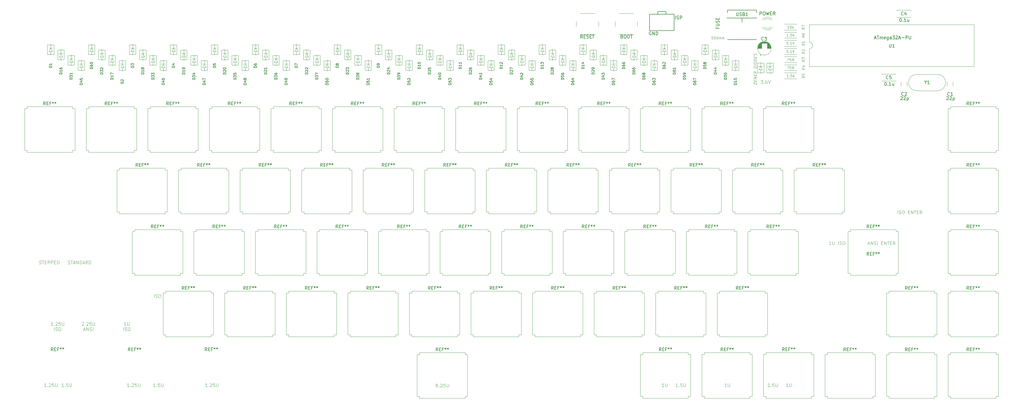
<source format=gto>
G04 #@! TF.GenerationSoftware,KiCad,Pcbnew,5.1.10-88a1d61d58~90~ubuntu20.04.1*
G04 #@! TF.CreationDate,2021-10-08T00:04:58+03:00*
G04 #@! TF.ProjectId,discipline-pcb,64697363-6970-46c6-996e-652d7063622e,rev?*
G04 #@! TF.SameCoordinates,Original*
G04 #@! TF.FileFunction,Legend,Top*
G04 #@! TF.FilePolarity,Positive*
%FSLAX46Y46*%
G04 Gerber Fmt 4.6, Leading zero omitted, Abs format (unit mm)*
G04 Created by KiCad (PCBNEW 5.1.10-88a1d61d58~90~ubuntu20.04.1) date 2021-10-08 00:04:58*
%MOMM*%
%LPD*%
G01*
G04 APERTURE LIST*
%ADD10C,0.100000*%
%ADD11C,0.120000*%
%ADD12C,0.150000*%
%ADD13C,0.200000*%
%ADD14C,0.203200*%
G04 APERTURE END LIST*
D10*
X95678750Y-146908780D02*
X95678750Y-145908780D01*
X96107321Y-146861161D02*
X96250178Y-146908780D01*
X96488273Y-146908780D01*
X96583511Y-146861161D01*
X96631130Y-146813542D01*
X96678750Y-146718304D01*
X96678750Y-146623066D01*
X96631130Y-146527828D01*
X96583511Y-146480209D01*
X96488273Y-146432590D01*
X96297797Y-146384971D01*
X96202559Y-146337352D01*
X96154940Y-146289733D01*
X96107321Y-146194495D01*
X96107321Y-146099257D01*
X96154940Y-146004019D01*
X96202559Y-145956400D01*
X96297797Y-145908780D01*
X96535892Y-145908780D01*
X96678750Y-145956400D01*
X97297797Y-145908780D02*
X97488273Y-145908780D01*
X97583511Y-145956400D01*
X97678750Y-146051638D01*
X97726369Y-146242114D01*
X97726369Y-146575447D01*
X97678750Y-146765923D01*
X97583511Y-146861161D01*
X97488273Y-146908780D01*
X97297797Y-146908780D01*
X97202559Y-146861161D01*
X97107321Y-146765923D01*
X97059702Y-146575447D01*
X97059702Y-146242114D01*
X97107321Y-146051638D01*
X97202559Y-145956400D01*
X97297797Y-145908780D01*
X305101857Y-130500380D02*
X304530428Y-130500380D01*
X304816142Y-130500380D02*
X304816142Y-129500380D01*
X304720904Y-129643238D01*
X304625666Y-129738476D01*
X304530428Y-129786095D01*
X305530428Y-129500380D02*
X305530428Y-130309904D01*
X305578047Y-130405142D01*
X305625666Y-130452761D01*
X305720904Y-130500380D01*
X305911380Y-130500380D01*
X306006619Y-130452761D01*
X306054238Y-130405142D01*
X306101857Y-130309904D01*
X306101857Y-129500380D01*
X307339952Y-130500380D02*
X307339952Y-129500380D01*
X307768523Y-130452761D02*
X307911380Y-130500380D01*
X308149476Y-130500380D01*
X308244714Y-130452761D01*
X308292333Y-130405142D01*
X308339952Y-130309904D01*
X308339952Y-130214666D01*
X308292333Y-130119428D01*
X308244714Y-130071809D01*
X308149476Y-130024190D01*
X307959000Y-129976571D01*
X307863761Y-129928952D01*
X307816142Y-129881333D01*
X307768523Y-129786095D01*
X307768523Y-129690857D01*
X307816142Y-129595619D01*
X307863761Y-129548000D01*
X307959000Y-129500380D01*
X308197095Y-129500380D01*
X308339952Y-129548000D01*
X308959000Y-129500380D02*
X309149476Y-129500380D01*
X309244714Y-129548000D01*
X309339952Y-129643238D01*
X309387571Y-129833714D01*
X309387571Y-130167047D01*
X309339952Y-130357523D01*
X309244714Y-130452761D01*
X309149476Y-130500380D01*
X308959000Y-130500380D01*
X308863761Y-130452761D01*
X308768523Y-130357523D01*
X308720904Y-130167047D01*
X308720904Y-129833714D01*
X308768523Y-129643238D01*
X308863761Y-129548000D01*
X308959000Y-129500380D01*
X325722123Y-120924580D02*
X325722123Y-119924580D01*
X326150695Y-120876961D02*
X326293552Y-120924580D01*
X326531647Y-120924580D01*
X326626885Y-120876961D01*
X326674504Y-120829342D01*
X326722123Y-120734104D01*
X326722123Y-120638866D01*
X326674504Y-120543628D01*
X326626885Y-120496009D01*
X326531647Y-120448390D01*
X326341171Y-120400771D01*
X326245933Y-120353152D01*
X326198314Y-120305533D01*
X326150695Y-120210295D01*
X326150695Y-120115057D01*
X326198314Y-120019819D01*
X326245933Y-119972200D01*
X326341171Y-119924580D01*
X326579266Y-119924580D01*
X326722123Y-119972200D01*
X327341171Y-119924580D02*
X327531647Y-119924580D01*
X327626885Y-119972200D01*
X327722123Y-120067438D01*
X327769742Y-120257914D01*
X327769742Y-120591247D01*
X327722123Y-120781723D01*
X327626885Y-120876961D01*
X327531647Y-120924580D01*
X327341171Y-120924580D01*
X327245933Y-120876961D01*
X327150695Y-120781723D01*
X327103076Y-120591247D01*
X327103076Y-120257914D01*
X327150695Y-120067438D01*
X327245933Y-119972200D01*
X327341171Y-119924580D01*
X328960219Y-120400771D02*
X329293552Y-120400771D01*
X329436409Y-120924580D02*
X328960219Y-120924580D01*
X328960219Y-119924580D01*
X329436409Y-119924580D01*
X329864980Y-120924580D02*
X329864980Y-119924580D01*
X330436409Y-120924580D01*
X330436409Y-119924580D01*
X330769742Y-119924580D02*
X331341171Y-119924580D01*
X331055457Y-120924580D02*
X331055457Y-119924580D01*
X331674504Y-120400771D02*
X332007838Y-120400771D01*
X332150695Y-120924580D02*
X331674504Y-120924580D01*
X331674504Y-119924580D01*
X332150695Y-119924580D01*
X333150695Y-120924580D02*
X332817361Y-120448390D01*
X332579266Y-120924580D02*
X332579266Y-119924580D01*
X332960219Y-119924580D01*
X333055457Y-119972200D01*
X333103076Y-120019819D01*
X333150695Y-120115057D01*
X333150695Y-120257914D01*
X333103076Y-120353152D01*
X333055457Y-120400771D01*
X332960219Y-120448390D01*
X332579266Y-120448390D01*
X316533733Y-130214666D02*
X317009923Y-130214666D01*
X316438495Y-130500380D02*
X316771828Y-129500380D01*
X317105161Y-130500380D01*
X317438495Y-130500380D02*
X317438495Y-129500380D01*
X318009923Y-130500380D01*
X318009923Y-129500380D01*
X318438495Y-130452761D02*
X318581352Y-130500380D01*
X318819447Y-130500380D01*
X318914685Y-130452761D01*
X318962304Y-130405142D01*
X319009923Y-130309904D01*
X319009923Y-130214666D01*
X318962304Y-130119428D01*
X318914685Y-130071809D01*
X318819447Y-130024190D01*
X318628971Y-129976571D01*
X318533733Y-129928952D01*
X318486114Y-129881333D01*
X318438495Y-129786095D01*
X318438495Y-129690857D01*
X318486114Y-129595619D01*
X318533733Y-129548000D01*
X318628971Y-129500380D01*
X318867066Y-129500380D01*
X319009923Y-129548000D01*
X319438495Y-130500380D02*
X319438495Y-129500380D01*
X320676590Y-129976571D02*
X321009923Y-129976571D01*
X321152780Y-130500380D02*
X320676590Y-130500380D01*
X320676590Y-129500380D01*
X321152780Y-129500380D01*
X321581352Y-130500380D02*
X321581352Y-129500380D01*
X322152780Y-130500380D01*
X322152780Y-129500380D01*
X322486114Y-129500380D02*
X323057542Y-129500380D01*
X322771828Y-130500380D02*
X322771828Y-129500380D01*
X323390876Y-129976571D02*
X323724209Y-129976571D01*
X323867066Y-130500380D02*
X323390876Y-130500380D01*
X323390876Y-129500380D01*
X323867066Y-129500380D01*
X324867066Y-130500380D02*
X324533733Y-130024190D01*
X324295638Y-130500380D02*
X324295638Y-129500380D01*
X324676590Y-129500380D01*
X324771828Y-129548000D01*
X324819447Y-129595619D01*
X324867066Y-129690857D01*
X324867066Y-129833714D01*
X324819447Y-129928952D01*
X324771828Y-129976571D01*
X324676590Y-130024190D01*
X324295638Y-130024190D01*
X86915654Y-155544780D02*
X86344226Y-155544780D01*
X86629940Y-155544780D02*
X86629940Y-154544780D01*
X86534702Y-154687638D01*
X86439464Y-154782876D01*
X86344226Y-154830495D01*
X87344226Y-154544780D02*
X87344226Y-155354304D01*
X87391845Y-155449542D01*
X87439464Y-155497161D01*
X87534702Y-155544780D01*
X87725178Y-155544780D01*
X87820416Y-155497161D01*
X87868035Y-155449542D01*
X87915654Y-155354304D01*
X87915654Y-154544780D01*
X86153750Y-157144780D02*
X86153750Y-156144780D01*
X86582321Y-157097161D02*
X86725178Y-157144780D01*
X86963273Y-157144780D01*
X87058511Y-157097161D01*
X87106130Y-157049542D01*
X87153750Y-156954304D01*
X87153750Y-156859066D01*
X87106130Y-156763828D01*
X87058511Y-156716209D01*
X86963273Y-156668590D01*
X86772797Y-156620971D01*
X86677559Y-156573352D01*
X86629940Y-156525733D01*
X86582321Y-156430495D01*
X86582321Y-156335257D01*
X86629940Y-156240019D01*
X86677559Y-156192400D01*
X86772797Y-156144780D01*
X87010892Y-156144780D01*
X87153750Y-156192400D01*
X87772797Y-156144780D02*
X87963273Y-156144780D01*
X88058511Y-156192400D01*
X88153750Y-156287638D01*
X88201369Y-156478114D01*
X88201369Y-156811447D01*
X88153750Y-157001923D01*
X88058511Y-157097161D01*
X87963273Y-157144780D01*
X87772797Y-157144780D01*
X87677559Y-157097161D01*
X87582321Y-157001923D01*
X87534702Y-156811447D01*
X87534702Y-156478114D01*
X87582321Y-156287638D01*
X87677559Y-156192400D01*
X87772797Y-156144780D01*
X73285600Y-154640019D02*
X73333219Y-154592400D01*
X73428457Y-154544780D01*
X73666552Y-154544780D01*
X73761790Y-154592400D01*
X73809409Y-154640019D01*
X73857028Y-154735257D01*
X73857028Y-154830495D01*
X73809409Y-154973352D01*
X73237980Y-155544780D01*
X73857028Y-155544780D01*
X74285600Y-155449542D02*
X74333219Y-155497161D01*
X74285600Y-155544780D01*
X74237980Y-155497161D01*
X74285600Y-155449542D01*
X74285600Y-155544780D01*
X74714171Y-154640019D02*
X74761790Y-154592400D01*
X74857028Y-154544780D01*
X75095123Y-154544780D01*
X75190361Y-154592400D01*
X75237980Y-154640019D01*
X75285600Y-154735257D01*
X75285600Y-154830495D01*
X75237980Y-154973352D01*
X74666552Y-155544780D01*
X75285600Y-155544780D01*
X76190361Y-154544780D02*
X75714171Y-154544780D01*
X75666552Y-155020971D01*
X75714171Y-154973352D01*
X75809409Y-154925733D01*
X76047504Y-154925733D01*
X76142742Y-154973352D01*
X76190361Y-155020971D01*
X76237980Y-155116209D01*
X76237980Y-155354304D01*
X76190361Y-155449542D01*
X76142742Y-155497161D01*
X76047504Y-155544780D01*
X75809409Y-155544780D01*
X75714171Y-155497161D01*
X75666552Y-155449542D01*
X76666552Y-154544780D02*
X76666552Y-155354304D01*
X76714171Y-155449542D01*
X76761790Y-155497161D01*
X76857028Y-155544780D01*
X77047504Y-155544780D01*
X77142742Y-155497161D01*
X77190361Y-155449542D01*
X77237980Y-155354304D01*
X77237980Y-154544780D01*
X73809409Y-156859066D02*
X74285600Y-156859066D01*
X73714171Y-157144780D02*
X74047504Y-156144780D01*
X74380838Y-157144780D01*
X74714171Y-157144780D02*
X74714171Y-156144780D01*
X75285600Y-157144780D01*
X75285600Y-156144780D01*
X75714171Y-157097161D02*
X75857028Y-157144780D01*
X76095123Y-157144780D01*
X76190361Y-157097161D01*
X76237980Y-157049542D01*
X76285600Y-156954304D01*
X76285600Y-156859066D01*
X76237980Y-156763828D01*
X76190361Y-156716209D01*
X76095123Y-156668590D01*
X75904647Y-156620971D01*
X75809409Y-156573352D01*
X75761790Y-156525733D01*
X75714171Y-156430495D01*
X75714171Y-156335257D01*
X75761790Y-156240019D01*
X75809409Y-156192400D01*
X75904647Y-156144780D01*
X76142742Y-156144780D01*
X76285600Y-156192400D01*
X76714171Y-157144780D02*
X76714171Y-156144780D01*
X64293928Y-155544780D02*
X63722500Y-155544780D01*
X64008214Y-155544780D02*
X64008214Y-154544780D01*
X63912976Y-154687638D01*
X63817738Y-154782876D01*
X63722500Y-154830495D01*
X64722500Y-155449542D02*
X64770119Y-155497161D01*
X64722500Y-155544780D01*
X64674880Y-155497161D01*
X64722500Y-155449542D01*
X64722500Y-155544780D01*
X65151071Y-154640019D02*
X65198690Y-154592400D01*
X65293928Y-154544780D01*
X65532023Y-154544780D01*
X65627261Y-154592400D01*
X65674880Y-154640019D01*
X65722500Y-154735257D01*
X65722500Y-154830495D01*
X65674880Y-154973352D01*
X65103452Y-155544780D01*
X65722500Y-155544780D01*
X66627261Y-154544780D02*
X66151071Y-154544780D01*
X66103452Y-155020971D01*
X66151071Y-154973352D01*
X66246309Y-154925733D01*
X66484404Y-154925733D01*
X66579642Y-154973352D01*
X66627261Y-155020971D01*
X66674880Y-155116209D01*
X66674880Y-155354304D01*
X66627261Y-155449542D01*
X66579642Y-155497161D01*
X66484404Y-155544780D01*
X66246309Y-155544780D01*
X66151071Y-155497161D01*
X66103452Y-155449542D01*
X67103452Y-154544780D02*
X67103452Y-155354304D01*
X67151071Y-155449542D01*
X67198690Y-155497161D01*
X67293928Y-155544780D01*
X67484404Y-155544780D01*
X67579642Y-155497161D01*
X67627261Y-155449542D01*
X67674880Y-155354304D01*
X67674880Y-154544780D01*
X64722500Y-157144780D02*
X64722500Y-156144780D01*
X65151071Y-157097161D02*
X65293928Y-157144780D01*
X65532023Y-157144780D01*
X65627261Y-157097161D01*
X65674880Y-157049542D01*
X65722500Y-156954304D01*
X65722500Y-156859066D01*
X65674880Y-156763828D01*
X65627261Y-156716209D01*
X65532023Y-156668590D01*
X65341547Y-156620971D01*
X65246309Y-156573352D01*
X65198690Y-156525733D01*
X65151071Y-156430495D01*
X65151071Y-156335257D01*
X65198690Y-156240019D01*
X65246309Y-156192400D01*
X65341547Y-156144780D01*
X65579642Y-156144780D01*
X65722500Y-156192400D01*
X66341547Y-156144780D02*
X66532023Y-156144780D01*
X66627261Y-156192400D01*
X66722500Y-156287638D01*
X66770119Y-156478114D01*
X66770119Y-156811447D01*
X66722500Y-157001923D01*
X66627261Y-157097161D01*
X66532023Y-157144780D01*
X66341547Y-157144780D01*
X66246309Y-157097161D01*
X66151071Y-157001923D01*
X66103452Y-156811447D01*
X66103452Y-156478114D01*
X66151071Y-156287638D01*
X66246309Y-156192400D01*
X66341547Y-156144780D01*
X268571435Y-65993549D02*
X268190483Y-65993549D01*
X268152388Y-66374502D01*
X268190483Y-66336406D01*
X268266674Y-66298311D01*
X268457150Y-66298311D01*
X268533340Y-66336406D01*
X268571435Y-66374502D01*
X268609531Y-66450692D01*
X268609531Y-66641168D01*
X268571435Y-66717359D01*
X268533340Y-66755454D01*
X268457150Y-66793549D01*
X268266674Y-66793549D01*
X268190483Y-66755454D01*
X268152388Y-66717359D01*
X269104769Y-65993549D02*
X269180959Y-65993549D01*
X269257150Y-66031645D01*
X269295245Y-66069740D01*
X269333340Y-66145930D01*
X269371435Y-66298311D01*
X269371435Y-66488787D01*
X269333340Y-66641168D01*
X269295245Y-66717359D01*
X269257150Y-66755454D01*
X269180959Y-66793549D01*
X269104769Y-66793549D01*
X269028578Y-66755454D01*
X268990483Y-66717359D01*
X268952388Y-66641168D01*
X268914293Y-66488787D01*
X268914293Y-66298311D01*
X268952388Y-66145930D01*
X268990483Y-66069740D01*
X269028578Y-66031645D01*
X269104769Y-65993549D01*
X269866674Y-65993549D02*
X269942864Y-65993549D01*
X270019055Y-66031645D01*
X270057150Y-66069740D01*
X270095245Y-66145930D01*
X270133340Y-66298311D01*
X270133340Y-66488787D01*
X270095245Y-66641168D01*
X270057150Y-66717359D01*
X270019055Y-66755454D01*
X269942864Y-66793549D01*
X269866674Y-66793549D01*
X269790483Y-66755454D01*
X269752388Y-66717359D01*
X269714293Y-66641168D01*
X269676197Y-66488787D01*
X269676197Y-66298311D01*
X269714293Y-66145930D01*
X269752388Y-66069740D01*
X269790483Y-66031645D01*
X269866674Y-65993549D01*
X270476197Y-66793549D02*
X270476197Y-66260216D01*
X270476197Y-66336406D02*
X270514293Y-66298311D01*
X270590483Y-66260216D01*
X270704769Y-66260216D01*
X270780959Y-66298311D01*
X270819055Y-66374502D01*
X270819055Y-66793549D01*
X270819055Y-66374502D02*
X270857150Y-66298311D01*
X270933340Y-66260216D01*
X271047626Y-66260216D01*
X271123816Y-66298311D01*
X271161912Y-66374502D01*
X271161912Y-66793549D01*
X271504769Y-66564978D02*
X271885721Y-66564978D01*
X271428578Y-66793549D02*
X271695245Y-65993549D01*
X271961912Y-66793549D01*
X283351445Y-79586134D02*
X283970493Y-79586134D01*
X283637159Y-79967087D01*
X283780016Y-79967087D01*
X283875255Y-80014706D01*
X283922874Y-80062325D01*
X283970493Y-80157563D01*
X283970493Y-80395658D01*
X283922874Y-80490896D01*
X283875255Y-80538515D01*
X283780016Y-80586134D01*
X283494302Y-80586134D01*
X283399064Y-80538515D01*
X283351445Y-80490896D01*
X284399064Y-80490896D02*
X284446683Y-80538515D01*
X284399064Y-80586134D01*
X284351445Y-80538515D01*
X284399064Y-80490896D01*
X284399064Y-80586134D01*
X285303826Y-79586134D02*
X285113350Y-79586134D01*
X285018112Y-79633754D01*
X284970493Y-79681373D01*
X284875255Y-79824230D01*
X284827636Y-80014706D01*
X284827636Y-80395658D01*
X284875255Y-80490896D01*
X284922874Y-80538515D01*
X285018112Y-80586134D01*
X285208588Y-80586134D01*
X285303826Y-80538515D01*
X285351445Y-80490896D01*
X285399064Y-80395658D01*
X285399064Y-80157563D01*
X285351445Y-80062325D01*
X285303826Y-80014706D01*
X285208588Y-79967087D01*
X285018112Y-79967087D01*
X284922874Y-80014706D01*
X284875255Y-80062325D01*
X284827636Y-80157563D01*
X285684778Y-79586134D02*
X286018112Y-80586134D01*
X286351445Y-79586134D01*
X281167640Y-80761370D02*
X281167640Y-80161370D01*
X282067640Y-80873870D01*
X282067640Y-80273870D01*
X281596212Y-79872085D02*
X281596212Y-79572085D01*
X282067640Y-79502442D02*
X282067640Y-79931013D01*
X281167640Y-79818513D01*
X281167640Y-79389942D01*
X282067640Y-79116728D02*
X281167640Y-79004228D01*
X282067640Y-78602442D01*
X281167640Y-78489942D01*
X281596212Y-78114942D02*
X281596212Y-77814942D01*
X282067640Y-77745299D02*
X282067640Y-78173870D01*
X281167640Y-78061370D01*
X281167640Y-77632799D01*
X282067640Y-76845299D02*
X281639069Y-77091728D01*
X282067640Y-77359585D02*
X281167640Y-77247085D01*
X281167640Y-76904228D01*
X281210498Y-76823870D01*
X281253355Y-76786370D01*
X281339069Y-76754228D01*
X281467640Y-76770299D01*
X281553355Y-76823870D01*
X281596212Y-76872085D01*
X281639069Y-76963156D01*
X281639069Y-77306013D01*
X282067640Y-75773870D02*
X281167640Y-75661370D01*
X281167640Y-75447085D01*
X281210498Y-75323870D01*
X281296212Y-75248870D01*
X281381926Y-75216728D01*
X281553355Y-75195299D01*
X281681926Y-75211370D01*
X281853355Y-75275656D01*
X281939069Y-75329228D01*
X282024783Y-75425656D01*
X282067640Y-75559585D01*
X282067640Y-75773870D01*
X282067640Y-74873870D02*
X281167640Y-74761370D01*
X281167640Y-74161370D02*
X281167640Y-73989942D01*
X281210498Y-73909585D01*
X281296212Y-73834585D01*
X281467640Y-73813156D01*
X281767640Y-73850656D01*
X281939069Y-73914942D01*
X282024783Y-74011370D01*
X282067640Y-74102442D01*
X282067640Y-74273870D01*
X282024783Y-74354228D01*
X281939069Y-74429228D01*
X281767640Y-74450656D01*
X281467640Y-74413156D01*
X281296212Y-74348870D01*
X281210498Y-74252442D01*
X281167640Y-74161370D01*
X282067640Y-73502442D02*
X281167640Y-73389942D01*
X281167640Y-73175656D01*
X281210498Y-73052442D01*
X281296212Y-72977442D01*
X281381926Y-72945299D01*
X281553355Y-72923870D01*
X281681926Y-72939942D01*
X281853355Y-73004228D01*
X281939069Y-73057799D01*
X282024783Y-73154228D01*
X282067640Y-73288156D01*
X282067640Y-73502442D01*
X281596212Y-72543513D02*
X281596212Y-72243513D01*
X282067640Y-72173870D02*
X282067640Y-72602442D01*
X281167640Y-72489942D01*
X281167640Y-72061370D01*
X282024783Y-71825656D02*
X282067640Y-71702442D01*
X282067640Y-71488156D01*
X282024783Y-71397085D01*
X281981926Y-71348870D01*
X281896212Y-71295299D01*
X281810498Y-71284585D01*
X281724783Y-71316728D01*
X281681926Y-71354228D01*
X281639069Y-71434585D01*
X281596212Y-71600656D01*
X281553355Y-71681013D01*
X281510498Y-71718513D01*
X281424783Y-71750656D01*
X281339069Y-71739942D01*
X281253355Y-71686370D01*
X281210498Y-71638156D01*
X281167640Y-71547085D01*
X281167640Y-71332799D01*
X281210498Y-71209585D01*
D11*
X285400010Y-75514666D02*
X285644982Y-75252196D01*
X286734918Y-75251812D02*
X286979890Y-74989342D01*
X282517900Y-75514282D02*
X282762872Y-75251812D01*
X283865246Y-75251812D02*
X284110218Y-74989342D01*
D12*
X228199557Y-66516574D02*
X227866223Y-66040384D01*
X227628128Y-66516574D02*
X227628128Y-65516574D01*
X228009080Y-65516574D01*
X228104318Y-65564194D01*
X228151938Y-65611813D01*
X228199557Y-65707051D01*
X228199557Y-65849908D01*
X228151938Y-65945146D01*
X228104318Y-65992765D01*
X228009080Y-66040384D01*
X227628128Y-66040384D01*
X228628128Y-65992765D02*
X228961461Y-65992765D01*
X229104318Y-66516574D02*
X228628128Y-66516574D01*
X228628128Y-65516574D01*
X229104318Y-65516574D01*
X229485271Y-66468955D02*
X229628128Y-66516574D01*
X229866223Y-66516574D01*
X229961461Y-66468955D01*
X230009080Y-66421336D01*
X230056699Y-66326098D01*
X230056699Y-66230860D01*
X230009080Y-66135622D01*
X229961461Y-66088003D01*
X229866223Y-66040384D01*
X229675747Y-65992765D01*
X229580509Y-65945146D01*
X229532890Y-65897527D01*
X229485271Y-65802289D01*
X229485271Y-65707051D01*
X229532890Y-65611813D01*
X229580509Y-65564194D01*
X229675747Y-65516574D01*
X229913842Y-65516574D01*
X230056699Y-65564194D01*
X230485271Y-65992765D02*
X230818604Y-65992765D01*
X230961461Y-66516574D02*
X230485271Y-66516574D01*
X230485271Y-65516574D01*
X230961461Y-65516574D01*
X231247176Y-65516574D02*
X231818604Y-65516574D01*
X231532890Y-66516574D02*
X231532890Y-65516574D01*
X283095546Y-59326064D02*
X283095546Y-58326064D01*
X283476498Y-58326064D01*
X283571736Y-58373684D01*
X283619355Y-58421303D01*
X283666974Y-58516541D01*
X283666974Y-58659398D01*
X283619355Y-58754636D01*
X283571736Y-58802255D01*
X283476498Y-58849874D01*
X283095546Y-58849874D01*
X284286022Y-58326064D02*
X284476498Y-58326064D01*
X284571736Y-58373684D01*
X284666974Y-58468922D01*
X284714593Y-58659398D01*
X284714593Y-58992731D01*
X284666974Y-59183207D01*
X284571736Y-59278445D01*
X284476498Y-59326064D01*
X284286022Y-59326064D01*
X284190784Y-59278445D01*
X284095546Y-59183207D01*
X284047927Y-58992731D01*
X284047927Y-58659398D01*
X284095546Y-58468922D01*
X284190784Y-58373684D01*
X284286022Y-58326064D01*
X285047927Y-58326064D02*
X285286022Y-59326064D01*
X285476498Y-58611779D01*
X285666974Y-59326064D01*
X285905070Y-58326064D01*
X286286022Y-58802255D02*
X286619355Y-58802255D01*
X286762212Y-59326064D02*
X286286022Y-59326064D01*
X286286022Y-58326064D01*
X286762212Y-58326064D01*
X287762212Y-59326064D02*
X287428879Y-58849874D01*
X287190784Y-59326064D02*
X287190784Y-58326064D01*
X287571736Y-58326064D01*
X287666974Y-58373684D01*
X287714593Y-58421303D01*
X287762212Y-58516541D01*
X287762212Y-58659398D01*
X287714593Y-58754636D01*
X287666974Y-58802255D01*
X287571736Y-58849874D01*
X287190784Y-58849874D01*
X249414796Y-64566827D02*
X249319558Y-64519207D01*
X249176701Y-64519207D01*
X249033843Y-64566827D01*
X248938605Y-64662065D01*
X248890986Y-64757303D01*
X248843367Y-64947779D01*
X248843367Y-65090636D01*
X248890986Y-65281112D01*
X248938605Y-65376350D01*
X249033843Y-65471588D01*
X249176701Y-65519207D01*
X249271939Y-65519207D01*
X249414796Y-65471588D01*
X249462415Y-65423969D01*
X249462415Y-65090636D01*
X249271939Y-65090636D01*
X249890986Y-65519207D02*
X249890986Y-64519207D01*
X250462415Y-65519207D01*
X250462415Y-64519207D01*
X250938605Y-65519207D02*
X250938605Y-64519207D01*
X251176701Y-64519207D01*
X251319558Y-64566827D01*
X251414796Y-64662065D01*
X251462415Y-64757303D01*
X251510034Y-64947779D01*
X251510034Y-65090636D01*
X251462415Y-65281112D01*
X251414796Y-65376350D01*
X251319558Y-65471588D01*
X251176701Y-65519207D01*
X250938605Y-65519207D01*
X256969474Y-60637358D02*
X256969474Y-59637358D01*
X257398045Y-60589739D02*
X257540903Y-60637358D01*
X257778998Y-60637358D01*
X257874236Y-60589739D01*
X257921855Y-60542120D01*
X257969474Y-60446882D01*
X257969474Y-60351644D01*
X257921855Y-60256406D01*
X257874236Y-60208787D01*
X257778998Y-60161168D01*
X257588522Y-60113549D01*
X257493284Y-60065930D01*
X257445665Y-60018311D01*
X257398045Y-59923073D01*
X257398045Y-59827835D01*
X257445665Y-59732597D01*
X257493284Y-59684978D01*
X257588522Y-59637358D01*
X257826617Y-59637358D01*
X257969474Y-59684978D01*
X258398045Y-60637358D02*
X258398045Y-59637358D01*
X258778998Y-59637358D01*
X258874236Y-59684978D01*
X258921855Y-59732597D01*
X258969474Y-59827835D01*
X258969474Y-59970692D01*
X258921855Y-60065930D01*
X258874236Y-60113549D01*
X258778998Y-60161168D01*
X258398045Y-60161168D01*
D10*
X291785363Y-70192989D02*
X291404411Y-70192989D01*
X291366316Y-70573942D01*
X291404411Y-70535846D01*
X291480601Y-70497751D01*
X291671077Y-70497751D01*
X291747268Y-70535846D01*
X291785363Y-70573942D01*
X291823458Y-70650132D01*
X291823458Y-70840608D01*
X291785363Y-70916799D01*
X291747268Y-70954894D01*
X291671077Y-70992989D01*
X291480601Y-70992989D01*
X291404411Y-70954894D01*
X291366316Y-70916799D01*
X292166316Y-70916799D02*
X292204411Y-70954894D01*
X292166316Y-70992989D01*
X292128220Y-70954894D01*
X292166316Y-70916799D01*
X292166316Y-70992989D01*
X292966316Y-70992989D02*
X292509173Y-70992989D01*
X292737744Y-70992989D02*
X292737744Y-70192989D01*
X292661554Y-70307275D01*
X292585363Y-70383465D01*
X292509173Y-70421561D01*
X293309173Y-70992989D02*
X293309173Y-70192989D01*
X293766316Y-70992989D02*
X293423458Y-70535846D01*
X293766316Y-70192989D02*
X293309173Y-70650132D01*
X291785363Y-67639536D02*
X291404411Y-67639536D01*
X291366316Y-68020489D01*
X291404411Y-67982393D01*
X291480601Y-67944298D01*
X291671077Y-67944298D01*
X291747268Y-67982393D01*
X291785363Y-68020489D01*
X291823458Y-68096679D01*
X291823458Y-68287155D01*
X291785363Y-68363346D01*
X291747268Y-68401441D01*
X291671077Y-68439536D01*
X291480601Y-68439536D01*
X291404411Y-68401441D01*
X291366316Y-68363346D01*
X292166316Y-68363346D02*
X292204411Y-68401441D01*
X292166316Y-68439536D01*
X292128220Y-68401441D01*
X292166316Y-68363346D01*
X292166316Y-68439536D01*
X292966316Y-68439536D02*
X292509173Y-68439536D01*
X292737744Y-68439536D02*
X292737744Y-67639536D01*
X292661554Y-67753822D01*
X292585363Y-67830012D01*
X292509173Y-67868108D01*
X293309173Y-68439536D02*
X293309173Y-67639536D01*
X293766316Y-68439536D02*
X293423458Y-67982393D01*
X293766316Y-67639536D02*
X293309173Y-68096679D01*
X291851210Y-174478614D02*
X291279782Y-174478614D01*
X291565496Y-174478614D02*
X291565496Y-173478614D01*
X291470258Y-173621472D01*
X291375020Y-173716710D01*
X291279782Y-173764329D01*
X292279782Y-173478614D02*
X292279782Y-174288138D01*
X292327401Y-174383376D01*
X292375020Y-174430995D01*
X292470258Y-174478614D01*
X292660734Y-174478614D01*
X292755972Y-174430995D01*
X292803591Y-174383376D01*
X292851210Y-174288138D01*
X292851210Y-173478614D01*
X272760892Y-174478614D02*
X272189464Y-174478614D01*
X272475178Y-174478614D02*
X272475178Y-173478614D01*
X272379940Y-173621472D01*
X272284702Y-173716710D01*
X272189464Y-173764329D01*
X273189464Y-173478614D02*
X273189464Y-174288138D01*
X273237083Y-174383376D01*
X273284702Y-174430995D01*
X273379940Y-174478614D01*
X273570416Y-174478614D01*
X273665654Y-174430995D01*
X273713273Y-174383376D01*
X273760892Y-174288138D01*
X273760892Y-173478614D01*
X253350650Y-174478614D02*
X252779222Y-174478614D01*
X253064936Y-174478614D02*
X253064936Y-173478614D01*
X252969698Y-173621472D01*
X252874460Y-173716710D01*
X252779222Y-173764329D01*
X253779222Y-173478614D02*
X253779222Y-174288138D01*
X253826841Y-174383376D01*
X253874460Y-174430995D01*
X253969698Y-174478614D01*
X254160174Y-174478614D01*
X254255412Y-174430995D01*
X254303031Y-174383376D01*
X254350650Y-174288138D01*
X254350650Y-173478614D01*
X68976474Y-136426063D02*
X69119332Y-136473682D01*
X69357427Y-136473682D01*
X69452665Y-136426063D01*
X69500284Y-136378444D01*
X69547903Y-136283206D01*
X69547903Y-136187968D01*
X69500284Y-136092730D01*
X69452665Y-136045111D01*
X69357427Y-135997492D01*
X69166951Y-135949873D01*
X69071713Y-135902254D01*
X69024094Y-135854635D01*
X68976474Y-135759397D01*
X68976474Y-135664159D01*
X69024094Y-135568921D01*
X69071713Y-135521302D01*
X69166951Y-135473682D01*
X69405046Y-135473682D01*
X69547903Y-135521302D01*
X69833617Y-135473682D02*
X70405046Y-135473682D01*
X70119332Y-136473682D02*
X70119332Y-135473682D01*
X70690760Y-136187968D02*
X71166951Y-136187968D01*
X70595522Y-136473682D02*
X70928855Y-135473682D01*
X71262189Y-136473682D01*
X71595522Y-136473682D02*
X71595522Y-135473682D01*
X72166951Y-136473682D01*
X72166951Y-135473682D01*
X72643141Y-136473682D02*
X72643141Y-135473682D01*
X72881236Y-135473682D01*
X73024094Y-135521302D01*
X73119332Y-135616540D01*
X73166951Y-135711778D01*
X73214570Y-135902254D01*
X73214570Y-136045111D01*
X73166951Y-136235587D01*
X73119332Y-136330825D01*
X73024094Y-136426063D01*
X72881236Y-136473682D01*
X72643141Y-136473682D01*
X73595522Y-136187968D02*
X74071713Y-136187968D01*
X73500284Y-136473682D02*
X73833617Y-135473682D01*
X74166951Y-136473682D01*
X75071713Y-136473682D02*
X74738379Y-135997492D01*
X74500284Y-136473682D02*
X74500284Y-135473682D01*
X74881236Y-135473682D01*
X74976474Y-135521302D01*
X75024094Y-135568921D01*
X75071713Y-135664159D01*
X75071713Y-135807016D01*
X75024094Y-135902254D01*
X74976474Y-135949873D01*
X74881236Y-135997492D01*
X74500284Y-135997492D01*
X75500284Y-136473682D02*
X75500284Y-135473682D01*
X75738379Y-135473682D01*
X75881236Y-135521302D01*
X75976474Y-135616540D01*
X76024094Y-135711778D01*
X76071713Y-135902254D01*
X76071713Y-136045111D01*
X76024094Y-136235587D01*
X75976474Y-136330825D01*
X75881236Y-136426063D01*
X75738379Y-136473682D01*
X75500284Y-136473682D01*
X60056418Y-136426063D02*
X60199275Y-136473682D01*
X60437370Y-136473682D01*
X60532608Y-136426063D01*
X60580227Y-136378444D01*
X60627847Y-136283206D01*
X60627847Y-136187968D01*
X60580227Y-136092730D01*
X60532608Y-136045111D01*
X60437370Y-135997492D01*
X60246894Y-135949873D01*
X60151656Y-135902254D01*
X60104037Y-135854635D01*
X60056418Y-135759397D01*
X60056418Y-135664159D01*
X60104037Y-135568921D01*
X60151656Y-135521302D01*
X60246894Y-135473682D01*
X60484989Y-135473682D01*
X60627847Y-135521302D01*
X60913561Y-135473682D02*
X61484989Y-135473682D01*
X61199275Y-136473682D02*
X61199275Y-135473682D01*
X61818323Y-135949873D02*
X62151656Y-135949873D01*
X62294513Y-136473682D02*
X61818323Y-136473682D01*
X61818323Y-135473682D01*
X62294513Y-135473682D01*
X62723085Y-136473682D02*
X62723085Y-135473682D01*
X63104037Y-135473682D01*
X63199275Y-135521302D01*
X63246894Y-135568921D01*
X63294513Y-135664159D01*
X63294513Y-135807016D01*
X63246894Y-135902254D01*
X63199275Y-135949873D01*
X63104037Y-135997492D01*
X62723085Y-135997492D01*
X63723085Y-136473682D02*
X63723085Y-135473682D01*
X64104037Y-135473682D01*
X64199275Y-135521302D01*
X64246894Y-135568921D01*
X64294513Y-135664159D01*
X64294513Y-135807016D01*
X64246894Y-135902254D01*
X64199275Y-135949873D01*
X64104037Y-135997492D01*
X63723085Y-135997492D01*
X64723085Y-135949873D02*
X65056418Y-135949873D01*
X65199275Y-136473682D02*
X64723085Y-136473682D01*
X64723085Y-135473682D01*
X65199275Y-135473682D01*
X65627847Y-136473682D02*
X65627847Y-135473682D01*
X65865942Y-135473682D01*
X66008799Y-135521302D01*
X66104037Y-135616540D01*
X66151656Y-135711778D01*
X66199275Y-135902254D01*
X66199275Y-136045111D01*
X66151656Y-136235587D01*
X66104037Y-136330825D01*
X66008799Y-136426063D01*
X65865942Y-136473682D01*
X65627847Y-136473682D01*
X286110604Y-174478614D02*
X285539175Y-174478614D01*
X285824889Y-174478614D02*
X285824889Y-173478614D01*
X285729651Y-173621472D01*
X285634413Y-173716710D01*
X285539175Y-173764329D01*
X286539175Y-174383376D02*
X286586794Y-174430995D01*
X286539175Y-174478614D01*
X286491556Y-174430995D01*
X286539175Y-174383376D01*
X286539175Y-174478614D01*
X287491556Y-173478614D02*
X287015365Y-173478614D01*
X286967746Y-173954805D01*
X287015365Y-173907186D01*
X287110604Y-173859567D01*
X287348699Y-173859567D01*
X287443937Y-173907186D01*
X287491556Y-173954805D01*
X287539175Y-174050043D01*
X287539175Y-174288138D01*
X287491556Y-174383376D01*
X287443937Y-174430995D01*
X287348699Y-174478614D01*
X287110604Y-174478614D01*
X287015365Y-174430995D01*
X286967746Y-174383376D01*
X287967746Y-173478614D02*
X287967746Y-174288138D01*
X288015365Y-174383376D01*
X288062985Y-174430995D01*
X288158223Y-174478614D01*
X288348699Y-174478614D01*
X288443937Y-174430995D01*
X288491556Y-174383376D01*
X288539175Y-174288138D01*
X288539175Y-173478614D01*
X257623200Y-174478614D02*
X257051771Y-174478614D01*
X257337485Y-174478614D02*
X257337485Y-173478614D01*
X257242247Y-173621472D01*
X257147009Y-173716710D01*
X257051771Y-173764329D01*
X258051771Y-174383376D02*
X258099390Y-174430995D01*
X258051771Y-174478614D01*
X258004152Y-174430995D01*
X258051771Y-174383376D01*
X258051771Y-174478614D01*
X259004152Y-173478614D02*
X258527961Y-173478614D01*
X258480342Y-173954805D01*
X258527961Y-173907186D01*
X258623200Y-173859567D01*
X258861295Y-173859567D01*
X258956533Y-173907186D01*
X259004152Y-173954805D01*
X259051771Y-174050043D01*
X259051771Y-174288138D01*
X259004152Y-174383376D01*
X258956533Y-174430995D01*
X258861295Y-174478614D01*
X258623200Y-174478614D01*
X258527961Y-174430995D01*
X258480342Y-174383376D01*
X259480342Y-173478614D02*
X259480342Y-174288138D01*
X259527961Y-174383376D01*
X259575581Y-174430995D01*
X259670819Y-174478614D01*
X259861295Y-174478614D01*
X259956533Y-174430995D01*
X260004152Y-174383376D01*
X260051771Y-174288138D01*
X260051771Y-173478614D01*
X95980958Y-174478614D02*
X95409529Y-174478614D01*
X95695243Y-174478614D02*
X95695243Y-173478614D01*
X95600005Y-173621472D01*
X95504767Y-173716710D01*
X95409529Y-173764329D01*
X96409529Y-174383376D02*
X96457148Y-174430995D01*
X96409529Y-174478614D01*
X96361910Y-174430995D01*
X96409529Y-174383376D01*
X96409529Y-174478614D01*
X97361910Y-173478614D02*
X96885719Y-173478614D01*
X96838100Y-173954805D01*
X96885719Y-173907186D01*
X96980958Y-173859567D01*
X97219053Y-173859567D01*
X97314291Y-173907186D01*
X97361910Y-173954805D01*
X97409529Y-174050043D01*
X97409529Y-174288138D01*
X97361910Y-174383376D01*
X97314291Y-174430995D01*
X97219053Y-174478614D01*
X96980958Y-174478614D01*
X96885719Y-174430995D01*
X96838100Y-174383376D01*
X97838100Y-173478614D02*
X97838100Y-174288138D01*
X97885719Y-174383376D01*
X97933339Y-174430995D01*
X98028577Y-174478614D01*
X98219053Y-174478614D01*
X98314291Y-174430995D01*
X98361910Y-174383376D01*
X98409529Y-174288138D01*
X98409529Y-173478614D01*
X67634738Y-174478614D02*
X67063309Y-174478614D01*
X67349023Y-174478614D02*
X67349023Y-173478614D01*
X67253785Y-173621472D01*
X67158547Y-173716710D01*
X67063309Y-173764329D01*
X68063309Y-174383376D02*
X68110928Y-174430995D01*
X68063309Y-174478614D01*
X68015690Y-174430995D01*
X68063309Y-174383376D01*
X68063309Y-174478614D01*
X69015690Y-173478614D02*
X68539499Y-173478614D01*
X68491880Y-173954805D01*
X68539499Y-173907186D01*
X68634738Y-173859567D01*
X68872833Y-173859567D01*
X68968071Y-173907186D01*
X69015690Y-173954805D01*
X69063309Y-174050043D01*
X69063309Y-174288138D01*
X69015690Y-174383376D01*
X68968071Y-174430995D01*
X68872833Y-174478614D01*
X68634738Y-174478614D01*
X68539499Y-174430995D01*
X68491880Y-174383376D01*
X69491880Y-173478614D02*
X69491880Y-174288138D01*
X69539499Y-174383376D01*
X69587119Y-174430995D01*
X69682357Y-174478614D01*
X69872833Y-174478614D01*
X69968071Y-174430995D01*
X70015690Y-174383376D01*
X70063309Y-174288138D01*
X70063309Y-173478614D01*
X112040062Y-174478614D02*
X111468634Y-174478614D01*
X111754348Y-174478614D02*
X111754348Y-173478614D01*
X111659110Y-173621472D01*
X111563872Y-173716710D01*
X111468634Y-173764329D01*
X112468634Y-174383376D02*
X112516253Y-174430995D01*
X112468634Y-174478614D01*
X112421014Y-174430995D01*
X112468634Y-174383376D01*
X112468634Y-174478614D01*
X112897205Y-173573853D02*
X112944824Y-173526234D01*
X113040062Y-173478614D01*
X113278157Y-173478614D01*
X113373395Y-173526234D01*
X113421014Y-173573853D01*
X113468634Y-173669091D01*
X113468634Y-173764329D01*
X113421014Y-173907186D01*
X112849586Y-174478614D01*
X113468634Y-174478614D01*
X114373395Y-173478614D02*
X113897205Y-173478614D01*
X113849586Y-173954805D01*
X113897205Y-173907186D01*
X113992443Y-173859567D01*
X114230538Y-173859567D01*
X114325776Y-173907186D01*
X114373395Y-173954805D01*
X114421014Y-174050043D01*
X114421014Y-174288138D01*
X114373395Y-174383376D01*
X114325776Y-174430995D01*
X114230538Y-174478614D01*
X113992443Y-174478614D01*
X113897205Y-174430995D01*
X113849586Y-174383376D01*
X114849586Y-173478614D02*
X114849586Y-174288138D01*
X114897205Y-174383376D01*
X114944824Y-174430995D01*
X115040062Y-174478614D01*
X115230538Y-174478614D01*
X115325776Y-174430995D01*
X115373395Y-174383376D01*
X115421014Y-174288138D01*
X115421014Y-173478614D01*
X87893282Y-174478614D02*
X87321854Y-174478614D01*
X87607568Y-174478614D02*
X87607568Y-173478614D01*
X87512330Y-173621472D01*
X87417092Y-173716710D01*
X87321854Y-173764329D01*
X88321854Y-174383376D02*
X88369473Y-174430995D01*
X88321854Y-174478614D01*
X88274234Y-174430995D01*
X88321854Y-174383376D01*
X88321854Y-174478614D01*
X88750425Y-173573853D02*
X88798044Y-173526234D01*
X88893282Y-173478614D01*
X89131377Y-173478614D01*
X89226615Y-173526234D01*
X89274234Y-173573853D01*
X89321854Y-173669091D01*
X89321854Y-173764329D01*
X89274234Y-173907186D01*
X88702806Y-174478614D01*
X89321854Y-174478614D01*
X90226615Y-173478614D02*
X89750425Y-173478614D01*
X89702806Y-173954805D01*
X89750425Y-173907186D01*
X89845663Y-173859567D01*
X90083758Y-173859567D01*
X90178996Y-173907186D01*
X90226615Y-173954805D01*
X90274234Y-174050043D01*
X90274234Y-174288138D01*
X90226615Y-174383376D01*
X90178996Y-174430995D01*
X90083758Y-174478614D01*
X89845663Y-174478614D01*
X89750425Y-174430995D01*
X89702806Y-174383376D01*
X90702806Y-173478614D02*
X90702806Y-174288138D01*
X90750425Y-174383376D01*
X90798044Y-174430995D01*
X90893282Y-174478614D01*
X91083758Y-174478614D01*
X91178996Y-174430995D01*
X91226615Y-174383376D01*
X91274234Y-174288138D01*
X91274234Y-173478614D01*
X62224205Y-174478614D02*
X61652777Y-174478614D01*
X61938491Y-174478614D02*
X61938491Y-173478614D01*
X61843253Y-173621472D01*
X61748015Y-173716710D01*
X61652777Y-173764329D01*
X62652777Y-174383376D02*
X62700396Y-174430995D01*
X62652777Y-174478614D01*
X62605157Y-174430995D01*
X62652777Y-174383376D01*
X62652777Y-174478614D01*
X63081348Y-173573853D02*
X63128967Y-173526234D01*
X63224205Y-173478614D01*
X63462300Y-173478614D01*
X63557538Y-173526234D01*
X63605157Y-173573853D01*
X63652777Y-173669091D01*
X63652777Y-173764329D01*
X63605157Y-173907186D01*
X63033729Y-174478614D01*
X63652777Y-174478614D01*
X64557538Y-173478614D02*
X64081348Y-173478614D01*
X64033729Y-173954805D01*
X64081348Y-173907186D01*
X64176586Y-173859567D01*
X64414681Y-173859567D01*
X64509919Y-173907186D01*
X64557538Y-173954805D01*
X64605157Y-174050043D01*
X64605157Y-174288138D01*
X64557538Y-174383376D01*
X64509919Y-174430995D01*
X64414681Y-174478614D01*
X64176586Y-174478614D01*
X64081348Y-174430995D01*
X64033729Y-174383376D01*
X65033729Y-173478614D02*
X65033729Y-174288138D01*
X65081348Y-174383376D01*
X65128967Y-174430995D01*
X65224205Y-174478614D01*
X65414681Y-174478614D01*
X65509919Y-174430995D01*
X65557538Y-174383376D01*
X65605157Y-174288138D01*
X65605157Y-173478614D01*
D11*
X342041250Y-88323750D02*
X342041250Y-87723750D01*
X341291250Y-88323750D02*
X342041250Y-88323750D01*
X341291250Y-101223750D02*
X341291250Y-88323750D01*
X356891250Y-88323750D02*
X356891250Y-101223750D01*
X356891250Y-101223750D02*
X356141250Y-101223750D01*
X342041250Y-101823750D02*
X342041250Y-101223750D01*
X342041250Y-87723750D02*
X356141250Y-87723750D01*
X342041250Y-101223750D02*
X341291250Y-101223750D01*
X356141250Y-88323750D02*
X356891250Y-88323750D01*
X356141250Y-87723750D02*
X356141250Y-88323750D01*
X356141250Y-101823750D02*
X342041250Y-101823750D01*
X356141250Y-101223750D02*
X356141250Y-101823750D01*
X342041250Y-107373750D02*
X342041250Y-106773750D01*
X341291250Y-107373750D02*
X342041250Y-107373750D01*
X341291250Y-120273750D02*
X341291250Y-107373750D01*
X356891250Y-107373750D02*
X356891250Y-120273750D01*
X356891250Y-120273750D02*
X356141250Y-120273750D01*
X342041250Y-120873750D02*
X342041250Y-120273750D01*
X342041250Y-106773750D02*
X356141250Y-106773750D01*
X342041250Y-120273750D02*
X341291250Y-120273750D01*
X356141250Y-107373750D02*
X356891250Y-107373750D01*
X356141250Y-106773750D02*
X356141250Y-107373750D01*
X356141250Y-120873750D02*
X342041250Y-120873750D01*
X356141250Y-120273750D02*
X356141250Y-120873750D01*
X356141250Y-139323750D02*
X356141250Y-139923750D01*
X356141250Y-139923750D02*
X342041250Y-139923750D01*
X356141250Y-125823750D02*
X356141250Y-126423750D01*
X356141250Y-126423750D02*
X356891250Y-126423750D01*
X342041250Y-139323750D02*
X341291250Y-139323750D01*
X342041250Y-125823750D02*
X356141250Y-125823750D01*
X342041250Y-139923750D02*
X342041250Y-139323750D01*
X356891250Y-139323750D02*
X356141250Y-139323750D01*
X356891250Y-126423750D02*
X356891250Y-139323750D01*
X341291250Y-139323750D02*
X341291250Y-126423750D01*
X341291250Y-126423750D02*
X342041250Y-126423750D01*
X342041250Y-126423750D02*
X342041250Y-125823750D01*
X356141250Y-158373750D02*
X356141250Y-158973750D01*
X356141250Y-158973750D02*
X342041250Y-158973750D01*
X356141250Y-144873750D02*
X356141250Y-145473750D01*
X356141250Y-145473750D02*
X356891250Y-145473750D01*
X342041250Y-158373750D02*
X341291250Y-158373750D01*
X342041250Y-144873750D02*
X356141250Y-144873750D01*
X342041250Y-158973750D02*
X342041250Y-158373750D01*
X356891250Y-158373750D02*
X356141250Y-158373750D01*
X356891250Y-145473750D02*
X356891250Y-158373750D01*
X341291250Y-158373750D02*
X341291250Y-145473750D01*
X341291250Y-145473750D02*
X342041250Y-145473750D01*
X342041250Y-145473750D02*
X342041250Y-144873750D01*
X356141250Y-177423750D02*
X356141250Y-178023750D01*
X356141250Y-178023750D02*
X342041250Y-178023750D01*
X356141250Y-163923750D02*
X356141250Y-164523750D01*
X356141250Y-164523750D02*
X356891250Y-164523750D01*
X342041250Y-177423750D02*
X341291250Y-177423750D01*
X342041250Y-163923750D02*
X356141250Y-163923750D01*
X342041250Y-178023750D02*
X342041250Y-177423750D01*
X356891250Y-177423750D02*
X356141250Y-177423750D01*
X356891250Y-164523750D02*
X356891250Y-177423750D01*
X341291250Y-177423750D02*
X341291250Y-164523750D01*
X341291250Y-164523750D02*
X342041250Y-164523750D01*
X342041250Y-164523750D02*
X342041250Y-163923750D01*
X337091250Y-158373750D02*
X337091250Y-158973750D01*
X337091250Y-158973750D02*
X322991250Y-158973750D01*
X337091250Y-144873750D02*
X337091250Y-145473750D01*
X337091250Y-145473750D02*
X337841250Y-145473750D01*
X322991250Y-158373750D02*
X322241250Y-158373750D01*
X322991250Y-144873750D02*
X337091250Y-144873750D01*
X322991250Y-158973750D02*
X322991250Y-158373750D01*
X337841250Y-158373750D02*
X337091250Y-158373750D01*
X337841250Y-145473750D02*
X337841250Y-158373750D01*
X322241250Y-158373750D02*
X322241250Y-145473750D01*
X322241250Y-145473750D02*
X322991250Y-145473750D01*
X322991250Y-145473750D02*
X322991250Y-144873750D01*
X308516250Y-120273750D02*
X308516250Y-120873750D01*
X308516250Y-120873750D02*
X294416250Y-120873750D01*
X308516250Y-106773750D02*
X308516250Y-107373750D01*
X308516250Y-107373750D02*
X309266250Y-107373750D01*
X294416250Y-120273750D02*
X293666250Y-120273750D01*
X294416250Y-106773750D02*
X308516250Y-106773750D01*
X294416250Y-120873750D02*
X294416250Y-120273750D01*
X309266250Y-120273750D02*
X308516250Y-120273750D01*
X309266250Y-107373750D02*
X309266250Y-120273750D01*
X293666250Y-120273750D02*
X293666250Y-107373750D01*
X293666250Y-107373750D02*
X294416250Y-107373750D01*
X294416250Y-107373750D02*
X294416250Y-106773750D01*
X298991250Y-101223750D02*
X298991250Y-101823750D01*
X298991250Y-101823750D02*
X284891250Y-101823750D01*
X298991250Y-87723750D02*
X298991250Y-88323750D01*
X298991250Y-88323750D02*
X299741250Y-88323750D01*
X284891250Y-101223750D02*
X284141250Y-101223750D01*
X284891250Y-87723750D02*
X298991250Y-87723750D01*
X284891250Y-101823750D02*
X284891250Y-101223750D01*
X299741250Y-101223750D02*
X298991250Y-101223750D01*
X299741250Y-88323750D02*
X299741250Y-101223750D01*
X284141250Y-101223750D02*
X284141250Y-88323750D01*
X284141250Y-88323750D02*
X284891250Y-88323750D01*
X284891250Y-88323750D02*
X284891250Y-87723750D01*
X284704250Y-158373750D02*
X284704250Y-158973750D01*
X284704250Y-158973750D02*
X270604250Y-158973750D01*
X284704250Y-144873750D02*
X284704250Y-145473750D01*
X284704250Y-145473750D02*
X285454250Y-145473750D01*
X270604250Y-158373750D02*
X269854250Y-158373750D01*
X270604250Y-144873750D02*
X284704250Y-144873750D01*
X270604250Y-158973750D02*
X270604250Y-158373750D01*
X285454250Y-158373750D02*
X284704250Y-158373750D01*
X285454250Y-145473750D02*
X285454250Y-158373750D01*
X269854250Y-158373750D02*
X269854250Y-145473750D01*
X269854250Y-145473750D02*
X270604250Y-145473750D01*
X270604250Y-145473750D02*
X270604250Y-144873750D01*
X294228250Y-139323750D02*
X294228250Y-139923750D01*
X294228250Y-139923750D02*
X280128250Y-139923750D01*
X294228250Y-125823750D02*
X294228250Y-126423750D01*
X294228250Y-126423750D02*
X294978250Y-126423750D01*
X280128250Y-139323750D02*
X279378250Y-139323750D01*
X280128250Y-125823750D02*
X294228250Y-125823750D01*
X280128250Y-139923750D02*
X280128250Y-139323750D01*
X294978250Y-139323750D02*
X294228250Y-139323750D01*
X294978250Y-126423750D02*
X294978250Y-139323750D01*
X279378250Y-139323750D02*
X279378250Y-126423750D01*
X279378250Y-126423750D02*
X280128250Y-126423750D01*
X280128250Y-126423750D02*
X280128250Y-125823750D01*
X289466250Y-120273750D02*
X289466250Y-120873750D01*
X289466250Y-120873750D02*
X275366250Y-120873750D01*
X289466250Y-106773750D02*
X289466250Y-107373750D01*
X289466250Y-107373750D02*
X290216250Y-107373750D01*
X275366250Y-120273750D02*
X274616250Y-120273750D01*
X275366250Y-106773750D02*
X289466250Y-106773750D01*
X275366250Y-120873750D02*
X275366250Y-120273750D01*
X290216250Y-120273750D02*
X289466250Y-120273750D01*
X290216250Y-107373750D02*
X290216250Y-120273750D01*
X274616250Y-120273750D02*
X274616250Y-107373750D01*
X274616250Y-107373750D02*
X275366250Y-107373750D01*
X275366250Y-107373750D02*
X275366250Y-106773750D01*
X279941250Y-101223750D02*
X279941250Y-101823750D01*
X279941250Y-101823750D02*
X265841250Y-101823750D01*
X279941250Y-87723750D02*
X279941250Y-88323750D01*
X279941250Y-88323750D02*
X280691250Y-88323750D01*
X265841250Y-101223750D02*
X265091250Y-101223750D01*
X265841250Y-87723750D02*
X279941250Y-87723750D01*
X265841250Y-101823750D02*
X265841250Y-101223750D01*
X280691250Y-101223750D02*
X279941250Y-101223750D01*
X280691250Y-88323750D02*
X280691250Y-101223750D01*
X265091250Y-101223750D02*
X265091250Y-88323750D01*
X265091250Y-88323750D02*
X265841250Y-88323750D01*
X265841250Y-88323750D02*
X265841250Y-87723750D01*
X265654250Y-158373750D02*
X265654250Y-158973750D01*
X265654250Y-158973750D02*
X251554250Y-158973750D01*
X265654250Y-144873750D02*
X265654250Y-145473750D01*
X265654250Y-145473750D02*
X266404250Y-145473750D01*
X251554250Y-158373750D02*
X250804250Y-158373750D01*
X251554250Y-144873750D02*
X265654250Y-144873750D01*
X251554250Y-158973750D02*
X251554250Y-158373750D01*
X266404250Y-158373750D02*
X265654250Y-158373750D01*
X266404250Y-145473750D02*
X266404250Y-158373750D01*
X250804250Y-158373750D02*
X250804250Y-145473750D01*
X250804250Y-145473750D02*
X251554250Y-145473750D01*
X251554250Y-145473750D02*
X251554250Y-144873750D01*
X275178250Y-139323750D02*
X275178250Y-139923750D01*
X275178250Y-139923750D02*
X261078250Y-139923750D01*
X275178250Y-125823750D02*
X275178250Y-126423750D01*
X275178250Y-126423750D02*
X275928250Y-126423750D01*
X261078250Y-139323750D02*
X260328250Y-139323750D01*
X261078250Y-125823750D02*
X275178250Y-125823750D01*
X261078250Y-139923750D02*
X261078250Y-139323750D01*
X275928250Y-139323750D02*
X275178250Y-139323750D01*
X275928250Y-126423750D02*
X275928250Y-139323750D01*
X260328250Y-139323750D02*
X260328250Y-126423750D01*
X260328250Y-126423750D02*
X261078250Y-126423750D01*
X261078250Y-126423750D02*
X261078250Y-125823750D01*
X270416250Y-120273750D02*
X270416250Y-120873750D01*
X270416250Y-120873750D02*
X256316250Y-120873750D01*
X270416250Y-106773750D02*
X270416250Y-107373750D01*
X270416250Y-107373750D02*
X271166250Y-107373750D01*
X256316250Y-120273750D02*
X255566250Y-120273750D01*
X256316250Y-106773750D02*
X270416250Y-106773750D01*
X256316250Y-120873750D02*
X256316250Y-120273750D01*
X271166250Y-120273750D02*
X270416250Y-120273750D01*
X271166250Y-107373750D02*
X271166250Y-120273750D01*
X255566250Y-120273750D02*
X255566250Y-107373750D01*
X255566250Y-107373750D02*
X256316250Y-107373750D01*
X256316250Y-107373750D02*
X256316250Y-106773750D01*
X260891250Y-101223750D02*
X260891250Y-101823750D01*
X260891250Y-101823750D02*
X246791250Y-101823750D01*
X260891250Y-87723750D02*
X260891250Y-88323750D01*
X260891250Y-88323750D02*
X261641250Y-88323750D01*
X246791250Y-101223750D02*
X246041250Y-101223750D01*
X246791250Y-87723750D02*
X260891250Y-87723750D01*
X246791250Y-101823750D02*
X246791250Y-101223750D01*
X261641250Y-101223750D02*
X260891250Y-101223750D01*
X261641250Y-88323750D02*
X261641250Y-101223750D01*
X246041250Y-101223750D02*
X246041250Y-88323750D01*
X246041250Y-88323750D02*
X246791250Y-88323750D01*
X246791250Y-88323750D02*
X246791250Y-87723750D01*
X246604250Y-158373750D02*
X246604250Y-158973750D01*
X246604250Y-158973750D02*
X232504250Y-158973750D01*
X246604250Y-144873750D02*
X246604250Y-145473750D01*
X246604250Y-145473750D02*
X247354250Y-145473750D01*
X232504250Y-158373750D02*
X231754250Y-158373750D01*
X232504250Y-144873750D02*
X246604250Y-144873750D01*
X232504250Y-158973750D02*
X232504250Y-158373750D01*
X247354250Y-158373750D02*
X246604250Y-158373750D01*
X247354250Y-145473750D02*
X247354250Y-158373750D01*
X231754250Y-158373750D02*
X231754250Y-145473750D01*
X231754250Y-145473750D02*
X232504250Y-145473750D01*
X232504250Y-145473750D02*
X232504250Y-144873750D01*
X299031528Y-177413620D02*
X299031528Y-178013620D01*
X299031528Y-178013620D02*
X284931528Y-178013620D01*
X299031528Y-163913620D02*
X299031528Y-164513620D01*
X299031528Y-164513620D02*
X299781528Y-164513620D01*
X284931528Y-177413620D02*
X284181528Y-177413620D01*
X284931528Y-163913620D02*
X299031528Y-163913620D01*
X284931528Y-178013620D02*
X284931528Y-177413620D01*
X299781528Y-177413620D02*
X299031528Y-177413620D01*
X299781528Y-164513620D02*
X299781528Y-177413620D01*
X284181528Y-177413620D02*
X284181528Y-164513620D01*
X284181528Y-164513620D02*
X284931528Y-164513620D01*
X284931528Y-164513620D02*
X284931528Y-163913620D01*
X337091250Y-177423750D02*
X337091250Y-178023750D01*
X337091250Y-178023750D02*
X322991250Y-178023750D01*
X337091250Y-163923750D02*
X337091250Y-164523750D01*
X337091250Y-164523750D02*
X337841250Y-164523750D01*
X322991250Y-177423750D02*
X322241250Y-177423750D01*
X322991250Y-163923750D02*
X337091250Y-163923750D01*
X322991250Y-178023750D02*
X322991250Y-177423750D01*
X337841250Y-177423750D02*
X337091250Y-177423750D01*
X337841250Y-164523750D02*
X337841250Y-177423750D01*
X322241250Y-177423750D02*
X322241250Y-164523750D01*
X322241250Y-164523750D02*
X322991250Y-164523750D01*
X322991250Y-164523750D02*
X322991250Y-163923750D01*
X318041250Y-177423750D02*
X318041250Y-178023750D01*
X318041250Y-178023750D02*
X303941250Y-178023750D01*
X318041250Y-163923750D02*
X318041250Y-164523750D01*
X318041250Y-164523750D02*
X318791250Y-164523750D01*
X303941250Y-177423750D02*
X303191250Y-177423750D01*
X303941250Y-163923750D02*
X318041250Y-163923750D01*
X303941250Y-178023750D02*
X303941250Y-177423750D01*
X318791250Y-177423750D02*
X318041250Y-177423750D01*
X318791250Y-164523750D02*
X318791250Y-177423750D01*
X303191250Y-177423750D02*
X303191250Y-164523750D01*
X303191250Y-164523750D02*
X303941250Y-164523750D01*
X303941250Y-164523750D02*
X303941250Y-163923750D01*
X191835250Y-177423750D02*
X191835250Y-178023750D01*
X191835250Y-178023750D02*
X177735250Y-178023750D01*
X191835250Y-163923750D02*
X191835250Y-164523750D01*
X191835250Y-164523750D02*
X192585250Y-164523750D01*
X177735250Y-177423750D02*
X176985250Y-177423750D01*
X177735250Y-163923750D02*
X191835250Y-163923750D01*
X177735250Y-178023750D02*
X177735250Y-177423750D01*
X192585250Y-177423750D02*
X191835250Y-177423750D01*
X192585250Y-164523750D02*
X192585250Y-177423750D01*
X176985250Y-177423750D02*
X176985250Y-164523750D01*
X176985250Y-164523750D02*
X177735250Y-164523750D01*
X177735250Y-164523750D02*
X177735250Y-163923750D01*
X227554250Y-158373750D02*
X227554250Y-158973750D01*
X227554250Y-158973750D02*
X213454250Y-158973750D01*
X227554250Y-144873750D02*
X227554250Y-145473750D01*
X227554250Y-145473750D02*
X228304250Y-145473750D01*
X213454250Y-158373750D02*
X212704250Y-158373750D01*
X213454250Y-144873750D02*
X227554250Y-144873750D01*
X213454250Y-158973750D02*
X213454250Y-158373750D01*
X228304250Y-158373750D02*
X227554250Y-158373750D01*
X228304250Y-145473750D02*
X228304250Y-158373750D01*
X212704250Y-158373750D02*
X212704250Y-145473750D01*
X212704250Y-145473750D02*
X213454250Y-145473750D01*
X213454250Y-145473750D02*
X213454250Y-144873750D01*
X208504250Y-158373750D02*
X208504250Y-158973750D01*
X208504250Y-158973750D02*
X194404250Y-158973750D01*
X208504250Y-144873750D02*
X208504250Y-145473750D01*
X208504250Y-145473750D02*
X209254250Y-145473750D01*
X194404250Y-158373750D02*
X193654250Y-158373750D01*
X194404250Y-144873750D02*
X208504250Y-144873750D01*
X194404250Y-158973750D02*
X194404250Y-158373750D01*
X209254250Y-158373750D02*
X208504250Y-158373750D01*
X209254250Y-145473750D02*
X209254250Y-158373750D01*
X193654250Y-158373750D02*
X193654250Y-145473750D01*
X193654250Y-145473750D02*
X194404250Y-145473750D01*
X194404250Y-145473750D02*
X194404250Y-144873750D01*
X189454250Y-158373750D02*
X189454250Y-158973750D01*
X189454250Y-158973750D02*
X175354250Y-158973750D01*
X189454250Y-144873750D02*
X189454250Y-145473750D01*
X189454250Y-145473750D02*
X190204250Y-145473750D01*
X175354250Y-158373750D02*
X174604250Y-158373750D01*
X175354250Y-144873750D02*
X189454250Y-144873750D01*
X175354250Y-158973750D02*
X175354250Y-158373750D01*
X190204250Y-158373750D02*
X189454250Y-158373750D01*
X190204250Y-145473750D02*
X190204250Y-158373750D01*
X174604250Y-158373750D02*
X174604250Y-145473750D01*
X174604250Y-145473750D02*
X175354250Y-145473750D01*
X175354250Y-145473750D02*
X175354250Y-144873750D01*
X170404250Y-158373750D02*
X170404250Y-158973750D01*
X170404250Y-158973750D02*
X156304250Y-158973750D01*
X170404250Y-144873750D02*
X170404250Y-145473750D01*
X170404250Y-145473750D02*
X171154250Y-145473750D01*
X156304250Y-158373750D02*
X155554250Y-158373750D01*
X156304250Y-144873750D02*
X170404250Y-144873750D01*
X156304250Y-158973750D02*
X156304250Y-158373750D01*
X171154250Y-158373750D02*
X170404250Y-158373750D01*
X171154250Y-145473750D02*
X171154250Y-158373750D01*
X155554250Y-158373750D02*
X155554250Y-145473750D01*
X155554250Y-145473750D02*
X156304250Y-145473750D01*
X156304250Y-145473750D02*
X156304250Y-144873750D01*
X151353750Y-158373750D02*
X151353750Y-158973750D01*
X151353750Y-158973750D02*
X137253750Y-158973750D01*
X151353750Y-144873750D02*
X151353750Y-145473750D01*
X151353750Y-145473750D02*
X152103750Y-145473750D01*
X137253750Y-158373750D02*
X136503750Y-158373750D01*
X137253750Y-144873750D02*
X151353750Y-144873750D01*
X137253750Y-158973750D02*
X137253750Y-158373750D01*
X152103750Y-158373750D02*
X151353750Y-158373750D01*
X152103750Y-145473750D02*
X152103750Y-158373750D01*
X136503750Y-158373750D02*
X136503750Y-145473750D01*
X136503750Y-145473750D02*
X137253750Y-145473750D01*
X137253750Y-145473750D02*
X137253750Y-144873750D01*
X132303750Y-158373750D02*
X132303750Y-158973750D01*
X132303750Y-158973750D02*
X118203750Y-158973750D01*
X132303750Y-144873750D02*
X132303750Y-145473750D01*
X132303750Y-145473750D02*
X133053750Y-145473750D01*
X118203750Y-158373750D02*
X117453750Y-158373750D01*
X118203750Y-144873750D02*
X132303750Y-144873750D01*
X118203750Y-158973750D02*
X118203750Y-158373750D01*
X133053750Y-158373750D02*
X132303750Y-158373750D01*
X133053750Y-145473750D02*
X133053750Y-158373750D01*
X117453750Y-158373750D02*
X117453750Y-145473750D01*
X117453750Y-145473750D02*
X118203750Y-145473750D01*
X118203750Y-145473750D02*
X118203750Y-144873750D01*
X113253750Y-158373750D02*
X113253750Y-158973750D01*
X113253750Y-158973750D02*
X99153750Y-158973750D01*
X113253750Y-144873750D02*
X113253750Y-145473750D01*
X113253750Y-145473750D02*
X114003750Y-145473750D01*
X99153750Y-158373750D02*
X98403750Y-158373750D01*
X99153750Y-144873750D02*
X113253750Y-144873750D01*
X99153750Y-158973750D02*
X99153750Y-158373750D01*
X114003750Y-158373750D02*
X113253750Y-158373750D01*
X114003750Y-145473750D02*
X114003750Y-158373750D01*
X98403750Y-158373750D02*
X98403750Y-145473750D01*
X98403750Y-145473750D02*
X99153750Y-145473750D01*
X99153750Y-145473750D02*
X99153750Y-144873750D01*
X256128250Y-139323750D02*
X256128250Y-139923750D01*
X256128250Y-139923750D02*
X242028250Y-139923750D01*
X256128250Y-125823750D02*
X256128250Y-126423750D01*
X256128250Y-126423750D02*
X256878250Y-126423750D01*
X242028250Y-139323750D02*
X241278250Y-139323750D01*
X242028250Y-125823750D02*
X256128250Y-125823750D01*
X242028250Y-139923750D02*
X242028250Y-139323750D01*
X256878250Y-139323750D02*
X256128250Y-139323750D01*
X256878250Y-126423750D02*
X256878250Y-139323750D01*
X241278250Y-139323750D02*
X241278250Y-126423750D01*
X241278250Y-126423750D02*
X242028250Y-126423750D01*
X242028250Y-126423750D02*
X242028250Y-125823750D01*
X237078250Y-139323750D02*
X237078250Y-139923750D01*
X237078250Y-139923750D02*
X222978250Y-139923750D01*
X237078250Y-125823750D02*
X237078250Y-126423750D01*
X237078250Y-126423750D02*
X237828250Y-126423750D01*
X222978250Y-139323750D02*
X222228250Y-139323750D01*
X222978250Y-125823750D02*
X237078250Y-125823750D01*
X222978250Y-139923750D02*
X222978250Y-139323750D01*
X237828250Y-139323750D02*
X237078250Y-139323750D01*
X237828250Y-126423750D02*
X237828250Y-139323750D01*
X222228250Y-139323750D02*
X222228250Y-126423750D01*
X222228250Y-126423750D02*
X222978250Y-126423750D01*
X222978250Y-126423750D02*
X222978250Y-125823750D01*
X218028250Y-139323750D02*
X218028250Y-139923750D01*
X218028250Y-139923750D02*
X203928250Y-139923750D01*
X218028250Y-125823750D02*
X218028250Y-126423750D01*
X218028250Y-126423750D02*
X218778250Y-126423750D01*
X203928250Y-139323750D02*
X203178250Y-139323750D01*
X203928250Y-125823750D02*
X218028250Y-125823750D01*
X203928250Y-139923750D02*
X203928250Y-139323750D01*
X218778250Y-139323750D02*
X218028250Y-139323750D01*
X218778250Y-126423750D02*
X218778250Y-139323750D01*
X203178250Y-139323750D02*
X203178250Y-126423750D01*
X203178250Y-126423750D02*
X203928250Y-126423750D01*
X203928250Y-126423750D02*
X203928250Y-125823750D01*
X198978250Y-139323750D02*
X198978250Y-139923750D01*
X198978250Y-139923750D02*
X184878250Y-139923750D01*
X198978250Y-125823750D02*
X198978250Y-126423750D01*
X198978250Y-126423750D02*
X199728250Y-126423750D01*
X184878250Y-139323750D02*
X184128250Y-139323750D01*
X184878250Y-125823750D02*
X198978250Y-125823750D01*
X184878250Y-139923750D02*
X184878250Y-139323750D01*
X199728250Y-139323750D02*
X198978250Y-139323750D01*
X199728250Y-126423750D02*
X199728250Y-139323750D01*
X184128250Y-139323750D02*
X184128250Y-126423750D01*
X184128250Y-126423750D02*
X184878250Y-126423750D01*
X184878250Y-126423750D02*
X184878250Y-125823750D01*
X179928250Y-139323750D02*
X179928250Y-139923750D01*
X179928250Y-139923750D02*
X165828250Y-139923750D01*
X179928250Y-125823750D02*
X179928250Y-126423750D01*
X179928250Y-126423750D02*
X180678250Y-126423750D01*
X165828250Y-139323750D02*
X165078250Y-139323750D01*
X165828250Y-125823750D02*
X179928250Y-125823750D01*
X165828250Y-139923750D02*
X165828250Y-139323750D01*
X180678250Y-139323750D02*
X179928250Y-139323750D01*
X180678250Y-126423750D02*
X180678250Y-139323750D01*
X165078250Y-139323750D02*
X165078250Y-126423750D01*
X165078250Y-126423750D02*
X165828250Y-126423750D01*
X165828250Y-126423750D02*
X165828250Y-125823750D01*
X160878250Y-139323750D02*
X160878250Y-139923750D01*
X160878250Y-139923750D02*
X146778250Y-139923750D01*
X160878250Y-125823750D02*
X160878250Y-126423750D01*
X160878250Y-126423750D02*
X161628250Y-126423750D01*
X146778250Y-139323750D02*
X146028250Y-139323750D01*
X146778250Y-125823750D02*
X160878250Y-125823750D01*
X146778250Y-139923750D02*
X146778250Y-139323750D01*
X161628250Y-139323750D02*
X160878250Y-139323750D01*
X161628250Y-126423750D02*
X161628250Y-139323750D01*
X146028250Y-139323750D02*
X146028250Y-126423750D01*
X146028250Y-126423750D02*
X146778250Y-126423750D01*
X146778250Y-126423750D02*
X146778250Y-125823750D01*
X141828750Y-139323750D02*
X141828750Y-139923750D01*
X141828750Y-139923750D02*
X127728750Y-139923750D01*
X141828750Y-125823750D02*
X141828750Y-126423750D01*
X141828750Y-126423750D02*
X142578750Y-126423750D01*
X127728750Y-139323750D02*
X126978750Y-139323750D01*
X127728750Y-125823750D02*
X141828750Y-125823750D01*
X127728750Y-139923750D02*
X127728750Y-139323750D01*
X142578750Y-139323750D02*
X141828750Y-139323750D01*
X142578750Y-126423750D02*
X142578750Y-139323750D01*
X126978750Y-139323750D02*
X126978750Y-126423750D01*
X126978750Y-126423750D02*
X127728750Y-126423750D01*
X127728750Y-126423750D02*
X127728750Y-125823750D01*
X122778750Y-139323750D02*
X122778750Y-139923750D01*
X122778750Y-139923750D02*
X108678750Y-139923750D01*
X122778750Y-125823750D02*
X122778750Y-126423750D01*
X122778750Y-126423750D02*
X123528750Y-126423750D01*
X108678750Y-139323750D02*
X107928750Y-139323750D01*
X108678750Y-125823750D02*
X122778750Y-125823750D01*
X108678750Y-139923750D02*
X108678750Y-139323750D01*
X123528750Y-139323750D02*
X122778750Y-139323750D01*
X123528750Y-126423750D02*
X123528750Y-139323750D01*
X107928750Y-139323750D02*
X107928750Y-126423750D01*
X107928750Y-126423750D02*
X108678750Y-126423750D01*
X108678750Y-126423750D02*
X108678750Y-125823750D01*
X103728750Y-139323750D02*
X103728750Y-139923750D01*
X103728750Y-139923750D02*
X89628750Y-139923750D01*
X103728750Y-125823750D02*
X103728750Y-126423750D01*
X103728750Y-126423750D02*
X104478750Y-126423750D01*
X89628750Y-139323750D02*
X88878750Y-139323750D01*
X89628750Y-125823750D02*
X103728750Y-125823750D01*
X89628750Y-139923750D02*
X89628750Y-139323750D01*
X104478750Y-139323750D02*
X103728750Y-139323750D01*
X104478750Y-126423750D02*
X104478750Y-139323750D01*
X88878750Y-139323750D02*
X88878750Y-126423750D01*
X88878750Y-126423750D02*
X89628750Y-126423750D01*
X89628750Y-126423750D02*
X89628750Y-125823750D01*
X251366250Y-120273750D02*
X251366250Y-120873750D01*
X251366250Y-120873750D02*
X237266250Y-120873750D01*
X251366250Y-106773750D02*
X251366250Y-107373750D01*
X251366250Y-107373750D02*
X252116250Y-107373750D01*
X237266250Y-120273750D02*
X236516250Y-120273750D01*
X237266250Y-106773750D02*
X251366250Y-106773750D01*
X237266250Y-120873750D02*
X237266250Y-120273750D01*
X252116250Y-120273750D02*
X251366250Y-120273750D01*
X252116250Y-107373750D02*
X252116250Y-120273750D01*
X236516250Y-120273750D02*
X236516250Y-107373750D01*
X236516250Y-107373750D02*
X237266250Y-107373750D01*
X237266250Y-107373750D02*
X237266250Y-106773750D01*
X232316250Y-120273750D02*
X232316250Y-120873750D01*
X232316250Y-120873750D02*
X218216250Y-120873750D01*
X232316250Y-106773750D02*
X232316250Y-107373750D01*
X232316250Y-107373750D02*
X233066250Y-107373750D01*
X218216250Y-120273750D02*
X217466250Y-120273750D01*
X218216250Y-106773750D02*
X232316250Y-106773750D01*
X218216250Y-120873750D02*
X218216250Y-120273750D01*
X233066250Y-120273750D02*
X232316250Y-120273750D01*
X233066250Y-107373750D02*
X233066250Y-120273750D01*
X217466250Y-120273750D02*
X217466250Y-107373750D01*
X217466250Y-107373750D02*
X218216250Y-107373750D01*
X218216250Y-107373750D02*
X218216250Y-106773750D01*
X213266250Y-120273750D02*
X213266250Y-120873750D01*
X213266250Y-120873750D02*
X199166250Y-120873750D01*
X213266250Y-106773750D02*
X213266250Y-107373750D01*
X213266250Y-107373750D02*
X214016250Y-107373750D01*
X199166250Y-120273750D02*
X198416250Y-120273750D01*
X199166250Y-106773750D02*
X213266250Y-106773750D01*
X199166250Y-120873750D02*
X199166250Y-120273750D01*
X214016250Y-120273750D02*
X213266250Y-120273750D01*
X214016250Y-107373750D02*
X214016250Y-120273750D01*
X198416250Y-120273750D02*
X198416250Y-107373750D01*
X198416250Y-107373750D02*
X199166250Y-107373750D01*
X199166250Y-107373750D02*
X199166250Y-106773750D01*
X194216250Y-120273750D02*
X194216250Y-120873750D01*
X194216250Y-120873750D02*
X180116250Y-120873750D01*
X194216250Y-106773750D02*
X194216250Y-107373750D01*
X194216250Y-107373750D02*
X194966250Y-107373750D01*
X180116250Y-120273750D02*
X179366250Y-120273750D01*
X180116250Y-106773750D02*
X194216250Y-106773750D01*
X180116250Y-120873750D02*
X180116250Y-120273750D01*
X194966250Y-120273750D02*
X194216250Y-120273750D01*
X194966250Y-107373750D02*
X194966250Y-120273750D01*
X179366250Y-120273750D02*
X179366250Y-107373750D01*
X179366250Y-107373750D02*
X180116250Y-107373750D01*
X180116250Y-107373750D02*
X180116250Y-106773750D01*
X175166250Y-120273750D02*
X175166250Y-120873750D01*
X175166250Y-120873750D02*
X161066250Y-120873750D01*
X175166250Y-106773750D02*
X175166250Y-107373750D01*
X175166250Y-107373750D02*
X175916250Y-107373750D01*
X161066250Y-120273750D02*
X160316250Y-120273750D01*
X161066250Y-106773750D02*
X175166250Y-106773750D01*
X161066250Y-120873750D02*
X161066250Y-120273750D01*
X175916250Y-120273750D02*
X175166250Y-120273750D01*
X175916250Y-107373750D02*
X175916250Y-120273750D01*
X160316250Y-120273750D02*
X160316250Y-107373750D01*
X160316250Y-107373750D02*
X161066250Y-107373750D01*
X161066250Y-107373750D02*
X161066250Y-106773750D01*
X156116250Y-120273750D02*
X156116250Y-120873750D01*
X156116250Y-120873750D02*
X142016250Y-120873750D01*
X156116250Y-106773750D02*
X156116250Y-107373750D01*
X156116250Y-107373750D02*
X156866250Y-107373750D01*
X142016250Y-120273750D02*
X141266250Y-120273750D01*
X142016250Y-106773750D02*
X156116250Y-106773750D01*
X142016250Y-120873750D02*
X142016250Y-120273750D01*
X156866250Y-120273750D02*
X156116250Y-120273750D01*
X156866250Y-107373750D02*
X156866250Y-120273750D01*
X141266250Y-120273750D02*
X141266250Y-107373750D01*
X141266250Y-107373750D02*
X142016250Y-107373750D01*
X142016250Y-107373750D02*
X142016250Y-106773750D01*
X118016250Y-120273750D02*
X118016250Y-120873750D01*
X118016250Y-120873750D02*
X103916250Y-120873750D01*
X118016250Y-106773750D02*
X118016250Y-107373750D01*
X118016250Y-107373750D02*
X118766250Y-107373750D01*
X103916250Y-120273750D02*
X103166250Y-120273750D01*
X103916250Y-106773750D02*
X118016250Y-106773750D01*
X103916250Y-120873750D02*
X103916250Y-120273750D01*
X118766250Y-120273750D02*
X118016250Y-120273750D01*
X118766250Y-107373750D02*
X118766250Y-120273750D01*
X103166250Y-120273750D02*
X103166250Y-107373750D01*
X103166250Y-107373750D02*
X103916250Y-107373750D01*
X103916250Y-107373750D02*
X103916250Y-106773750D01*
X98966250Y-120273750D02*
X98966250Y-120873750D01*
X98966250Y-120873750D02*
X84866250Y-120873750D01*
X98966250Y-106773750D02*
X98966250Y-107373750D01*
X98966250Y-107373750D02*
X99716250Y-107373750D01*
X84866250Y-120273750D02*
X84116250Y-120273750D01*
X84866250Y-106773750D02*
X98966250Y-106773750D01*
X84866250Y-120873750D02*
X84866250Y-120273750D01*
X99716250Y-120273750D02*
X98966250Y-120273750D01*
X99716250Y-107373750D02*
X99716250Y-120273750D01*
X84116250Y-120273750D02*
X84116250Y-107373750D01*
X84116250Y-107373750D02*
X84866250Y-107373750D01*
X84866250Y-107373750D02*
X84866250Y-106773750D01*
X241841250Y-101223750D02*
X241841250Y-101823750D01*
X241841250Y-101823750D02*
X227741250Y-101823750D01*
X241841250Y-87723750D02*
X241841250Y-88323750D01*
X241841250Y-88323750D02*
X242591250Y-88323750D01*
X227741250Y-101223750D02*
X226991250Y-101223750D01*
X227741250Y-87723750D02*
X241841250Y-87723750D01*
X227741250Y-101823750D02*
X227741250Y-101223750D01*
X242591250Y-101223750D02*
X241841250Y-101223750D01*
X242591250Y-88323750D02*
X242591250Y-101223750D01*
X226991250Y-101223750D02*
X226991250Y-88323750D01*
X226991250Y-88323750D02*
X227741250Y-88323750D01*
X227741250Y-88323750D02*
X227741250Y-87723750D01*
X222791250Y-101223750D02*
X222791250Y-101823750D01*
X222791250Y-101823750D02*
X208691250Y-101823750D01*
X222791250Y-87723750D02*
X222791250Y-88323750D01*
X222791250Y-88323750D02*
X223541250Y-88323750D01*
X208691250Y-101223750D02*
X207941250Y-101223750D01*
X208691250Y-87723750D02*
X222791250Y-87723750D01*
X208691250Y-101823750D02*
X208691250Y-101223750D01*
X223541250Y-101223750D02*
X222791250Y-101223750D01*
X223541250Y-88323750D02*
X223541250Y-101223750D01*
X207941250Y-101223750D02*
X207941250Y-88323750D01*
X207941250Y-88323750D02*
X208691250Y-88323750D01*
X208691250Y-88323750D02*
X208691250Y-87723750D01*
X203741250Y-101223750D02*
X203741250Y-101823750D01*
X203741250Y-101823750D02*
X189641250Y-101823750D01*
X203741250Y-87723750D02*
X203741250Y-88323750D01*
X203741250Y-88323750D02*
X204491250Y-88323750D01*
X189641250Y-101223750D02*
X188891250Y-101223750D01*
X189641250Y-87723750D02*
X203741250Y-87723750D01*
X189641250Y-101823750D02*
X189641250Y-101223750D01*
X204491250Y-101223750D02*
X203741250Y-101223750D01*
X204491250Y-88323750D02*
X204491250Y-101223750D01*
X188891250Y-101223750D02*
X188891250Y-88323750D01*
X188891250Y-88323750D02*
X189641250Y-88323750D01*
X189641250Y-88323750D02*
X189641250Y-87723750D01*
X184691250Y-101223750D02*
X184691250Y-101823750D01*
X184691250Y-101823750D02*
X170591250Y-101823750D01*
X184691250Y-87723750D02*
X184691250Y-88323750D01*
X184691250Y-88323750D02*
X185441250Y-88323750D01*
X170591250Y-101223750D02*
X169841250Y-101223750D01*
X170591250Y-87723750D02*
X184691250Y-87723750D01*
X170591250Y-101823750D02*
X170591250Y-101223750D01*
X185441250Y-101223750D02*
X184691250Y-101223750D01*
X185441250Y-88323750D02*
X185441250Y-101223750D01*
X169841250Y-101223750D02*
X169841250Y-88323750D01*
X169841250Y-88323750D02*
X170591250Y-88323750D01*
X170591250Y-88323750D02*
X170591250Y-87723750D01*
X165641250Y-101223750D02*
X165641250Y-101823750D01*
X165641250Y-101823750D02*
X151541250Y-101823750D01*
X165641250Y-87723750D02*
X165641250Y-88323750D01*
X165641250Y-88323750D02*
X166391250Y-88323750D01*
X151541250Y-101223750D02*
X150791250Y-101223750D01*
X151541250Y-87723750D02*
X165641250Y-87723750D01*
X151541250Y-101823750D02*
X151541250Y-101223750D01*
X166391250Y-101223750D02*
X165641250Y-101223750D01*
X166391250Y-88323750D02*
X166391250Y-101223750D01*
X150791250Y-101223750D02*
X150791250Y-88323750D01*
X150791250Y-88323750D02*
X151541250Y-88323750D01*
X151541250Y-88323750D02*
X151541250Y-87723750D01*
X146591250Y-101223750D02*
X146591250Y-101823750D01*
X146591250Y-101823750D02*
X132491250Y-101823750D01*
X146591250Y-87723750D02*
X146591250Y-88323750D01*
X146591250Y-88323750D02*
X147341250Y-88323750D01*
X132491250Y-101223750D02*
X131741250Y-101223750D01*
X132491250Y-87723750D02*
X146591250Y-87723750D01*
X132491250Y-101823750D02*
X132491250Y-101223750D01*
X147341250Y-101223750D02*
X146591250Y-101223750D01*
X147341250Y-88323750D02*
X147341250Y-101223750D01*
X131741250Y-101223750D02*
X131741250Y-88323750D01*
X131741250Y-88323750D02*
X132491250Y-88323750D01*
X132491250Y-88323750D02*
X132491250Y-87723750D01*
X127541250Y-101223750D02*
X127541250Y-101823750D01*
X127541250Y-101823750D02*
X113441250Y-101823750D01*
X127541250Y-87723750D02*
X127541250Y-88323750D01*
X127541250Y-88323750D02*
X128291250Y-88323750D01*
X113441250Y-101223750D02*
X112691250Y-101223750D01*
X113441250Y-87723750D02*
X127541250Y-87723750D01*
X113441250Y-101823750D02*
X113441250Y-101223750D01*
X128291250Y-101223750D02*
X127541250Y-101223750D01*
X128291250Y-88323750D02*
X128291250Y-101223750D01*
X112691250Y-101223750D02*
X112691250Y-88323750D01*
X112691250Y-88323750D02*
X113441250Y-88323750D01*
X113441250Y-88323750D02*
X113441250Y-87723750D01*
X108491250Y-101223750D02*
X108491250Y-101823750D01*
X108491250Y-101823750D02*
X94391250Y-101823750D01*
X108491250Y-87723750D02*
X108491250Y-88323750D01*
X108491250Y-88323750D02*
X109241250Y-88323750D01*
X94391250Y-101223750D02*
X93641250Y-101223750D01*
X94391250Y-87723750D02*
X108491250Y-87723750D01*
X94391250Y-101823750D02*
X94391250Y-101223750D01*
X109241250Y-101223750D02*
X108491250Y-101223750D01*
X109241250Y-88323750D02*
X109241250Y-101223750D01*
X93641250Y-101223750D02*
X93641250Y-88323750D01*
X93641250Y-88323750D02*
X94391250Y-88323750D01*
X94391250Y-88323750D02*
X94391250Y-87723750D01*
X89441250Y-101223750D02*
X89441250Y-101823750D01*
X89441250Y-101823750D02*
X75341250Y-101823750D01*
X89441250Y-87723750D02*
X89441250Y-88323750D01*
X89441250Y-88323750D02*
X90191250Y-88323750D01*
X75341250Y-101223750D02*
X74591250Y-101223750D01*
X75341250Y-87723750D02*
X89441250Y-87723750D01*
X75341250Y-101823750D02*
X75341250Y-101223750D01*
X90191250Y-101223750D02*
X89441250Y-101223750D01*
X90191250Y-88323750D02*
X90191250Y-101223750D01*
X74591250Y-101223750D02*
X74591250Y-88323750D01*
X74591250Y-88323750D02*
X75341250Y-88323750D01*
X75341250Y-88323750D02*
X75341250Y-87723750D01*
X70391250Y-101223750D02*
X70391250Y-101823750D01*
X70391250Y-101823750D02*
X56291250Y-101823750D01*
X70391250Y-87723750D02*
X70391250Y-88323750D01*
X70391250Y-88323750D02*
X71141250Y-88323750D01*
X56291250Y-101223750D02*
X55541250Y-101223750D01*
X56291250Y-87723750D02*
X70391250Y-87723750D01*
X56291250Y-101823750D02*
X56291250Y-101223750D01*
X71141250Y-101223750D02*
X70391250Y-101223750D01*
X71141250Y-88323750D02*
X71141250Y-101223750D01*
X55541250Y-101223750D02*
X55541250Y-88323750D01*
X55541250Y-88323750D02*
X56291250Y-88323750D01*
X56291250Y-88323750D02*
X56291250Y-87723750D01*
X137066250Y-120273750D02*
X137066250Y-120873750D01*
X137066250Y-120873750D02*
X122966250Y-120873750D01*
X137066250Y-106773750D02*
X137066250Y-107373750D01*
X137066250Y-107373750D02*
X137816250Y-107373750D01*
X122966250Y-120273750D02*
X122216250Y-120273750D01*
X122966250Y-106773750D02*
X137066250Y-106773750D01*
X122966250Y-120873750D02*
X122966250Y-120273750D01*
X137816250Y-120273750D02*
X137066250Y-120273750D01*
X137816250Y-107373750D02*
X137816250Y-120273750D01*
X122216250Y-120273750D02*
X122216250Y-107373750D01*
X122216250Y-107373750D02*
X122966250Y-107373750D01*
X122966250Y-107373750D02*
X122966250Y-106773750D01*
X260920884Y-177413620D02*
X260920884Y-178013620D01*
X260920884Y-178013620D02*
X246820884Y-178013620D01*
X260920884Y-163913620D02*
X260920884Y-164513620D01*
X260920884Y-164513620D02*
X261670884Y-164513620D01*
X246820884Y-177413620D02*
X246070884Y-177413620D01*
X246820884Y-163913620D02*
X260920884Y-163913620D01*
X246820884Y-178013620D02*
X246820884Y-177413620D01*
X261670884Y-177413620D02*
X260920884Y-177413620D01*
X261670884Y-164513620D02*
X261670884Y-177413620D01*
X246070884Y-177413620D02*
X246070884Y-164513620D01*
X246070884Y-164513620D02*
X246820884Y-164513620D01*
X246820884Y-164513620D02*
X246820884Y-163913620D01*
X279976206Y-177423750D02*
X279976206Y-178023750D01*
X279976206Y-178023750D02*
X265876206Y-178023750D01*
X279976206Y-163923750D02*
X279976206Y-164523750D01*
X279976206Y-164523750D02*
X280726206Y-164523750D01*
X265876206Y-177423750D02*
X265126206Y-177423750D01*
X265876206Y-163923750D02*
X279976206Y-163923750D01*
X265876206Y-178023750D02*
X265876206Y-177423750D01*
X280726206Y-177423750D02*
X279976206Y-177423750D01*
X280726206Y-164523750D02*
X280726206Y-177423750D01*
X265126206Y-177423750D02*
X265126206Y-164523750D01*
X265126206Y-164523750D02*
X265876206Y-164523750D01*
X265876206Y-164523750D02*
X265876206Y-163923750D01*
X325935250Y-139323750D02*
X325185250Y-139323750D01*
X311085250Y-126423750D02*
X311085250Y-125823750D01*
X325185250Y-125823750D02*
X325185250Y-126423750D01*
X311085250Y-139923750D02*
X311085250Y-139323750D01*
X325185250Y-139323750D02*
X325185250Y-139923750D01*
X310335250Y-126423750D02*
X311085250Y-126423750D01*
X325185250Y-139923750D02*
X311085250Y-139923750D01*
X325185250Y-126423750D02*
X325935250Y-126423750D01*
X311085250Y-139323750D02*
X310335250Y-139323750D01*
X325935250Y-126423750D02*
X325935250Y-139323750D01*
X310335250Y-139323750D02*
X310335250Y-126423750D01*
X311085250Y-125823750D02*
X325185250Y-125823750D01*
X298423430Y-69769182D02*
X298423430Y-75229182D01*
X298423430Y-75229182D02*
X349343430Y-75229182D01*
X349343430Y-75229182D02*
X349343430Y-62309182D01*
X349343430Y-62309182D02*
X298423430Y-62309182D01*
X298423430Y-62309182D02*
X298423430Y-67769182D01*
X298423430Y-67769182D02*
G75*
G02*
X298423430Y-69769182I0J-1000000D01*
G01*
X325241062Y-79771416D02*
X325241062Y-79786416D01*
X325241062Y-77646416D02*
X325241062Y-77661416D01*
X320701062Y-79771416D02*
X320701062Y-79786416D01*
X320701062Y-77646416D02*
X320701062Y-77661416D01*
X320701062Y-79786416D02*
X325241062Y-79786416D01*
X320701062Y-77646416D02*
X325241062Y-77646416D01*
X329895530Y-59981178D02*
X329895530Y-59996178D01*
X329895530Y-57856178D02*
X329895530Y-57871178D01*
X325355530Y-59981178D02*
X325355530Y-59996178D01*
X325355530Y-57856178D02*
X325355530Y-57871178D01*
X325355530Y-59996178D02*
X329895530Y-59996178D01*
X325355530Y-57856178D02*
X329895530Y-57856178D01*
X286597676Y-69654866D02*
G75*
G03*
X286597676Y-69654866I-2120000J0D01*
G01*
X285317676Y-69654866D02*
X286557676Y-69654866D01*
X282397676Y-69654866D02*
X283637676Y-69654866D01*
X285317676Y-69614866D02*
X286557676Y-69614866D01*
X282397676Y-69614866D02*
X283637676Y-69614866D01*
X285317676Y-69574866D02*
X286556676Y-69574866D01*
X282398676Y-69574866D02*
X283637676Y-69574866D01*
X282400676Y-69534866D02*
X283637676Y-69534866D01*
X285317676Y-69534866D02*
X286554676Y-69534866D01*
X282403676Y-69494866D02*
X283637676Y-69494866D01*
X285317676Y-69494866D02*
X286551676Y-69494866D01*
X282406676Y-69454866D02*
X283637676Y-69454866D01*
X285317676Y-69454866D02*
X286548676Y-69454866D01*
X282410676Y-69414866D02*
X283637676Y-69414866D01*
X285317676Y-69414866D02*
X286544676Y-69414866D01*
X282415676Y-69374866D02*
X283637676Y-69374866D01*
X285317676Y-69374866D02*
X286539676Y-69374866D01*
X282421676Y-69334866D02*
X283637676Y-69334866D01*
X285317676Y-69334866D02*
X286533676Y-69334866D01*
X282427676Y-69294866D02*
X283637676Y-69294866D01*
X285317676Y-69294866D02*
X286527676Y-69294866D01*
X282435676Y-69254866D02*
X283637676Y-69254866D01*
X285317676Y-69254866D02*
X286519676Y-69254866D01*
X282443676Y-69214866D02*
X283637676Y-69214866D01*
X285317676Y-69214866D02*
X286511676Y-69214866D01*
X282452676Y-69174866D02*
X283637676Y-69174866D01*
X285317676Y-69174866D02*
X286502676Y-69174866D01*
X282461676Y-69134866D02*
X283637676Y-69134866D01*
X285317676Y-69134866D02*
X286493676Y-69134866D01*
X282472676Y-69094866D02*
X283637676Y-69094866D01*
X285317676Y-69094866D02*
X286482676Y-69094866D01*
X282483676Y-69054866D02*
X283637676Y-69054866D01*
X285317676Y-69054866D02*
X286471676Y-69054866D01*
X282495676Y-69014866D02*
X283637676Y-69014866D01*
X285317676Y-69014866D02*
X286459676Y-69014866D01*
X282509676Y-68974866D02*
X283637676Y-68974866D01*
X285317676Y-68974866D02*
X286445676Y-68974866D01*
X282523676Y-68933866D02*
X283637676Y-68933866D01*
X285317676Y-68933866D02*
X286431676Y-68933866D01*
X282537676Y-68893866D02*
X283637676Y-68893866D01*
X285317676Y-68893866D02*
X286417676Y-68893866D01*
X282553676Y-68853866D02*
X283637676Y-68853866D01*
X285317676Y-68853866D02*
X286401676Y-68853866D01*
X282570676Y-68813866D02*
X283637676Y-68813866D01*
X285317676Y-68813866D02*
X286384676Y-68813866D01*
X282588676Y-68773866D02*
X283637676Y-68773866D01*
X285317676Y-68773866D02*
X286366676Y-68773866D01*
X282607676Y-68733866D02*
X283637676Y-68733866D01*
X285317676Y-68733866D02*
X286347676Y-68733866D01*
X282626676Y-68693866D02*
X283637676Y-68693866D01*
X285317676Y-68693866D02*
X286328676Y-68693866D01*
X282647676Y-68653866D02*
X283637676Y-68653866D01*
X285317676Y-68653866D02*
X286307676Y-68653866D01*
X282669676Y-68613866D02*
X283637676Y-68613866D01*
X285317676Y-68613866D02*
X286285676Y-68613866D01*
X282692676Y-68573866D02*
X283637676Y-68573866D01*
X285317676Y-68573866D02*
X286262676Y-68573866D01*
X282717676Y-68533866D02*
X283637676Y-68533866D01*
X285317676Y-68533866D02*
X286237676Y-68533866D01*
X282742676Y-68493866D02*
X283637676Y-68493866D01*
X285317676Y-68493866D02*
X286212676Y-68493866D01*
X282769676Y-68453866D02*
X283637676Y-68453866D01*
X285317676Y-68453866D02*
X286185676Y-68453866D01*
X282797676Y-68413866D02*
X283637676Y-68413866D01*
X285317676Y-68413866D02*
X286157676Y-68413866D01*
X282827676Y-68373866D02*
X283637676Y-68373866D01*
X285317676Y-68373866D02*
X286127676Y-68373866D01*
X282858676Y-68333866D02*
X283637676Y-68333866D01*
X285317676Y-68333866D02*
X286096676Y-68333866D01*
X282890676Y-68293866D02*
X283637676Y-68293866D01*
X285317676Y-68293866D02*
X286064676Y-68293866D01*
X282925676Y-68253866D02*
X283637676Y-68253866D01*
X285317676Y-68253866D02*
X286029676Y-68253866D01*
X282961676Y-68213866D02*
X283637676Y-68213866D01*
X285317676Y-68213866D02*
X285993676Y-68213866D01*
X282999676Y-68173866D02*
X283637676Y-68173866D01*
X285317676Y-68173866D02*
X285955676Y-68173866D01*
X283039676Y-68133866D02*
X283637676Y-68133866D01*
X285317676Y-68133866D02*
X285915676Y-68133866D01*
X283081676Y-68093866D02*
X283637676Y-68093866D01*
X285317676Y-68093866D02*
X285873676Y-68093866D01*
X283126676Y-68053866D02*
X285828676Y-68053866D01*
X283173676Y-68013866D02*
X285781676Y-68013866D01*
X283223676Y-67973866D02*
X285731676Y-67973866D01*
X283277676Y-67933866D02*
X285677676Y-67933866D01*
X283335676Y-67893866D02*
X285619676Y-67893866D01*
X283397676Y-67853866D02*
X285557676Y-67853866D01*
X283464676Y-67813866D02*
X285490676Y-67813866D01*
X283537676Y-67773866D02*
X285417676Y-67773866D01*
X283618676Y-67733866D02*
X285336676Y-67733866D01*
X283709676Y-67693866D02*
X285245676Y-67693866D01*
X283813676Y-67653866D02*
X285141676Y-67653866D01*
X283940676Y-67613866D02*
X285014676Y-67613866D01*
X284107676Y-67573866D02*
X284847676Y-67573866D01*
X283282676Y-71924667D02*
X283282676Y-71524667D01*
X283082676Y-71724667D02*
X283482676Y-71724667D01*
X328600238Y-81385040D02*
X328600238Y-80127040D01*
X326760238Y-81385040D02*
X326760238Y-80127040D01*
X342826112Y-81385040D02*
X342826112Y-80127040D01*
X340986112Y-81385040D02*
X340986112Y-80127040D01*
X294486316Y-77218982D02*
X290646316Y-77218982D01*
X294486316Y-79058982D02*
X290646316Y-79058982D01*
X294486316Y-74725517D02*
X290646316Y-74725517D01*
X294486316Y-76565517D02*
X290646316Y-76565517D01*
X294486316Y-72232052D02*
X290646316Y-72232052D01*
X294486316Y-74072052D02*
X290646316Y-74072052D01*
X290646316Y-71500211D02*
X294486316Y-71500211D01*
X290646316Y-69660211D02*
X294486316Y-69660211D01*
X290646316Y-68980499D02*
X294486316Y-68980499D01*
X290646316Y-67140499D02*
X294486316Y-67140499D01*
X290646316Y-66487034D02*
X294486316Y-66487034D01*
X290646316Y-64647034D02*
X294486316Y-64647034D01*
X294486316Y-62153204D02*
X290646316Y-62153204D01*
X294486316Y-63993204D02*
X290646316Y-63993204D01*
D13*
X254003830Y-59070870D02*
X254003830Y-58270870D01*
X254003830Y-58270870D02*
X251453830Y-58270870D01*
X251453830Y-58270870D02*
X251453830Y-59070870D01*
D14*
X248943830Y-59080870D02*
X256563830Y-59080870D01*
X256563830Y-64160870D02*
X248943830Y-64160870D01*
X248943830Y-64160870D02*
X248943830Y-59080870D01*
X256563830Y-59080870D02*
X256563830Y-64160870D01*
D11*
X338011644Y-82781240D02*
X331611644Y-82781240D01*
X338011644Y-77731240D02*
X331611644Y-77731240D01*
X338011644Y-77731240D02*
G75*
G02*
X338011644Y-82781240I0J-2525000D01*
G01*
X331611644Y-77731240D02*
G75*
G03*
X331611644Y-82781240I0J-2525000D01*
G01*
X283837716Y-63050830D02*
X283837716Y-63206830D01*
X283837716Y-60734830D02*
X283837716Y-60890830D01*
X286438846Y-63050667D02*
G75*
G02*
X284356755Y-63050830I-1041130J1079837D01*
G01*
X286438846Y-60890993D02*
G75*
G03*
X284356755Y-60890830I-1041130J-1079837D01*
G01*
X287070051Y-63049438D02*
G75*
G02*
X283837716Y-63206346I-1672335J1078608D01*
G01*
X287070051Y-60892222D02*
G75*
G03*
X283837716Y-60735314I-1672335J-1078608D01*
G01*
D12*
X282173468Y-60291022D02*
X272923468Y-60291022D01*
X282023468Y-66951022D02*
X273073468Y-66951022D01*
X273068468Y-58541022D02*
X273073468Y-57781022D01*
X282023468Y-57781022D02*
X273073468Y-57781022D01*
X282023468Y-57781022D02*
X282028468Y-58541022D01*
X277548468Y-60291022D02*
X277548468Y-61561022D01*
D11*
X245235732Y-62836074D02*
X245235732Y-61336074D01*
X243985732Y-58836074D02*
X239485732Y-58836074D01*
X238235732Y-61336074D02*
X238235732Y-62836074D01*
X239485732Y-65336074D02*
X243985732Y-65336074D01*
X233235732Y-62836074D02*
X233235732Y-61336074D01*
X231985732Y-58836074D02*
X227485732Y-58836074D01*
X226235732Y-61336074D02*
X226235732Y-62836074D01*
X227485732Y-65336074D02*
X231985732Y-65336074D01*
X62600284Y-68545612D02*
X62600284Y-71515612D01*
X64600284Y-68535612D02*
X64590284Y-71525612D01*
X62600284Y-71525612D02*
X64590284Y-71525612D01*
X63610284Y-71735612D02*
X63610284Y-70615612D01*
X63610284Y-68275612D02*
X63610284Y-69555612D01*
X62600284Y-68535612D02*
X64600284Y-68535612D01*
X63610284Y-69665612D02*
X64150284Y-70615612D01*
X63600284Y-69675612D02*
X63070284Y-70585612D01*
X63070284Y-70615612D02*
X64150284Y-70615612D01*
X63070284Y-69565612D02*
X64150284Y-69565612D01*
X72108673Y-73506199D02*
X72108673Y-76476199D01*
X74108673Y-73496199D02*
X74098673Y-76486199D01*
X72108673Y-76486199D02*
X74098673Y-76486199D01*
X73118673Y-76696199D02*
X73118673Y-75576199D01*
X73118673Y-73236199D02*
X73118673Y-74516199D01*
X72108673Y-73496199D02*
X74108673Y-73496199D01*
X73118673Y-74626199D02*
X73658673Y-75576199D01*
X73108673Y-74636199D02*
X72578673Y-75546199D01*
X72578673Y-75576199D02*
X73658673Y-75576199D01*
X72578673Y-74526199D02*
X73658673Y-74526199D01*
X84786525Y-73506199D02*
X84786525Y-76476199D01*
X86786525Y-73496199D02*
X86776525Y-76486199D01*
X84786525Y-76486199D02*
X86776525Y-76486199D01*
X85796525Y-76696199D02*
X85796525Y-75576199D01*
X85796525Y-73236199D02*
X85796525Y-74516199D01*
X84786525Y-73496199D02*
X86786525Y-73496199D01*
X85796525Y-74626199D02*
X86336525Y-75576199D01*
X85786525Y-74636199D02*
X85256525Y-75546199D01*
X85256525Y-75576199D02*
X86336525Y-75576199D01*
X85256525Y-74526199D02*
X86336525Y-74526199D01*
X87955988Y-68545612D02*
X87955988Y-71515612D01*
X89955988Y-68535612D02*
X89945988Y-71525612D01*
X87955988Y-71525612D02*
X89945988Y-71525612D01*
X88965988Y-71735612D02*
X88965988Y-70615612D01*
X88965988Y-68275612D02*
X88965988Y-69555612D01*
X87955988Y-68535612D02*
X89955988Y-68535612D01*
X88965988Y-69665612D02*
X89505988Y-70615612D01*
X88955988Y-69675612D02*
X88425988Y-70585612D01*
X88425988Y-70615612D02*
X89505988Y-70615612D01*
X88425988Y-69565612D02*
X89505988Y-69565612D01*
X100633840Y-68545612D02*
X100633840Y-71515612D01*
X102633840Y-68535612D02*
X102623840Y-71525612D01*
X100633840Y-71525612D02*
X102623840Y-71525612D01*
X101643840Y-71735612D02*
X101643840Y-70615612D01*
X101643840Y-68275612D02*
X101643840Y-69555612D01*
X100633840Y-68535612D02*
X102633840Y-68535612D01*
X101643840Y-69665612D02*
X102183840Y-70615612D01*
X101633840Y-69675612D02*
X101103840Y-70585612D01*
X101103840Y-70615612D02*
X102183840Y-70615612D01*
X101103840Y-69565612D02*
X102183840Y-69565612D01*
X113311692Y-68545612D02*
X113311692Y-71515612D01*
X115311692Y-68535612D02*
X115301692Y-71525612D01*
X113311692Y-71525612D02*
X115301692Y-71525612D01*
X114321692Y-71735612D02*
X114321692Y-70615612D01*
X114321692Y-68275612D02*
X114321692Y-69555612D01*
X113311692Y-68535612D02*
X115311692Y-68535612D01*
X114321692Y-69665612D02*
X114861692Y-70615612D01*
X114311692Y-69675612D02*
X113781692Y-70585612D01*
X113781692Y-70615612D02*
X114861692Y-70615612D01*
X113781692Y-69565612D02*
X114861692Y-69565612D01*
X125989544Y-68545612D02*
X125989544Y-71515612D01*
X127989544Y-68535612D02*
X127979544Y-71525612D01*
X125989544Y-71525612D02*
X127979544Y-71525612D01*
X126999544Y-71735612D02*
X126999544Y-70615612D01*
X126999544Y-68275612D02*
X126999544Y-69555612D01*
X125989544Y-68535612D02*
X127989544Y-68535612D01*
X126999544Y-69665612D02*
X127539544Y-70615612D01*
X126989544Y-69675612D02*
X126459544Y-70585612D01*
X126459544Y-70615612D02*
X127539544Y-70615612D01*
X126459544Y-69565612D02*
X127539544Y-69565612D01*
X138667396Y-68545612D02*
X138667396Y-71515612D01*
X140667396Y-68535612D02*
X140657396Y-71525612D01*
X138667396Y-71525612D02*
X140657396Y-71525612D01*
X139677396Y-71735612D02*
X139677396Y-70615612D01*
X139677396Y-68275612D02*
X139677396Y-69555612D01*
X138667396Y-68535612D02*
X140667396Y-68535612D01*
X139677396Y-69665612D02*
X140217396Y-70615612D01*
X139667396Y-69675612D02*
X139137396Y-70585612D01*
X139137396Y-70615612D02*
X140217396Y-70615612D01*
X139137396Y-69565612D02*
X140217396Y-69565612D01*
X151345248Y-68545612D02*
X151345248Y-71515612D01*
X153345248Y-68535612D02*
X153335248Y-71525612D01*
X151345248Y-71525612D02*
X153335248Y-71525612D01*
X152355248Y-71735612D02*
X152355248Y-70615612D01*
X152355248Y-68275612D02*
X152355248Y-69555612D01*
X151345248Y-68535612D02*
X153345248Y-68535612D01*
X152355248Y-69665612D02*
X152895248Y-70615612D01*
X152345248Y-69675612D02*
X151815248Y-70585612D01*
X151815248Y-70615612D02*
X152895248Y-70615612D01*
X151815248Y-69565612D02*
X152895248Y-69565612D01*
X164023100Y-68545612D02*
X164023100Y-71515612D01*
X166023100Y-68535612D02*
X166013100Y-71525612D01*
X164023100Y-71525612D02*
X166013100Y-71525612D01*
X165033100Y-71735612D02*
X165033100Y-70615612D01*
X165033100Y-68275612D02*
X165033100Y-69555612D01*
X164023100Y-68535612D02*
X166023100Y-68535612D01*
X165033100Y-69665612D02*
X165573100Y-70615612D01*
X165023100Y-69675612D02*
X164493100Y-70585612D01*
X164493100Y-70615612D02*
X165573100Y-70615612D01*
X164493100Y-69565612D02*
X165573100Y-69565612D01*
X176700952Y-68545612D02*
X176700952Y-71515612D01*
X178700952Y-68535612D02*
X178690952Y-71525612D01*
X176700952Y-71525612D02*
X178690952Y-71525612D01*
X177710952Y-71735612D02*
X177710952Y-70615612D01*
X177710952Y-68275612D02*
X177710952Y-69555612D01*
X176700952Y-68535612D02*
X178700952Y-68535612D01*
X177710952Y-69665612D02*
X178250952Y-70615612D01*
X177700952Y-69675612D02*
X177170952Y-70585612D01*
X177170952Y-70615612D02*
X178250952Y-70615612D01*
X177170952Y-69565612D02*
X178250952Y-69565612D01*
X189378804Y-68545612D02*
X189378804Y-71515612D01*
X191378804Y-68535612D02*
X191368804Y-71525612D01*
X189378804Y-71525612D02*
X191368804Y-71525612D01*
X190388804Y-71735612D02*
X190388804Y-70615612D01*
X190388804Y-68275612D02*
X190388804Y-69555612D01*
X189378804Y-68535612D02*
X191378804Y-68535612D01*
X190388804Y-69665612D02*
X190928804Y-70615612D01*
X190378804Y-69675612D02*
X189848804Y-70585612D01*
X189848804Y-70615612D02*
X190928804Y-70615612D01*
X189848804Y-69565612D02*
X190928804Y-69565612D01*
X202056656Y-68545612D02*
X202056656Y-71515612D01*
X204056656Y-68535612D02*
X204046656Y-71525612D01*
X202056656Y-71525612D02*
X204046656Y-71525612D01*
X203066656Y-71735612D02*
X203066656Y-70615612D01*
X203066656Y-68275612D02*
X203066656Y-69555612D01*
X202056656Y-68535612D02*
X204056656Y-68535612D01*
X203066656Y-69665612D02*
X203606656Y-70615612D01*
X203056656Y-69675612D02*
X202526656Y-70585612D01*
X202526656Y-70615612D02*
X203606656Y-70615612D01*
X202526656Y-69565612D02*
X203606656Y-69565612D01*
X214734508Y-68545612D02*
X214734508Y-71515612D01*
X216734508Y-68535612D02*
X216724508Y-71525612D01*
X214734508Y-71525612D02*
X216724508Y-71525612D01*
X215744508Y-71735612D02*
X215744508Y-70615612D01*
X215744508Y-68275612D02*
X215744508Y-69555612D01*
X214734508Y-68535612D02*
X216734508Y-68535612D01*
X215744508Y-69665612D02*
X216284508Y-70615612D01*
X215734508Y-69675612D02*
X215204508Y-70585612D01*
X215204508Y-70615612D02*
X216284508Y-70615612D01*
X215204508Y-69565612D02*
X216284508Y-69565612D01*
X227342376Y-68545612D02*
X227342376Y-71515612D01*
X229342376Y-68535612D02*
X229332376Y-71525612D01*
X227342376Y-71525612D02*
X229332376Y-71525612D01*
X228352376Y-71735612D02*
X228352376Y-70615612D01*
X228352376Y-68275612D02*
X228352376Y-69555612D01*
X227342376Y-68535612D02*
X229342376Y-68535612D01*
X228352376Y-69665612D02*
X228892376Y-70615612D01*
X228342376Y-69675612D02*
X227812376Y-70585612D01*
X227812376Y-70615612D02*
X228892376Y-70615612D01*
X227812376Y-69565612D02*
X228892376Y-69565612D01*
X274541929Y-73506199D02*
X274541929Y-76476199D01*
X276541929Y-73496199D02*
X276531929Y-76486199D01*
X274541929Y-76486199D02*
X276531929Y-76486199D01*
X275551929Y-76696199D02*
X275551929Y-75576199D01*
X275551929Y-73236199D02*
X275551929Y-74516199D01*
X274541929Y-73496199D02*
X276541929Y-73496199D01*
X275551929Y-74626199D02*
X276091929Y-75576199D01*
X275541929Y-74636199D02*
X275011929Y-75546199D01*
X275011929Y-75576199D02*
X276091929Y-75576199D01*
X275011929Y-74526199D02*
X276091929Y-74526199D01*
X65769747Y-70199141D02*
X65769747Y-73169141D01*
X67769747Y-70189141D02*
X67759747Y-73179141D01*
X65769747Y-73179141D02*
X67759747Y-73179141D01*
X66779747Y-73389141D02*
X66779747Y-72269141D01*
X66779747Y-69929141D02*
X66779747Y-71209141D01*
X65769747Y-70189141D02*
X67769747Y-70189141D01*
X66779747Y-71319141D02*
X67319747Y-72269141D01*
X66769747Y-71329141D02*
X66239747Y-72239141D01*
X66239747Y-72269141D02*
X67319747Y-72269141D01*
X66239747Y-71219141D02*
X67319747Y-71219141D01*
X81617062Y-71852670D02*
X81617062Y-74822670D01*
X83617062Y-71842670D02*
X83607062Y-74832670D01*
X81617062Y-74832670D02*
X83607062Y-74832670D01*
X82627062Y-75042670D02*
X82627062Y-73922670D01*
X82627062Y-71582670D02*
X82627062Y-72862670D01*
X81617062Y-71842670D02*
X83617062Y-71842670D01*
X82627062Y-72972670D02*
X83167062Y-73922670D01*
X82617062Y-72982670D02*
X82087062Y-73892670D01*
X82087062Y-73922670D02*
X83167062Y-73922670D01*
X82087062Y-72872670D02*
X83167062Y-72872670D01*
X91125451Y-70199141D02*
X91125451Y-73169141D01*
X93125451Y-70189141D02*
X93115451Y-73179141D01*
X91125451Y-73179141D02*
X93115451Y-73179141D01*
X92135451Y-73389141D02*
X92135451Y-72269141D01*
X92135451Y-69929141D02*
X92135451Y-71209141D01*
X91125451Y-70189141D02*
X93125451Y-70189141D01*
X92135451Y-71319141D02*
X92675451Y-72269141D01*
X92125451Y-71329141D02*
X91595451Y-72239141D01*
X91595451Y-72269141D02*
X92675451Y-72269141D01*
X91595451Y-71219141D02*
X92675451Y-71219141D01*
X103803303Y-70199141D02*
X103803303Y-73169141D01*
X105803303Y-70189141D02*
X105793303Y-73179141D01*
X103803303Y-73179141D02*
X105793303Y-73179141D01*
X104813303Y-73389141D02*
X104813303Y-72269141D01*
X104813303Y-69929141D02*
X104813303Y-71209141D01*
X103803303Y-70189141D02*
X105803303Y-70189141D01*
X104813303Y-71319141D02*
X105353303Y-72269141D01*
X104803303Y-71329141D02*
X104273303Y-72239141D01*
X104273303Y-72269141D02*
X105353303Y-72269141D01*
X104273303Y-71219141D02*
X105353303Y-71219141D01*
X116481155Y-70199141D02*
X116481155Y-73169141D01*
X118481155Y-70189141D02*
X118471155Y-73179141D01*
X116481155Y-73179141D02*
X118471155Y-73179141D01*
X117491155Y-73389141D02*
X117491155Y-72269141D01*
X117491155Y-69929141D02*
X117491155Y-71209141D01*
X116481155Y-70189141D02*
X118481155Y-70189141D01*
X117491155Y-71319141D02*
X118031155Y-72269141D01*
X117481155Y-71329141D02*
X116951155Y-72239141D01*
X116951155Y-72269141D02*
X118031155Y-72269141D01*
X116951155Y-71219141D02*
X118031155Y-71219141D01*
X129159007Y-70199141D02*
X129159007Y-73169141D01*
X131159007Y-70189141D02*
X131149007Y-73179141D01*
X129159007Y-73179141D02*
X131149007Y-73179141D01*
X130169007Y-73389141D02*
X130169007Y-72269141D01*
X130169007Y-69929141D02*
X130169007Y-71209141D01*
X129159007Y-70189141D02*
X131159007Y-70189141D01*
X130169007Y-71319141D02*
X130709007Y-72269141D01*
X130159007Y-71329141D02*
X129629007Y-72239141D01*
X129629007Y-72269141D02*
X130709007Y-72269141D01*
X129629007Y-71219141D02*
X130709007Y-71219141D01*
X141836859Y-70199141D02*
X141836859Y-73169141D01*
X143836859Y-70189141D02*
X143826859Y-73179141D01*
X141836859Y-73179141D02*
X143826859Y-73179141D01*
X142846859Y-73389141D02*
X142846859Y-72269141D01*
X142846859Y-69929141D02*
X142846859Y-71209141D01*
X141836859Y-70189141D02*
X143836859Y-70189141D01*
X142846859Y-71319141D02*
X143386859Y-72269141D01*
X142836859Y-71329141D02*
X142306859Y-72239141D01*
X142306859Y-72269141D02*
X143386859Y-72269141D01*
X142306859Y-71219141D02*
X143386859Y-71219141D01*
X154514711Y-70199141D02*
X154514711Y-73169141D01*
X156514711Y-70189141D02*
X156504711Y-73179141D01*
X154514711Y-73179141D02*
X156504711Y-73179141D01*
X155524711Y-73389141D02*
X155524711Y-72269141D01*
X155524711Y-69929141D02*
X155524711Y-71209141D01*
X154514711Y-70189141D02*
X156514711Y-70189141D01*
X155524711Y-71319141D02*
X156064711Y-72269141D01*
X155514711Y-71329141D02*
X154984711Y-72239141D01*
X154984711Y-72269141D02*
X156064711Y-72269141D01*
X154984711Y-71219141D02*
X156064711Y-71219141D01*
X167192563Y-70199141D02*
X167192563Y-73169141D01*
X169192563Y-70189141D02*
X169182563Y-73179141D01*
X167192563Y-73179141D02*
X169182563Y-73179141D01*
X168202563Y-73389141D02*
X168202563Y-72269141D01*
X168202563Y-69929141D02*
X168202563Y-71209141D01*
X167192563Y-70189141D02*
X169192563Y-70189141D01*
X168202563Y-71319141D02*
X168742563Y-72269141D01*
X168192563Y-71329141D02*
X167662563Y-72239141D01*
X167662563Y-72269141D02*
X168742563Y-72269141D01*
X167662563Y-71219141D02*
X168742563Y-71219141D01*
X179870415Y-70199141D02*
X179870415Y-73169141D01*
X181870415Y-70189141D02*
X181860415Y-73179141D01*
X179870415Y-73179141D02*
X181860415Y-73179141D01*
X180880415Y-73389141D02*
X180880415Y-72269141D01*
X180880415Y-69929141D02*
X180880415Y-71209141D01*
X179870415Y-70189141D02*
X181870415Y-70189141D01*
X180880415Y-71319141D02*
X181420415Y-72269141D01*
X180870415Y-71329141D02*
X180340415Y-72239141D01*
X180340415Y-72269141D02*
X181420415Y-72269141D01*
X180340415Y-71219141D02*
X181420415Y-71219141D01*
X192548267Y-70199141D02*
X192548267Y-73169141D01*
X194548267Y-70189141D02*
X194538267Y-73179141D01*
X192548267Y-73179141D02*
X194538267Y-73179141D01*
X193558267Y-73389141D02*
X193558267Y-72269141D01*
X193558267Y-69929141D02*
X193558267Y-71209141D01*
X192548267Y-70189141D02*
X194548267Y-70189141D01*
X193558267Y-71319141D02*
X194098267Y-72269141D01*
X193548267Y-71329141D02*
X193018267Y-72239141D01*
X193018267Y-72269141D02*
X194098267Y-72269141D01*
X193018267Y-71219141D02*
X194098267Y-71219141D01*
X205226119Y-70199141D02*
X205226119Y-73169141D01*
X207226119Y-70189141D02*
X207216119Y-73179141D01*
X205226119Y-73179141D02*
X207216119Y-73179141D01*
X206236119Y-73389141D02*
X206236119Y-72269141D01*
X206236119Y-69929141D02*
X206236119Y-71209141D01*
X205226119Y-70189141D02*
X207226119Y-70189141D01*
X206236119Y-71319141D02*
X206776119Y-72269141D01*
X206226119Y-71329141D02*
X205696119Y-72239141D01*
X205696119Y-72269141D02*
X206776119Y-72269141D01*
X205696119Y-71219141D02*
X206776119Y-71219141D01*
X217886475Y-70199141D02*
X217886475Y-73169141D01*
X219886475Y-70189141D02*
X219876475Y-73179141D01*
X217886475Y-73179141D02*
X219876475Y-73179141D01*
X218896475Y-73389141D02*
X218896475Y-72269141D01*
X218896475Y-69929141D02*
X218896475Y-71209141D01*
X217886475Y-70189141D02*
X219886475Y-70189141D01*
X218896475Y-71319141D02*
X219436475Y-72269141D01*
X218886475Y-71329141D02*
X218356475Y-72239141D01*
X218356475Y-72269141D02*
X219436475Y-72269141D01*
X218356475Y-71219141D02*
X219436475Y-71219141D01*
X230493149Y-70199141D02*
X230493149Y-73169141D01*
X232493149Y-70189141D02*
X232483149Y-73179141D01*
X230493149Y-73179141D02*
X232483149Y-73179141D01*
X231503149Y-73389141D02*
X231503149Y-72269141D01*
X231503149Y-69929141D02*
X231503149Y-71209141D01*
X230493149Y-70189141D02*
X232493149Y-70189141D01*
X231503149Y-71319141D02*
X232043149Y-72269141D01*
X231493149Y-71329141D02*
X230963149Y-72239141D01*
X230963149Y-72269141D02*
X232043149Y-72269141D01*
X230963149Y-71219141D02*
X232043149Y-71219141D01*
X271453205Y-71852670D02*
X271453205Y-74822670D01*
X273453205Y-71842670D02*
X273443205Y-74832670D01*
X271453205Y-74832670D02*
X273443205Y-74832670D01*
X272463205Y-75042670D02*
X272463205Y-73922670D01*
X272463205Y-71582670D02*
X272463205Y-72862670D01*
X271453205Y-71842670D02*
X273453205Y-71842670D01*
X272463205Y-72972670D02*
X273003205Y-73922670D01*
X272453205Y-72982670D02*
X271923205Y-73892670D01*
X271923205Y-73922670D02*
X273003205Y-73922670D01*
X271923205Y-72872670D02*
X273003205Y-72872670D01*
X68939210Y-71852670D02*
X68939210Y-74822670D01*
X70939210Y-71842670D02*
X70929210Y-74832670D01*
X68939210Y-74832670D02*
X70929210Y-74832670D01*
X69949210Y-75042670D02*
X69949210Y-73922670D01*
X69949210Y-71582670D02*
X69949210Y-72862670D01*
X68939210Y-71842670D02*
X70939210Y-71842670D01*
X69949210Y-72972670D02*
X70489210Y-73922670D01*
X69939210Y-72982670D02*
X69409210Y-73892670D01*
X69409210Y-73922670D02*
X70489210Y-73922670D01*
X69409210Y-72872670D02*
X70489210Y-72872670D01*
X78447599Y-70199141D02*
X78447599Y-73169141D01*
X80447599Y-70189141D02*
X80437599Y-73179141D01*
X78447599Y-73179141D02*
X80437599Y-73179141D01*
X79457599Y-73389141D02*
X79457599Y-72269141D01*
X79457599Y-69929141D02*
X79457599Y-71209141D01*
X78447599Y-70189141D02*
X80447599Y-70189141D01*
X79457599Y-71319141D02*
X79997599Y-72269141D01*
X79447599Y-71329141D02*
X78917599Y-72239141D01*
X78917599Y-72269141D02*
X79997599Y-72269141D01*
X78917599Y-71219141D02*
X79997599Y-71219141D01*
X94294914Y-71852670D02*
X94294914Y-74822670D01*
X96294914Y-71842670D02*
X96284914Y-74832670D01*
X94294914Y-74832670D02*
X96284914Y-74832670D01*
X95304914Y-75042670D02*
X95304914Y-73922670D01*
X95304914Y-71582670D02*
X95304914Y-72862670D01*
X94294914Y-71842670D02*
X96294914Y-71842670D01*
X95304914Y-72972670D02*
X95844914Y-73922670D01*
X95294914Y-72982670D02*
X94764914Y-73892670D01*
X94764914Y-73922670D02*
X95844914Y-73922670D01*
X94764914Y-72872670D02*
X95844914Y-72872670D01*
X106972766Y-71852670D02*
X106972766Y-74822670D01*
X108972766Y-71842670D02*
X108962766Y-74832670D01*
X106972766Y-74832670D02*
X108962766Y-74832670D01*
X107982766Y-75042670D02*
X107982766Y-73922670D01*
X107982766Y-71582670D02*
X107982766Y-72862670D01*
X106972766Y-71842670D02*
X108972766Y-71842670D01*
X107982766Y-72972670D02*
X108522766Y-73922670D01*
X107972766Y-72982670D02*
X107442766Y-73892670D01*
X107442766Y-73922670D02*
X108522766Y-73922670D01*
X107442766Y-72872670D02*
X108522766Y-72872670D01*
X119650618Y-71852670D02*
X119650618Y-74822670D01*
X121650618Y-71842670D02*
X121640618Y-74832670D01*
X119650618Y-74832670D02*
X121640618Y-74832670D01*
X120660618Y-75042670D02*
X120660618Y-73922670D01*
X120660618Y-71582670D02*
X120660618Y-72862670D01*
X119650618Y-71842670D02*
X121650618Y-71842670D01*
X120660618Y-72972670D02*
X121200618Y-73922670D01*
X120650618Y-72982670D02*
X120120618Y-73892670D01*
X120120618Y-73922670D02*
X121200618Y-73922670D01*
X120120618Y-72872670D02*
X121200618Y-72872670D01*
X132328470Y-71852670D02*
X132328470Y-74822670D01*
X134328470Y-71842670D02*
X134318470Y-74832670D01*
X132328470Y-74832670D02*
X134318470Y-74832670D01*
X133338470Y-75042670D02*
X133338470Y-73922670D01*
X133338470Y-71582670D02*
X133338470Y-72862670D01*
X132328470Y-71842670D02*
X134328470Y-71842670D01*
X133338470Y-72972670D02*
X133878470Y-73922670D01*
X133328470Y-72982670D02*
X132798470Y-73892670D01*
X132798470Y-73922670D02*
X133878470Y-73922670D01*
X132798470Y-72872670D02*
X133878470Y-72872670D01*
X145006322Y-71852670D02*
X145006322Y-74822670D01*
X147006322Y-71842670D02*
X146996322Y-74832670D01*
X145006322Y-74832670D02*
X146996322Y-74832670D01*
X146016322Y-75042670D02*
X146016322Y-73922670D01*
X146016322Y-71582670D02*
X146016322Y-72862670D01*
X145006322Y-71842670D02*
X147006322Y-71842670D01*
X146016322Y-72972670D02*
X146556322Y-73922670D01*
X146006322Y-72982670D02*
X145476322Y-73892670D01*
X145476322Y-73922670D02*
X146556322Y-73922670D01*
X145476322Y-72872670D02*
X146556322Y-72872670D01*
X157684174Y-71852670D02*
X157684174Y-74822670D01*
X159684174Y-71842670D02*
X159674174Y-74832670D01*
X157684174Y-74832670D02*
X159674174Y-74832670D01*
X158694174Y-75042670D02*
X158694174Y-73922670D01*
X158694174Y-71582670D02*
X158694174Y-72862670D01*
X157684174Y-71842670D02*
X159684174Y-71842670D01*
X158694174Y-72972670D02*
X159234174Y-73922670D01*
X158684174Y-72982670D02*
X158154174Y-73892670D01*
X158154174Y-73922670D02*
X159234174Y-73922670D01*
X158154174Y-72872670D02*
X159234174Y-72872670D01*
X170362026Y-71852670D02*
X170362026Y-74822670D01*
X172362026Y-71842670D02*
X172352026Y-74832670D01*
X170362026Y-74832670D02*
X172352026Y-74832670D01*
X171372026Y-75042670D02*
X171372026Y-73922670D01*
X171372026Y-71582670D02*
X171372026Y-72862670D01*
X170362026Y-71842670D02*
X172362026Y-71842670D01*
X171372026Y-72972670D02*
X171912026Y-73922670D01*
X171362026Y-72982670D02*
X170832026Y-73892670D01*
X170832026Y-73922670D02*
X171912026Y-73922670D01*
X170832026Y-72872670D02*
X171912026Y-72872670D01*
X183039878Y-71852670D02*
X183039878Y-74822670D01*
X185039878Y-71842670D02*
X185029878Y-74832670D01*
X183039878Y-74832670D02*
X185029878Y-74832670D01*
X184049878Y-75042670D02*
X184049878Y-73922670D01*
X184049878Y-71582670D02*
X184049878Y-72862670D01*
X183039878Y-71842670D02*
X185039878Y-71842670D01*
X184049878Y-72972670D02*
X184589878Y-73922670D01*
X184039878Y-72982670D02*
X183509878Y-73892670D01*
X183509878Y-73922670D02*
X184589878Y-73922670D01*
X183509878Y-72872670D02*
X184589878Y-72872670D01*
X195717730Y-71852670D02*
X195717730Y-74822670D01*
X197717730Y-71842670D02*
X197707730Y-74832670D01*
X195717730Y-74832670D02*
X197707730Y-74832670D01*
X196727730Y-75042670D02*
X196727730Y-73922670D01*
X196727730Y-71582670D02*
X196727730Y-72862670D01*
X195717730Y-71842670D02*
X197717730Y-71842670D01*
X196727730Y-72972670D02*
X197267730Y-73922670D01*
X196717730Y-72982670D02*
X196187730Y-73892670D01*
X196187730Y-73922670D02*
X197267730Y-73922670D01*
X196187730Y-72872670D02*
X197267730Y-72872670D01*
X208395582Y-71852670D02*
X208395582Y-74822670D01*
X210395582Y-71842670D02*
X210385582Y-74832670D01*
X208395582Y-74832670D02*
X210385582Y-74832670D01*
X209405582Y-75042670D02*
X209405582Y-73922670D01*
X209405582Y-71582670D02*
X209405582Y-72862670D01*
X208395582Y-71842670D02*
X210395582Y-71842670D01*
X209405582Y-72972670D02*
X209945582Y-73922670D01*
X209395582Y-72982670D02*
X208865582Y-73892670D01*
X208865582Y-73922670D02*
X209945582Y-73922670D01*
X208865582Y-72872670D02*
X209945582Y-72872670D01*
X233643922Y-71852670D02*
X233643922Y-74822670D01*
X235643922Y-71842670D02*
X235633922Y-74832670D01*
X233643922Y-74832670D02*
X235633922Y-74832670D01*
X234653922Y-75042670D02*
X234653922Y-73922670D01*
X234653922Y-71582670D02*
X234653922Y-72862670D01*
X233643922Y-71842670D02*
X235643922Y-71842670D01*
X234653922Y-72972670D02*
X235193922Y-73922670D01*
X234643922Y-72982670D02*
X234113922Y-73892670D01*
X234113922Y-73922670D02*
X235193922Y-73922670D01*
X234113922Y-72872670D02*
X235193922Y-72872670D01*
X268364481Y-70199141D02*
X268364481Y-73169141D01*
X270364481Y-70189141D02*
X270354481Y-73179141D01*
X268364481Y-73179141D02*
X270354481Y-73179141D01*
X269374481Y-73389141D02*
X269374481Y-72269141D01*
X269374481Y-69929141D02*
X269374481Y-71209141D01*
X268364481Y-70189141D02*
X270364481Y-70189141D01*
X269374481Y-71319141D02*
X269914481Y-72269141D01*
X269364481Y-71329141D02*
X268834481Y-72239141D01*
X268834481Y-72269141D02*
X269914481Y-72269141D01*
X268834481Y-71219141D02*
X269914481Y-71219141D01*
X97464377Y-73506199D02*
X97464377Y-76476199D01*
X99464377Y-73496199D02*
X99454377Y-76486199D01*
X97464377Y-76486199D02*
X99454377Y-76486199D01*
X98474377Y-76696199D02*
X98474377Y-75576199D01*
X98474377Y-73236199D02*
X98474377Y-74516199D01*
X97464377Y-73496199D02*
X99464377Y-73496199D01*
X98474377Y-74626199D02*
X99014377Y-75576199D01*
X98464377Y-74636199D02*
X97934377Y-75546199D01*
X97934377Y-75576199D02*
X99014377Y-75576199D01*
X97934377Y-74526199D02*
X99014377Y-74526199D01*
X110142229Y-73506199D02*
X110142229Y-76476199D01*
X112142229Y-73496199D02*
X112132229Y-76486199D01*
X110142229Y-76486199D02*
X112132229Y-76486199D01*
X111152229Y-76696199D02*
X111152229Y-75576199D01*
X111152229Y-73236199D02*
X111152229Y-74516199D01*
X110142229Y-73496199D02*
X112142229Y-73496199D01*
X111152229Y-74626199D02*
X111692229Y-75576199D01*
X111142229Y-74636199D02*
X110612229Y-75546199D01*
X110612229Y-75576199D02*
X111692229Y-75576199D01*
X110612229Y-74526199D02*
X111692229Y-74526199D01*
X122820081Y-73506199D02*
X122820081Y-76476199D01*
X124820081Y-73496199D02*
X124810081Y-76486199D01*
X122820081Y-76486199D02*
X124810081Y-76486199D01*
X123830081Y-76696199D02*
X123830081Y-75576199D01*
X123830081Y-73236199D02*
X123830081Y-74516199D01*
X122820081Y-73496199D02*
X124820081Y-73496199D01*
X123830081Y-74626199D02*
X124370081Y-75576199D01*
X123820081Y-74636199D02*
X123290081Y-75546199D01*
X123290081Y-75576199D02*
X124370081Y-75576199D01*
X123290081Y-74526199D02*
X124370081Y-74526199D01*
X135497933Y-73506199D02*
X135497933Y-76476199D01*
X137497933Y-73496199D02*
X137487933Y-76486199D01*
X135497933Y-76486199D02*
X137487933Y-76486199D01*
X136507933Y-76696199D02*
X136507933Y-75576199D01*
X136507933Y-73236199D02*
X136507933Y-74516199D01*
X135497933Y-73496199D02*
X137497933Y-73496199D01*
X136507933Y-74626199D02*
X137047933Y-75576199D01*
X136497933Y-74636199D02*
X135967933Y-75546199D01*
X135967933Y-75576199D02*
X137047933Y-75576199D01*
X135967933Y-74526199D02*
X137047933Y-74526199D01*
X148175785Y-73506199D02*
X148175785Y-76476199D01*
X150175785Y-73496199D02*
X150165785Y-76486199D01*
X148175785Y-76486199D02*
X150165785Y-76486199D01*
X149185785Y-76696199D02*
X149185785Y-75576199D01*
X149185785Y-73236199D02*
X149185785Y-74516199D01*
X148175785Y-73496199D02*
X150175785Y-73496199D01*
X149185785Y-74626199D02*
X149725785Y-75576199D01*
X149175785Y-74636199D02*
X148645785Y-75546199D01*
X148645785Y-75576199D02*
X149725785Y-75576199D01*
X148645785Y-74526199D02*
X149725785Y-74526199D01*
X160853637Y-73506199D02*
X160853637Y-76476199D01*
X162853637Y-73496199D02*
X162843637Y-76486199D01*
X160853637Y-76486199D02*
X162843637Y-76486199D01*
X161863637Y-76696199D02*
X161863637Y-75576199D01*
X161863637Y-73236199D02*
X161863637Y-74516199D01*
X160853637Y-73496199D02*
X162853637Y-73496199D01*
X161863637Y-74626199D02*
X162403637Y-75576199D01*
X161853637Y-74636199D02*
X161323637Y-75546199D01*
X161323637Y-75576199D02*
X162403637Y-75576199D01*
X161323637Y-74526199D02*
X162403637Y-74526199D01*
X173531489Y-73506199D02*
X173531489Y-76476199D01*
X175531489Y-73496199D02*
X175521489Y-76486199D01*
X173531489Y-76486199D02*
X175521489Y-76486199D01*
X174541489Y-76696199D02*
X174541489Y-75576199D01*
X174541489Y-73236199D02*
X174541489Y-74516199D01*
X173531489Y-73496199D02*
X175531489Y-73496199D01*
X174541489Y-74626199D02*
X175081489Y-75576199D01*
X174531489Y-74636199D02*
X174001489Y-75546199D01*
X174001489Y-75576199D02*
X175081489Y-75576199D01*
X174001489Y-74526199D02*
X175081489Y-74526199D01*
X186209341Y-73506199D02*
X186209341Y-76476199D01*
X188209341Y-73496199D02*
X188199341Y-76486199D01*
X186209341Y-76486199D02*
X188199341Y-76486199D01*
X187219341Y-76696199D02*
X187219341Y-75576199D01*
X187219341Y-73236199D02*
X187219341Y-74516199D01*
X186209341Y-73496199D02*
X188209341Y-73496199D01*
X187219341Y-74626199D02*
X187759341Y-75576199D01*
X187209341Y-74636199D02*
X186679341Y-75546199D01*
X186679341Y-75576199D02*
X187759341Y-75576199D01*
X186679341Y-74526199D02*
X187759341Y-74526199D01*
X198887193Y-73506199D02*
X198887193Y-76476199D01*
X200887193Y-73496199D02*
X200877193Y-76486199D01*
X198887193Y-76486199D02*
X200877193Y-76486199D01*
X199897193Y-76696199D02*
X199897193Y-75576199D01*
X199897193Y-73236199D02*
X199897193Y-74516199D01*
X198887193Y-73496199D02*
X200887193Y-73496199D01*
X199897193Y-74626199D02*
X200437193Y-75576199D01*
X199887193Y-74636199D02*
X199357193Y-75546199D01*
X199357193Y-75576199D02*
X200437193Y-75576199D01*
X199357193Y-74526199D02*
X200437193Y-74526199D01*
X211565045Y-73506199D02*
X211565045Y-76476199D01*
X213565045Y-73496199D02*
X213555045Y-76486199D01*
X211565045Y-76486199D02*
X213555045Y-76486199D01*
X212575045Y-76696199D02*
X212575045Y-75576199D01*
X212575045Y-73236199D02*
X212575045Y-74516199D01*
X211565045Y-73496199D02*
X213565045Y-73496199D01*
X212575045Y-74626199D02*
X213115045Y-75576199D01*
X212565045Y-74636199D02*
X212035045Y-75546199D01*
X212035045Y-75576199D02*
X213115045Y-75576199D01*
X212035045Y-74526199D02*
X213115045Y-74526199D01*
X221038442Y-71852670D02*
X221038442Y-74822670D01*
X223038442Y-71842670D02*
X223028442Y-74832670D01*
X221038442Y-74832670D02*
X223028442Y-74832670D01*
X222048442Y-75042670D02*
X222048442Y-73922670D01*
X222048442Y-71582670D02*
X222048442Y-72862670D01*
X221038442Y-71842670D02*
X223038442Y-71842670D01*
X222048442Y-72972670D02*
X222588442Y-73922670D01*
X222038442Y-72982670D02*
X221508442Y-73892670D01*
X221508442Y-73922670D02*
X222588442Y-73922670D01*
X221508442Y-72872670D02*
X222588442Y-72872670D01*
X236794695Y-73506199D02*
X236794695Y-76476199D01*
X238794695Y-73496199D02*
X238784695Y-76486199D01*
X236794695Y-76486199D02*
X238784695Y-76486199D01*
X237804695Y-76696199D02*
X237804695Y-75576199D01*
X237804695Y-73236199D02*
X237804695Y-74516199D01*
X236794695Y-73496199D02*
X238794695Y-73496199D01*
X237804695Y-74626199D02*
X238344695Y-75576199D01*
X237794695Y-74636199D02*
X237264695Y-75546199D01*
X237264695Y-75576199D02*
X238344695Y-75576199D01*
X237264695Y-74526199D02*
X238344695Y-74526199D01*
X265089606Y-68545612D02*
X265089606Y-71515612D01*
X267089606Y-68535612D02*
X267079606Y-71525612D01*
X265089606Y-71525612D02*
X267079606Y-71525612D01*
X266099606Y-71735612D02*
X266099606Y-70615612D01*
X266099606Y-68275612D02*
X266099606Y-69555612D01*
X265089606Y-68535612D02*
X267089606Y-68535612D01*
X266099606Y-69665612D02*
X266639606Y-70615612D01*
X266089606Y-69675612D02*
X265559606Y-70585612D01*
X265559606Y-70615612D02*
X266639606Y-70615612D01*
X265559606Y-69565612D02*
X266639606Y-69565612D01*
X258788058Y-71852670D02*
X258788058Y-74822670D01*
X260788058Y-71842670D02*
X260778058Y-74832670D01*
X258788058Y-74832670D02*
X260778058Y-74832670D01*
X259798058Y-75042670D02*
X259798058Y-73922670D01*
X259798058Y-71582670D02*
X259798058Y-72862670D01*
X258788058Y-71842670D02*
X260788058Y-71842670D01*
X259798058Y-72972670D02*
X260338058Y-73922670D01*
X259788058Y-72982670D02*
X259258058Y-73892670D01*
X259258058Y-73922670D02*
X260338058Y-73922670D01*
X259258058Y-72872670D02*
X260338058Y-72872670D01*
X75278136Y-68545612D02*
X75278136Y-71515612D01*
X77278136Y-68535612D02*
X77268136Y-71525612D01*
X75278136Y-71525612D02*
X77268136Y-71525612D01*
X76288136Y-71735612D02*
X76288136Y-70615612D01*
X76288136Y-68275612D02*
X76288136Y-69555612D01*
X75278136Y-68535612D02*
X77278136Y-68535612D01*
X76288136Y-69665612D02*
X76828136Y-70615612D01*
X76278136Y-69675612D02*
X75748136Y-70585612D01*
X75748136Y-70615612D02*
X76828136Y-70615612D01*
X75748136Y-69565612D02*
X76828136Y-69565612D01*
X255637284Y-70199141D02*
X255637284Y-73169141D01*
X257637284Y-70189141D02*
X257627284Y-73179141D01*
X255637284Y-73179141D02*
X257627284Y-73179141D01*
X256647284Y-73389141D02*
X256647284Y-72269141D01*
X256647284Y-69929141D02*
X256647284Y-71209141D01*
X255637284Y-70189141D02*
X257637284Y-70189141D01*
X256647284Y-71319141D02*
X257187284Y-72269141D01*
X256637284Y-71329141D02*
X256107284Y-72239141D01*
X256107284Y-72269141D02*
X257187284Y-72269141D01*
X256107284Y-71219141D02*
X257187284Y-71219141D01*
X252486511Y-68545612D02*
X252486511Y-71515612D01*
X254486511Y-68535612D02*
X254476511Y-71525612D01*
X252486511Y-71525612D02*
X254476511Y-71525612D01*
X253496511Y-71735612D02*
X253496511Y-70615612D01*
X253496511Y-68275612D02*
X253496511Y-69555612D01*
X252486511Y-68535612D02*
X254486511Y-68535612D01*
X253496511Y-69665612D02*
X254036511Y-70615612D01*
X253486511Y-69675612D02*
X252956511Y-70585612D01*
X252956511Y-70615612D02*
X254036511Y-70615612D01*
X252956511Y-69565612D02*
X254036511Y-69565612D01*
X249335738Y-73506199D02*
X249335738Y-76476199D01*
X251335738Y-73496199D02*
X251325738Y-76486199D01*
X249335738Y-76486199D02*
X251325738Y-76486199D01*
X250345738Y-76696199D02*
X250345738Y-75576199D01*
X250345738Y-73236199D02*
X250345738Y-74516199D01*
X249335738Y-73496199D02*
X251335738Y-73496199D01*
X250345738Y-74626199D02*
X250885738Y-75576199D01*
X250335738Y-74636199D02*
X249805738Y-75546199D01*
X249805738Y-75576199D02*
X250885738Y-75576199D01*
X249805738Y-74526199D02*
X250885738Y-74526199D01*
X224190409Y-73506199D02*
X224190409Y-76476199D01*
X226190409Y-73496199D02*
X226180409Y-76486199D01*
X224190409Y-76486199D02*
X226180409Y-76486199D01*
X225200409Y-76696199D02*
X225200409Y-75576199D01*
X225200409Y-73236199D02*
X225200409Y-74516199D01*
X224190409Y-73496199D02*
X226190409Y-73496199D01*
X225200409Y-74626199D02*
X225740409Y-75576199D01*
X225190409Y-74636199D02*
X224660409Y-75546199D01*
X224660409Y-75576199D02*
X225740409Y-75576199D01*
X224660409Y-74526199D02*
X225740409Y-74526199D01*
X243096241Y-70199141D02*
X243096241Y-73169141D01*
X245096241Y-70189141D02*
X245086241Y-73179141D01*
X243096241Y-73179141D02*
X245086241Y-73179141D01*
X244106241Y-73389141D02*
X244106241Y-72269141D01*
X244106241Y-69929141D02*
X244106241Y-71209141D01*
X243096241Y-70189141D02*
X245096241Y-70189141D01*
X244106241Y-71319141D02*
X244646241Y-72269141D01*
X244096241Y-71329141D02*
X243566241Y-72239141D01*
X243566241Y-72269141D02*
X244646241Y-72269141D01*
X243566241Y-71219141D02*
X244646241Y-71219141D01*
X239945468Y-68545612D02*
X239945468Y-71515612D01*
X241945468Y-68535612D02*
X241935468Y-71525612D01*
X239945468Y-71525612D02*
X241935468Y-71525612D01*
X240955468Y-71735612D02*
X240955468Y-70615612D01*
X240955468Y-68275612D02*
X240955468Y-69555612D01*
X239945468Y-68535612D02*
X241945468Y-68535612D01*
X240955468Y-69665612D02*
X241495468Y-70615612D01*
X240945468Y-69675612D02*
X240415468Y-70585612D01*
X240415468Y-70615612D02*
X241495468Y-70615612D01*
X240415468Y-69565612D02*
X241495468Y-69565612D01*
X261938832Y-73506199D02*
X261938832Y-76476199D01*
X263938832Y-73496199D02*
X263928832Y-76486199D01*
X261938832Y-76486199D02*
X263928832Y-76486199D01*
X262948832Y-76696199D02*
X262948832Y-75576199D01*
X262948832Y-73236199D02*
X262948832Y-74516199D01*
X261938832Y-73496199D02*
X263938832Y-73496199D01*
X262948832Y-74626199D02*
X263488832Y-75576199D01*
X262938832Y-74636199D02*
X262408832Y-75546199D01*
X262408832Y-75576199D02*
X263488832Y-75576199D01*
X262408832Y-74526199D02*
X263488832Y-74526199D01*
X246184965Y-71852670D02*
X246184965Y-74822670D01*
X248184965Y-71842670D02*
X248174965Y-74832670D01*
X246184965Y-74832670D02*
X248174965Y-74832670D01*
X247194965Y-75042670D02*
X247194965Y-73922670D01*
X247194965Y-71582670D02*
X247194965Y-72862670D01*
X246184965Y-71842670D02*
X248184965Y-71842670D01*
X247194965Y-72972670D02*
X247734965Y-73922670D01*
X247184965Y-72982670D02*
X246654965Y-73892670D01*
X246654965Y-73922670D02*
X247734965Y-73922670D01*
X246654965Y-72872670D02*
X247734965Y-72872670D01*
X285174982Y-74232196D02*
X285174982Y-77202196D01*
X287174982Y-74222196D02*
X287164982Y-77212196D01*
X285174982Y-77212196D02*
X287164982Y-77212196D01*
X286184982Y-77422196D02*
X286184982Y-76302196D01*
X286184982Y-73962196D02*
X286184982Y-75242196D01*
X285174982Y-74222196D02*
X287174982Y-74222196D01*
X286184982Y-75352196D02*
X286724982Y-76302196D01*
X286174982Y-75362196D02*
X285644982Y-76272196D01*
X285644982Y-76302196D02*
X286724982Y-76302196D01*
X285644982Y-75252196D02*
X286724982Y-75252196D01*
X282305310Y-74232196D02*
X282305310Y-77202196D01*
X284305310Y-74222196D02*
X284295310Y-77212196D01*
X282305310Y-77212196D02*
X284295310Y-77212196D01*
X283315310Y-77422196D02*
X283315310Y-76302196D01*
X283315310Y-73962196D02*
X283315310Y-75242196D01*
X282305310Y-74222196D02*
X284305310Y-74222196D01*
X283315310Y-75352196D02*
X283855310Y-76302196D01*
X283305310Y-75362196D02*
X282775310Y-76272196D01*
X282775310Y-76302196D02*
X283855310Y-76302196D01*
X282775310Y-75252196D02*
X283855310Y-75252196D01*
D12*
X112014116Y-163416000D02*
X111680783Y-162939810D01*
X111442688Y-163416000D02*
X111442688Y-162416000D01*
X111823640Y-162416000D01*
X111918878Y-162463620D01*
X111966497Y-162511239D01*
X112014116Y-162606477D01*
X112014116Y-162749334D01*
X111966497Y-162844572D01*
X111918878Y-162892191D01*
X111823640Y-162939810D01*
X111442688Y-162939810D01*
X112442688Y-162892191D02*
X112776021Y-162892191D01*
X112918878Y-163416000D02*
X112442688Y-163416000D01*
X112442688Y-162416000D01*
X112918878Y-162416000D01*
X113680783Y-162892191D02*
X113347450Y-162892191D01*
X113347450Y-163416000D02*
X113347450Y-162416000D01*
X113823640Y-162416000D01*
X114347450Y-162416000D02*
X114347450Y-162654096D01*
X114109354Y-162558858D02*
X114347450Y-162654096D01*
X114585545Y-162558858D01*
X114204592Y-162844572D02*
X114347450Y-162654096D01*
X114490307Y-162844572D01*
X115109354Y-162416000D02*
X115109354Y-162654096D01*
X114871259Y-162558858D02*
X115109354Y-162654096D01*
X115347450Y-162558858D01*
X114966497Y-162844572D02*
X115109354Y-162654096D01*
X115252211Y-162844572D01*
X88201716Y-163426130D02*
X87868383Y-162949940D01*
X87630288Y-163426130D02*
X87630288Y-162426130D01*
X88011240Y-162426130D01*
X88106478Y-162473750D01*
X88154097Y-162521369D01*
X88201716Y-162616607D01*
X88201716Y-162759464D01*
X88154097Y-162854702D01*
X88106478Y-162902321D01*
X88011240Y-162949940D01*
X87630288Y-162949940D01*
X88630288Y-162902321D02*
X88963621Y-162902321D01*
X89106478Y-163426130D02*
X88630288Y-163426130D01*
X88630288Y-162426130D01*
X89106478Y-162426130D01*
X89868383Y-162902321D02*
X89535050Y-162902321D01*
X89535050Y-163426130D02*
X89535050Y-162426130D01*
X90011240Y-162426130D01*
X90535050Y-162426130D02*
X90535050Y-162664226D01*
X90296954Y-162568988D02*
X90535050Y-162664226D01*
X90773145Y-162568988D01*
X90392192Y-162854702D02*
X90535050Y-162664226D01*
X90677907Y-162854702D01*
X91296954Y-162426130D02*
X91296954Y-162664226D01*
X91058859Y-162568988D02*
X91296954Y-162664226D01*
X91535050Y-162568988D01*
X91154097Y-162854702D02*
X91296954Y-162664226D01*
X91439811Y-162854702D01*
X64389116Y-163416000D02*
X64055783Y-162939810D01*
X63817688Y-163416000D02*
X63817688Y-162416000D01*
X64198640Y-162416000D01*
X64293878Y-162463620D01*
X64341497Y-162511239D01*
X64389116Y-162606477D01*
X64389116Y-162749334D01*
X64341497Y-162844572D01*
X64293878Y-162892191D01*
X64198640Y-162939810D01*
X63817688Y-162939810D01*
X64817688Y-162892191D02*
X65151021Y-162892191D01*
X65293878Y-163416000D02*
X64817688Y-163416000D01*
X64817688Y-162416000D01*
X65293878Y-162416000D01*
X66055783Y-162892191D02*
X65722450Y-162892191D01*
X65722450Y-163416000D02*
X65722450Y-162416000D01*
X66198640Y-162416000D01*
X66722450Y-162416000D02*
X66722450Y-162654096D01*
X66484354Y-162558858D02*
X66722450Y-162654096D01*
X66960545Y-162558858D01*
X66579592Y-162844572D02*
X66722450Y-162654096D01*
X66865307Y-162844572D01*
X67484354Y-162416000D02*
X67484354Y-162654096D01*
X67246259Y-162558858D02*
X67484354Y-162654096D01*
X67722450Y-162558858D01*
X67341497Y-162844572D02*
X67484354Y-162654096D01*
X67627211Y-162844572D01*
X347757916Y-87226130D02*
X347424583Y-86749940D01*
X347186488Y-87226130D02*
X347186488Y-86226130D01*
X347567440Y-86226130D01*
X347662678Y-86273750D01*
X347710297Y-86321369D01*
X347757916Y-86416607D01*
X347757916Y-86559464D01*
X347710297Y-86654702D01*
X347662678Y-86702321D01*
X347567440Y-86749940D01*
X347186488Y-86749940D01*
X348186488Y-86702321D02*
X348519821Y-86702321D01*
X348662678Y-87226130D02*
X348186488Y-87226130D01*
X348186488Y-86226130D01*
X348662678Y-86226130D01*
X349424583Y-86702321D02*
X349091250Y-86702321D01*
X349091250Y-87226130D02*
X349091250Y-86226130D01*
X349567440Y-86226130D01*
X350091250Y-86226130D02*
X350091250Y-86464226D01*
X349853154Y-86368988D02*
X350091250Y-86464226D01*
X350329345Y-86368988D01*
X349948392Y-86654702D02*
X350091250Y-86464226D01*
X350234107Y-86654702D01*
X350853154Y-86226130D02*
X350853154Y-86464226D01*
X350615059Y-86368988D02*
X350853154Y-86464226D01*
X351091250Y-86368988D01*
X350710297Y-86654702D02*
X350853154Y-86464226D01*
X350996011Y-86654702D01*
X347757916Y-106276130D02*
X347424583Y-105799940D01*
X347186488Y-106276130D02*
X347186488Y-105276130D01*
X347567440Y-105276130D01*
X347662678Y-105323750D01*
X347710297Y-105371369D01*
X347757916Y-105466607D01*
X347757916Y-105609464D01*
X347710297Y-105704702D01*
X347662678Y-105752321D01*
X347567440Y-105799940D01*
X347186488Y-105799940D01*
X348186488Y-105752321D02*
X348519821Y-105752321D01*
X348662678Y-106276130D02*
X348186488Y-106276130D01*
X348186488Y-105276130D01*
X348662678Y-105276130D01*
X349424583Y-105752321D02*
X349091250Y-105752321D01*
X349091250Y-106276130D02*
X349091250Y-105276130D01*
X349567440Y-105276130D01*
X350091250Y-105276130D02*
X350091250Y-105514226D01*
X349853154Y-105418988D02*
X350091250Y-105514226D01*
X350329345Y-105418988D01*
X349948392Y-105704702D02*
X350091250Y-105514226D01*
X350234107Y-105704702D01*
X350853154Y-105276130D02*
X350853154Y-105514226D01*
X350615059Y-105418988D02*
X350853154Y-105514226D01*
X351091250Y-105418988D01*
X350710297Y-105704702D02*
X350853154Y-105514226D01*
X350996011Y-105704702D01*
X347757916Y-125326130D02*
X347424583Y-124849940D01*
X347186488Y-125326130D02*
X347186488Y-124326130D01*
X347567440Y-124326130D01*
X347662678Y-124373750D01*
X347710297Y-124421369D01*
X347757916Y-124516607D01*
X347757916Y-124659464D01*
X347710297Y-124754702D01*
X347662678Y-124802321D01*
X347567440Y-124849940D01*
X347186488Y-124849940D01*
X348186488Y-124802321D02*
X348519821Y-124802321D01*
X348662678Y-125326130D02*
X348186488Y-125326130D01*
X348186488Y-124326130D01*
X348662678Y-124326130D01*
X349424583Y-124802321D02*
X349091250Y-124802321D01*
X349091250Y-125326130D02*
X349091250Y-124326130D01*
X349567440Y-124326130D01*
X350091250Y-124326130D02*
X350091250Y-124564226D01*
X349853154Y-124468988D02*
X350091250Y-124564226D01*
X350329345Y-124468988D01*
X349948392Y-124754702D02*
X350091250Y-124564226D01*
X350234107Y-124754702D01*
X350853154Y-124326130D02*
X350853154Y-124564226D01*
X350615059Y-124468988D02*
X350853154Y-124564226D01*
X351091250Y-124468988D01*
X350710297Y-124754702D02*
X350853154Y-124564226D01*
X350996011Y-124754702D01*
X347757916Y-144376130D02*
X347424583Y-143899940D01*
X347186488Y-144376130D02*
X347186488Y-143376130D01*
X347567440Y-143376130D01*
X347662678Y-143423750D01*
X347710297Y-143471369D01*
X347757916Y-143566607D01*
X347757916Y-143709464D01*
X347710297Y-143804702D01*
X347662678Y-143852321D01*
X347567440Y-143899940D01*
X347186488Y-143899940D01*
X348186488Y-143852321D02*
X348519821Y-143852321D01*
X348662678Y-144376130D02*
X348186488Y-144376130D01*
X348186488Y-143376130D01*
X348662678Y-143376130D01*
X349424583Y-143852321D02*
X349091250Y-143852321D01*
X349091250Y-144376130D02*
X349091250Y-143376130D01*
X349567440Y-143376130D01*
X350091250Y-143376130D02*
X350091250Y-143614226D01*
X349853154Y-143518988D02*
X350091250Y-143614226D01*
X350329345Y-143518988D01*
X349948392Y-143804702D02*
X350091250Y-143614226D01*
X350234107Y-143804702D01*
X350853154Y-143376130D02*
X350853154Y-143614226D01*
X350615059Y-143518988D02*
X350853154Y-143614226D01*
X351091250Y-143518988D01*
X350710297Y-143804702D02*
X350853154Y-143614226D01*
X350996011Y-143804702D01*
X347757916Y-163426130D02*
X347424583Y-162949940D01*
X347186488Y-163426130D02*
X347186488Y-162426130D01*
X347567440Y-162426130D01*
X347662678Y-162473750D01*
X347710297Y-162521369D01*
X347757916Y-162616607D01*
X347757916Y-162759464D01*
X347710297Y-162854702D01*
X347662678Y-162902321D01*
X347567440Y-162949940D01*
X347186488Y-162949940D01*
X348186488Y-162902321D02*
X348519821Y-162902321D01*
X348662678Y-163426130D02*
X348186488Y-163426130D01*
X348186488Y-162426130D01*
X348662678Y-162426130D01*
X349424583Y-162902321D02*
X349091250Y-162902321D01*
X349091250Y-163426130D02*
X349091250Y-162426130D01*
X349567440Y-162426130D01*
X350091250Y-162426130D02*
X350091250Y-162664226D01*
X349853154Y-162568988D02*
X350091250Y-162664226D01*
X350329345Y-162568988D01*
X349948392Y-162854702D02*
X350091250Y-162664226D01*
X350234107Y-162854702D01*
X350853154Y-162426130D02*
X350853154Y-162664226D01*
X350615059Y-162568988D02*
X350853154Y-162664226D01*
X351091250Y-162568988D01*
X350710297Y-162854702D02*
X350853154Y-162664226D01*
X350996011Y-162854702D01*
X328707916Y-144376130D02*
X328374583Y-143899940D01*
X328136488Y-144376130D02*
X328136488Y-143376130D01*
X328517440Y-143376130D01*
X328612678Y-143423750D01*
X328660297Y-143471369D01*
X328707916Y-143566607D01*
X328707916Y-143709464D01*
X328660297Y-143804702D01*
X328612678Y-143852321D01*
X328517440Y-143899940D01*
X328136488Y-143899940D01*
X329136488Y-143852321D02*
X329469821Y-143852321D01*
X329612678Y-144376130D02*
X329136488Y-144376130D01*
X329136488Y-143376130D01*
X329612678Y-143376130D01*
X330374583Y-143852321D02*
X330041250Y-143852321D01*
X330041250Y-144376130D02*
X330041250Y-143376130D01*
X330517440Y-143376130D01*
X331041250Y-143376130D02*
X331041250Y-143614226D01*
X330803154Y-143518988D02*
X331041250Y-143614226D01*
X331279345Y-143518988D01*
X330898392Y-143804702D02*
X331041250Y-143614226D01*
X331184107Y-143804702D01*
X331803154Y-143376130D02*
X331803154Y-143614226D01*
X331565059Y-143518988D02*
X331803154Y-143614226D01*
X332041250Y-143518988D01*
X331660297Y-143804702D02*
X331803154Y-143614226D01*
X331946011Y-143804702D01*
X300132916Y-106276130D02*
X299799583Y-105799940D01*
X299561488Y-106276130D02*
X299561488Y-105276130D01*
X299942440Y-105276130D01*
X300037678Y-105323750D01*
X300085297Y-105371369D01*
X300132916Y-105466607D01*
X300132916Y-105609464D01*
X300085297Y-105704702D01*
X300037678Y-105752321D01*
X299942440Y-105799940D01*
X299561488Y-105799940D01*
X300561488Y-105752321D02*
X300894821Y-105752321D01*
X301037678Y-106276130D02*
X300561488Y-106276130D01*
X300561488Y-105276130D01*
X301037678Y-105276130D01*
X301799583Y-105752321D02*
X301466250Y-105752321D01*
X301466250Y-106276130D02*
X301466250Y-105276130D01*
X301942440Y-105276130D01*
X302466250Y-105276130D02*
X302466250Y-105514226D01*
X302228154Y-105418988D02*
X302466250Y-105514226D01*
X302704345Y-105418988D01*
X302323392Y-105704702D02*
X302466250Y-105514226D01*
X302609107Y-105704702D01*
X303228154Y-105276130D02*
X303228154Y-105514226D01*
X302990059Y-105418988D02*
X303228154Y-105514226D01*
X303466250Y-105418988D01*
X303085297Y-105704702D02*
X303228154Y-105514226D01*
X303371011Y-105704702D01*
X290607916Y-87226130D02*
X290274583Y-86749940D01*
X290036488Y-87226130D02*
X290036488Y-86226130D01*
X290417440Y-86226130D01*
X290512678Y-86273750D01*
X290560297Y-86321369D01*
X290607916Y-86416607D01*
X290607916Y-86559464D01*
X290560297Y-86654702D01*
X290512678Y-86702321D01*
X290417440Y-86749940D01*
X290036488Y-86749940D01*
X291036488Y-86702321D02*
X291369821Y-86702321D01*
X291512678Y-87226130D02*
X291036488Y-87226130D01*
X291036488Y-86226130D01*
X291512678Y-86226130D01*
X292274583Y-86702321D02*
X291941250Y-86702321D01*
X291941250Y-87226130D02*
X291941250Y-86226130D01*
X292417440Y-86226130D01*
X292941250Y-86226130D02*
X292941250Y-86464226D01*
X292703154Y-86368988D02*
X292941250Y-86464226D01*
X293179345Y-86368988D01*
X292798392Y-86654702D02*
X292941250Y-86464226D01*
X293084107Y-86654702D01*
X293703154Y-86226130D02*
X293703154Y-86464226D01*
X293465059Y-86368988D02*
X293703154Y-86464226D01*
X293941250Y-86368988D01*
X293560297Y-86654702D02*
X293703154Y-86464226D01*
X293846011Y-86654702D01*
X276320916Y-144376130D02*
X275987583Y-143899940D01*
X275749488Y-144376130D02*
X275749488Y-143376130D01*
X276130440Y-143376130D01*
X276225678Y-143423750D01*
X276273297Y-143471369D01*
X276320916Y-143566607D01*
X276320916Y-143709464D01*
X276273297Y-143804702D01*
X276225678Y-143852321D01*
X276130440Y-143899940D01*
X275749488Y-143899940D01*
X276749488Y-143852321D02*
X277082821Y-143852321D01*
X277225678Y-144376130D02*
X276749488Y-144376130D01*
X276749488Y-143376130D01*
X277225678Y-143376130D01*
X277987583Y-143852321D02*
X277654250Y-143852321D01*
X277654250Y-144376130D02*
X277654250Y-143376130D01*
X278130440Y-143376130D01*
X278654250Y-143376130D02*
X278654250Y-143614226D01*
X278416154Y-143518988D02*
X278654250Y-143614226D01*
X278892345Y-143518988D01*
X278511392Y-143804702D02*
X278654250Y-143614226D01*
X278797107Y-143804702D01*
X279416154Y-143376130D02*
X279416154Y-143614226D01*
X279178059Y-143518988D02*
X279416154Y-143614226D01*
X279654250Y-143518988D01*
X279273297Y-143804702D02*
X279416154Y-143614226D01*
X279559011Y-143804702D01*
X285844916Y-125326130D02*
X285511583Y-124849940D01*
X285273488Y-125326130D02*
X285273488Y-124326130D01*
X285654440Y-124326130D01*
X285749678Y-124373750D01*
X285797297Y-124421369D01*
X285844916Y-124516607D01*
X285844916Y-124659464D01*
X285797297Y-124754702D01*
X285749678Y-124802321D01*
X285654440Y-124849940D01*
X285273488Y-124849940D01*
X286273488Y-124802321D02*
X286606821Y-124802321D01*
X286749678Y-125326130D02*
X286273488Y-125326130D01*
X286273488Y-124326130D01*
X286749678Y-124326130D01*
X287511583Y-124802321D02*
X287178250Y-124802321D01*
X287178250Y-125326130D02*
X287178250Y-124326130D01*
X287654440Y-124326130D01*
X288178250Y-124326130D02*
X288178250Y-124564226D01*
X287940154Y-124468988D02*
X288178250Y-124564226D01*
X288416345Y-124468988D01*
X288035392Y-124754702D02*
X288178250Y-124564226D01*
X288321107Y-124754702D01*
X288940154Y-124326130D02*
X288940154Y-124564226D01*
X288702059Y-124468988D02*
X288940154Y-124564226D01*
X289178250Y-124468988D01*
X288797297Y-124754702D02*
X288940154Y-124564226D01*
X289083011Y-124754702D01*
X281082916Y-106276130D02*
X280749583Y-105799940D01*
X280511488Y-106276130D02*
X280511488Y-105276130D01*
X280892440Y-105276130D01*
X280987678Y-105323750D01*
X281035297Y-105371369D01*
X281082916Y-105466607D01*
X281082916Y-105609464D01*
X281035297Y-105704702D01*
X280987678Y-105752321D01*
X280892440Y-105799940D01*
X280511488Y-105799940D01*
X281511488Y-105752321D02*
X281844821Y-105752321D01*
X281987678Y-106276130D02*
X281511488Y-106276130D01*
X281511488Y-105276130D01*
X281987678Y-105276130D01*
X282749583Y-105752321D02*
X282416250Y-105752321D01*
X282416250Y-106276130D02*
X282416250Y-105276130D01*
X282892440Y-105276130D01*
X283416250Y-105276130D02*
X283416250Y-105514226D01*
X283178154Y-105418988D02*
X283416250Y-105514226D01*
X283654345Y-105418988D01*
X283273392Y-105704702D02*
X283416250Y-105514226D01*
X283559107Y-105704702D01*
X284178154Y-105276130D02*
X284178154Y-105514226D01*
X283940059Y-105418988D02*
X284178154Y-105514226D01*
X284416250Y-105418988D01*
X284035297Y-105704702D02*
X284178154Y-105514226D01*
X284321011Y-105704702D01*
X271557916Y-87226130D02*
X271224583Y-86749940D01*
X270986488Y-87226130D02*
X270986488Y-86226130D01*
X271367440Y-86226130D01*
X271462678Y-86273750D01*
X271510297Y-86321369D01*
X271557916Y-86416607D01*
X271557916Y-86559464D01*
X271510297Y-86654702D01*
X271462678Y-86702321D01*
X271367440Y-86749940D01*
X270986488Y-86749940D01*
X271986488Y-86702321D02*
X272319821Y-86702321D01*
X272462678Y-87226130D02*
X271986488Y-87226130D01*
X271986488Y-86226130D01*
X272462678Y-86226130D01*
X273224583Y-86702321D02*
X272891250Y-86702321D01*
X272891250Y-87226130D02*
X272891250Y-86226130D01*
X273367440Y-86226130D01*
X273891250Y-86226130D02*
X273891250Y-86464226D01*
X273653154Y-86368988D02*
X273891250Y-86464226D01*
X274129345Y-86368988D01*
X273748392Y-86654702D02*
X273891250Y-86464226D01*
X274034107Y-86654702D01*
X274653154Y-86226130D02*
X274653154Y-86464226D01*
X274415059Y-86368988D02*
X274653154Y-86464226D01*
X274891250Y-86368988D01*
X274510297Y-86654702D02*
X274653154Y-86464226D01*
X274796011Y-86654702D01*
X257270916Y-144376130D02*
X256937583Y-143899940D01*
X256699488Y-144376130D02*
X256699488Y-143376130D01*
X257080440Y-143376130D01*
X257175678Y-143423750D01*
X257223297Y-143471369D01*
X257270916Y-143566607D01*
X257270916Y-143709464D01*
X257223297Y-143804702D01*
X257175678Y-143852321D01*
X257080440Y-143899940D01*
X256699488Y-143899940D01*
X257699488Y-143852321D02*
X258032821Y-143852321D01*
X258175678Y-144376130D02*
X257699488Y-144376130D01*
X257699488Y-143376130D01*
X258175678Y-143376130D01*
X258937583Y-143852321D02*
X258604250Y-143852321D01*
X258604250Y-144376130D02*
X258604250Y-143376130D01*
X259080440Y-143376130D01*
X259604250Y-143376130D02*
X259604250Y-143614226D01*
X259366154Y-143518988D02*
X259604250Y-143614226D01*
X259842345Y-143518988D01*
X259461392Y-143804702D02*
X259604250Y-143614226D01*
X259747107Y-143804702D01*
X260366154Y-143376130D02*
X260366154Y-143614226D01*
X260128059Y-143518988D02*
X260366154Y-143614226D01*
X260604250Y-143518988D01*
X260223297Y-143804702D02*
X260366154Y-143614226D01*
X260509011Y-143804702D01*
X266794916Y-125326130D02*
X266461583Y-124849940D01*
X266223488Y-125326130D02*
X266223488Y-124326130D01*
X266604440Y-124326130D01*
X266699678Y-124373750D01*
X266747297Y-124421369D01*
X266794916Y-124516607D01*
X266794916Y-124659464D01*
X266747297Y-124754702D01*
X266699678Y-124802321D01*
X266604440Y-124849940D01*
X266223488Y-124849940D01*
X267223488Y-124802321D02*
X267556821Y-124802321D01*
X267699678Y-125326130D02*
X267223488Y-125326130D01*
X267223488Y-124326130D01*
X267699678Y-124326130D01*
X268461583Y-124802321D02*
X268128250Y-124802321D01*
X268128250Y-125326130D02*
X268128250Y-124326130D01*
X268604440Y-124326130D01*
X269128250Y-124326130D02*
X269128250Y-124564226D01*
X268890154Y-124468988D02*
X269128250Y-124564226D01*
X269366345Y-124468988D01*
X268985392Y-124754702D02*
X269128250Y-124564226D01*
X269271107Y-124754702D01*
X269890154Y-124326130D02*
X269890154Y-124564226D01*
X269652059Y-124468988D02*
X269890154Y-124564226D01*
X270128250Y-124468988D01*
X269747297Y-124754702D02*
X269890154Y-124564226D01*
X270033011Y-124754702D01*
X262032916Y-106276130D02*
X261699583Y-105799940D01*
X261461488Y-106276130D02*
X261461488Y-105276130D01*
X261842440Y-105276130D01*
X261937678Y-105323750D01*
X261985297Y-105371369D01*
X262032916Y-105466607D01*
X262032916Y-105609464D01*
X261985297Y-105704702D01*
X261937678Y-105752321D01*
X261842440Y-105799940D01*
X261461488Y-105799940D01*
X262461488Y-105752321D02*
X262794821Y-105752321D01*
X262937678Y-106276130D02*
X262461488Y-106276130D01*
X262461488Y-105276130D01*
X262937678Y-105276130D01*
X263699583Y-105752321D02*
X263366250Y-105752321D01*
X263366250Y-106276130D02*
X263366250Y-105276130D01*
X263842440Y-105276130D01*
X264366250Y-105276130D02*
X264366250Y-105514226D01*
X264128154Y-105418988D02*
X264366250Y-105514226D01*
X264604345Y-105418988D01*
X264223392Y-105704702D02*
X264366250Y-105514226D01*
X264509107Y-105704702D01*
X265128154Y-105276130D02*
X265128154Y-105514226D01*
X264890059Y-105418988D02*
X265128154Y-105514226D01*
X265366250Y-105418988D01*
X264985297Y-105704702D02*
X265128154Y-105514226D01*
X265271011Y-105704702D01*
X252507916Y-87226130D02*
X252174583Y-86749940D01*
X251936488Y-87226130D02*
X251936488Y-86226130D01*
X252317440Y-86226130D01*
X252412678Y-86273750D01*
X252460297Y-86321369D01*
X252507916Y-86416607D01*
X252507916Y-86559464D01*
X252460297Y-86654702D01*
X252412678Y-86702321D01*
X252317440Y-86749940D01*
X251936488Y-86749940D01*
X252936488Y-86702321D02*
X253269821Y-86702321D01*
X253412678Y-87226130D02*
X252936488Y-87226130D01*
X252936488Y-86226130D01*
X253412678Y-86226130D01*
X254174583Y-86702321D02*
X253841250Y-86702321D01*
X253841250Y-87226130D02*
X253841250Y-86226130D01*
X254317440Y-86226130D01*
X254841250Y-86226130D02*
X254841250Y-86464226D01*
X254603154Y-86368988D02*
X254841250Y-86464226D01*
X255079345Y-86368988D01*
X254698392Y-86654702D02*
X254841250Y-86464226D01*
X254984107Y-86654702D01*
X255603154Y-86226130D02*
X255603154Y-86464226D01*
X255365059Y-86368988D02*
X255603154Y-86464226D01*
X255841250Y-86368988D01*
X255460297Y-86654702D02*
X255603154Y-86464226D01*
X255746011Y-86654702D01*
X238220916Y-144376130D02*
X237887583Y-143899940D01*
X237649488Y-144376130D02*
X237649488Y-143376130D01*
X238030440Y-143376130D01*
X238125678Y-143423750D01*
X238173297Y-143471369D01*
X238220916Y-143566607D01*
X238220916Y-143709464D01*
X238173297Y-143804702D01*
X238125678Y-143852321D01*
X238030440Y-143899940D01*
X237649488Y-143899940D01*
X238649488Y-143852321D02*
X238982821Y-143852321D01*
X239125678Y-144376130D02*
X238649488Y-144376130D01*
X238649488Y-143376130D01*
X239125678Y-143376130D01*
X239887583Y-143852321D02*
X239554250Y-143852321D01*
X239554250Y-144376130D02*
X239554250Y-143376130D01*
X240030440Y-143376130D01*
X240554250Y-143376130D02*
X240554250Y-143614226D01*
X240316154Y-143518988D02*
X240554250Y-143614226D01*
X240792345Y-143518988D01*
X240411392Y-143804702D02*
X240554250Y-143614226D01*
X240697107Y-143804702D01*
X241316154Y-143376130D02*
X241316154Y-143614226D01*
X241078059Y-143518988D02*
X241316154Y-143614226D01*
X241554250Y-143518988D01*
X241173297Y-143804702D02*
X241316154Y-143614226D01*
X241459011Y-143804702D01*
X290648194Y-163416000D02*
X290314861Y-162939810D01*
X290076766Y-163416000D02*
X290076766Y-162416000D01*
X290457718Y-162416000D01*
X290552956Y-162463620D01*
X290600575Y-162511239D01*
X290648194Y-162606477D01*
X290648194Y-162749334D01*
X290600575Y-162844572D01*
X290552956Y-162892191D01*
X290457718Y-162939810D01*
X290076766Y-162939810D01*
X291076766Y-162892191D02*
X291410099Y-162892191D01*
X291552956Y-163416000D02*
X291076766Y-163416000D01*
X291076766Y-162416000D01*
X291552956Y-162416000D01*
X292314861Y-162892191D02*
X291981528Y-162892191D01*
X291981528Y-163416000D02*
X291981528Y-162416000D01*
X292457718Y-162416000D01*
X292981528Y-162416000D02*
X292981528Y-162654096D01*
X292743432Y-162558858D02*
X292981528Y-162654096D01*
X293219623Y-162558858D01*
X292838670Y-162844572D02*
X292981528Y-162654096D01*
X293124385Y-162844572D01*
X293743432Y-162416000D02*
X293743432Y-162654096D01*
X293505337Y-162558858D02*
X293743432Y-162654096D01*
X293981528Y-162558858D01*
X293600575Y-162844572D02*
X293743432Y-162654096D01*
X293886289Y-162844572D01*
X328707916Y-163426130D02*
X328374583Y-162949940D01*
X328136488Y-163426130D02*
X328136488Y-162426130D01*
X328517440Y-162426130D01*
X328612678Y-162473750D01*
X328660297Y-162521369D01*
X328707916Y-162616607D01*
X328707916Y-162759464D01*
X328660297Y-162854702D01*
X328612678Y-162902321D01*
X328517440Y-162949940D01*
X328136488Y-162949940D01*
X329136488Y-162902321D02*
X329469821Y-162902321D01*
X329612678Y-163426130D02*
X329136488Y-163426130D01*
X329136488Y-162426130D01*
X329612678Y-162426130D01*
X330374583Y-162902321D02*
X330041250Y-162902321D01*
X330041250Y-163426130D02*
X330041250Y-162426130D01*
X330517440Y-162426130D01*
X331041250Y-162426130D02*
X331041250Y-162664226D01*
X330803154Y-162568988D02*
X331041250Y-162664226D01*
X331279345Y-162568988D01*
X330898392Y-162854702D02*
X331041250Y-162664226D01*
X331184107Y-162854702D01*
X331803154Y-162426130D02*
X331803154Y-162664226D01*
X331565059Y-162568988D02*
X331803154Y-162664226D01*
X332041250Y-162568988D01*
X331660297Y-162854702D02*
X331803154Y-162664226D01*
X331946011Y-162854702D01*
X309657916Y-163426130D02*
X309324583Y-162949940D01*
X309086488Y-163426130D02*
X309086488Y-162426130D01*
X309467440Y-162426130D01*
X309562678Y-162473750D01*
X309610297Y-162521369D01*
X309657916Y-162616607D01*
X309657916Y-162759464D01*
X309610297Y-162854702D01*
X309562678Y-162902321D01*
X309467440Y-162949940D01*
X309086488Y-162949940D01*
X310086488Y-162902321D02*
X310419821Y-162902321D01*
X310562678Y-163426130D02*
X310086488Y-163426130D01*
X310086488Y-162426130D01*
X310562678Y-162426130D01*
X311324583Y-162902321D02*
X310991250Y-162902321D01*
X310991250Y-163426130D02*
X310991250Y-162426130D01*
X311467440Y-162426130D01*
X311991250Y-162426130D02*
X311991250Y-162664226D01*
X311753154Y-162568988D02*
X311991250Y-162664226D01*
X312229345Y-162568988D01*
X311848392Y-162854702D02*
X311991250Y-162664226D01*
X312134107Y-162854702D01*
X312753154Y-162426130D02*
X312753154Y-162664226D01*
X312515059Y-162568988D02*
X312753154Y-162664226D01*
X312991250Y-162568988D01*
X312610297Y-162854702D02*
X312753154Y-162664226D01*
X312896011Y-162854702D01*
X183451916Y-163426130D02*
X183118583Y-162949940D01*
X182880488Y-163426130D02*
X182880488Y-162426130D01*
X183261440Y-162426130D01*
X183356678Y-162473750D01*
X183404297Y-162521369D01*
X183451916Y-162616607D01*
X183451916Y-162759464D01*
X183404297Y-162854702D01*
X183356678Y-162902321D01*
X183261440Y-162949940D01*
X182880488Y-162949940D01*
X183880488Y-162902321D02*
X184213821Y-162902321D01*
X184356678Y-163426130D02*
X183880488Y-163426130D01*
X183880488Y-162426130D01*
X184356678Y-162426130D01*
X185118583Y-162902321D02*
X184785250Y-162902321D01*
X184785250Y-163426130D02*
X184785250Y-162426130D01*
X185261440Y-162426130D01*
X185785250Y-162426130D02*
X185785250Y-162664226D01*
X185547154Y-162568988D02*
X185785250Y-162664226D01*
X186023345Y-162568988D01*
X185642392Y-162854702D02*
X185785250Y-162664226D01*
X185928107Y-162854702D01*
X186547154Y-162426130D02*
X186547154Y-162664226D01*
X186309059Y-162568988D02*
X186547154Y-162664226D01*
X186785250Y-162568988D01*
X186404297Y-162854702D02*
X186547154Y-162664226D01*
X186690011Y-162854702D01*
X219170916Y-144376130D02*
X218837583Y-143899940D01*
X218599488Y-144376130D02*
X218599488Y-143376130D01*
X218980440Y-143376130D01*
X219075678Y-143423750D01*
X219123297Y-143471369D01*
X219170916Y-143566607D01*
X219170916Y-143709464D01*
X219123297Y-143804702D01*
X219075678Y-143852321D01*
X218980440Y-143899940D01*
X218599488Y-143899940D01*
X219599488Y-143852321D02*
X219932821Y-143852321D01*
X220075678Y-144376130D02*
X219599488Y-144376130D01*
X219599488Y-143376130D01*
X220075678Y-143376130D01*
X220837583Y-143852321D02*
X220504250Y-143852321D01*
X220504250Y-144376130D02*
X220504250Y-143376130D01*
X220980440Y-143376130D01*
X221504250Y-143376130D02*
X221504250Y-143614226D01*
X221266154Y-143518988D02*
X221504250Y-143614226D01*
X221742345Y-143518988D01*
X221361392Y-143804702D02*
X221504250Y-143614226D01*
X221647107Y-143804702D01*
X222266154Y-143376130D02*
X222266154Y-143614226D01*
X222028059Y-143518988D02*
X222266154Y-143614226D01*
X222504250Y-143518988D01*
X222123297Y-143804702D02*
X222266154Y-143614226D01*
X222409011Y-143804702D01*
X200120916Y-144376130D02*
X199787583Y-143899940D01*
X199549488Y-144376130D02*
X199549488Y-143376130D01*
X199930440Y-143376130D01*
X200025678Y-143423750D01*
X200073297Y-143471369D01*
X200120916Y-143566607D01*
X200120916Y-143709464D01*
X200073297Y-143804702D01*
X200025678Y-143852321D01*
X199930440Y-143899940D01*
X199549488Y-143899940D01*
X200549488Y-143852321D02*
X200882821Y-143852321D01*
X201025678Y-144376130D02*
X200549488Y-144376130D01*
X200549488Y-143376130D01*
X201025678Y-143376130D01*
X201787583Y-143852321D02*
X201454250Y-143852321D01*
X201454250Y-144376130D02*
X201454250Y-143376130D01*
X201930440Y-143376130D01*
X202454250Y-143376130D02*
X202454250Y-143614226D01*
X202216154Y-143518988D02*
X202454250Y-143614226D01*
X202692345Y-143518988D01*
X202311392Y-143804702D02*
X202454250Y-143614226D01*
X202597107Y-143804702D01*
X203216154Y-143376130D02*
X203216154Y-143614226D01*
X202978059Y-143518988D02*
X203216154Y-143614226D01*
X203454250Y-143518988D01*
X203073297Y-143804702D02*
X203216154Y-143614226D01*
X203359011Y-143804702D01*
X181070916Y-144376130D02*
X180737583Y-143899940D01*
X180499488Y-144376130D02*
X180499488Y-143376130D01*
X180880440Y-143376130D01*
X180975678Y-143423750D01*
X181023297Y-143471369D01*
X181070916Y-143566607D01*
X181070916Y-143709464D01*
X181023297Y-143804702D01*
X180975678Y-143852321D01*
X180880440Y-143899940D01*
X180499488Y-143899940D01*
X181499488Y-143852321D02*
X181832821Y-143852321D01*
X181975678Y-144376130D02*
X181499488Y-144376130D01*
X181499488Y-143376130D01*
X181975678Y-143376130D01*
X182737583Y-143852321D02*
X182404250Y-143852321D01*
X182404250Y-144376130D02*
X182404250Y-143376130D01*
X182880440Y-143376130D01*
X183404250Y-143376130D02*
X183404250Y-143614226D01*
X183166154Y-143518988D02*
X183404250Y-143614226D01*
X183642345Y-143518988D01*
X183261392Y-143804702D02*
X183404250Y-143614226D01*
X183547107Y-143804702D01*
X184166154Y-143376130D02*
X184166154Y-143614226D01*
X183928059Y-143518988D02*
X184166154Y-143614226D01*
X184404250Y-143518988D01*
X184023297Y-143804702D02*
X184166154Y-143614226D01*
X184309011Y-143804702D01*
X162020916Y-144376130D02*
X161687583Y-143899940D01*
X161449488Y-144376130D02*
X161449488Y-143376130D01*
X161830440Y-143376130D01*
X161925678Y-143423750D01*
X161973297Y-143471369D01*
X162020916Y-143566607D01*
X162020916Y-143709464D01*
X161973297Y-143804702D01*
X161925678Y-143852321D01*
X161830440Y-143899940D01*
X161449488Y-143899940D01*
X162449488Y-143852321D02*
X162782821Y-143852321D01*
X162925678Y-144376130D02*
X162449488Y-144376130D01*
X162449488Y-143376130D01*
X162925678Y-143376130D01*
X163687583Y-143852321D02*
X163354250Y-143852321D01*
X163354250Y-144376130D02*
X163354250Y-143376130D01*
X163830440Y-143376130D01*
X164354250Y-143376130D02*
X164354250Y-143614226D01*
X164116154Y-143518988D02*
X164354250Y-143614226D01*
X164592345Y-143518988D01*
X164211392Y-143804702D02*
X164354250Y-143614226D01*
X164497107Y-143804702D01*
X165116154Y-143376130D02*
X165116154Y-143614226D01*
X164878059Y-143518988D02*
X165116154Y-143614226D01*
X165354250Y-143518988D01*
X164973297Y-143804702D02*
X165116154Y-143614226D01*
X165259011Y-143804702D01*
X142970416Y-144376130D02*
X142637083Y-143899940D01*
X142398988Y-144376130D02*
X142398988Y-143376130D01*
X142779940Y-143376130D01*
X142875178Y-143423750D01*
X142922797Y-143471369D01*
X142970416Y-143566607D01*
X142970416Y-143709464D01*
X142922797Y-143804702D01*
X142875178Y-143852321D01*
X142779940Y-143899940D01*
X142398988Y-143899940D01*
X143398988Y-143852321D02*
X143732321Y-143852321D01*
X143875178Y-144376130D02*
X143398988Y-144376130D01*
X143398988Y-143376130D01*
X143875178Y-143376130D01*
X144637083Y-143852321D02*
X144303750Y-143852321D01*
X144303750Y-144376130D02*
X144303750Y-143376130D01*
X144779940Y-143376130D01*
X145303750Y-143376130D02*
X145303750Y-143614226D01*
X145065654Y-143518988D02*
X145303750Y-143614226D01*
X145541845Y-143518988D01*
X145160892Y-143804702D02*
X145303750Y-143614226D01*
X145446607Y-143804702D01*
X146065654Y-143376130D02*
X146065654Y-143614226D01*
X145827559Y-143518988D02*
X146065654Y-143614226D01*
X146303750Y-143518988D01*
X145922797Y-143804702D02*
X146065654Y-143614226D01*
X146208511Y-143804702D01*
X123920416Y-144376130D02*
X123587083Y-143899940D01*
X123348988Y-144376130D02*
X123348988Y-143376130D01*
X123729940Y-143376130D01*
X123825178Y-143423750D01*
X123872797Y-143471369D01*
X123920416Y-143566607D01*
X123920416Y-143709464D01*
X123872797Y-143804702D01*
X123825178Y-143852321D01*
X123729940Y-143899940D01*
X123348988Y-143899940D01*
X124348988Y-143852321D02*
X124682321Y-143852321D01*
X124825178Y-144376130D02*
X124348988Y-144376130D01*
X124348988Y-143376130D01*
X124825178Y-143376130D01*
X125587083Y-143852321D02*
X125253750Y-143852321D01*
X125253750Y-144376130D02*
X125253750Y-143376130D01*
X125729940Y-143376130D01*
X126253750Y-143376130D02*
X126253750Y-143614226D01*
X126015654Y-143518988D02*
X126253750Y-143614226D01*
X126491845Y-143518988D01*
X126110892Y-143804702D02*
X126253750Y-143614226D01*
X126396607Y-143804702D01*
X127015654Y-143376130D02*
X127015654Y-143614226D01*
X126777559Y-143518988D02*
X127015654Y-143614226D01*
X127253750Y-143518988D01*
X126872797Y-143804702D02*
X127015654Y-143614226D01*
X127158511Y-143804702D01*
X104870416Y-144376130D02*
X104537083Y-143899940D01*
X104298988Y-144376130D02*
X104298988Y-143376130D01*
X104679940Y-143376130D01*
X104775178Y-143423750D01*
X104822797Y-143471369D01*
X104870416Y-143566607D01*
X104870416Y-143709464D01*
X104822797Y-143804702D01*
X104775178Y-143852321D01*
X104679940Y-143899940D01*
X104298988Y-143899940D01*
X105298988Y-143852321D02*
X105632321Y-143852321D01*
X105775178Y-144376130D02*
X105298988Y-144376130D01*
X105298988Y-143376130D01*
X105775178Y-143376130D01*
X106537083Y-143852321D02*
X106203750Y-143852321D01*
X106203750Y-144376130D02*
X106203750Y-143376130D01*
X106679940Y-143376130D01*
X107203750Y-143376130D02*
X107203750Y-143614226D01*
X106965654Y-143518988D02*
X107203750Y-143614226D01*
X107441845Y-143518988D01*
X107060892Y-143804702D02*
X107203750Y-143614226D01*
X107346607Y-143804702D01*
X107965654Y-143376130D02*
X107965654Y-143614226D01*
X107727559Y-143518988D02*
X107965654Y-143614226D01*
X108203750Y-143518988D01*
X107822797Y-143804702D02*
X107965654Y-143614226D01*
X108108511Y-143804702D01*
X247744916Y-125326130D02*
X247411583Y-124849940D01*
X247173488Y-125326130D02*
X247173488Y-124326130D01*
X247554440Y-124326130D01*
X247649678Y-124373750D01*
X247697297Y-124421369D01*
X247744916Y-124516607D01*
X247744916Y-124659464D01*
X247697297Y-124754702D01*
X247649678Y-124802321D01*
X247554440Y-124849940D01*
X247173488Y-124849940D01*
X248173488Y-124802321D02*
X248506821Y-124802321D01*
X248649678Y-125326130D02*
X248173488Y-125326130D01*
X248173488Y-124326130D01*
X248649678Y-124326130D01*
X249411583Y-124802321D02*
X249078250Y-124802321D01*
X249078250Y-125326130D02*
X249078250Y-124326130D01*
X249554440Y-124326130D01*
X250078250Y-124326130D02*
X250078250Y-124564226D01*
X249840154Y-124468988D02*
X250078250Y-124564226D01*
X250316345Y-124468988D01*
X249935392Y-124754702D02*
X250078250Y-124564226D01*
X250221107Y-124754702D01*
X250840154Y-124326130D02*
X250840154Y-124564226D01*
X250602059Y-124468988D02*
X250840154Y-124564226D01*
X251078250Y-124468988D01*
X250697297Y-124754702D02*
X250840154Y-124564226D01*
X250983011Y-124754702D01*
X228694916Y-125326130D02*
X228361583Y-124849940D01*
X228123488Y-125326130D02*
X228123488Y-124326130D01*
X228504440Y-124326130D01*
X228599678Y-124373750D01*
X228647297Y-124421369D01*
X228694916Y-124516607D01*
X228694916Y-124659464D01*
X228647297Y-124754702D01*
X228599678Y-124802321D01*
X228504440Y-124849940D01*
X228123488Y-124849940D01*
X229123488Y-124802321D02*
X229456821Y-124802321D01*
X229599678Y-125326130D02*
X229123488Y-125326130D01*
X229123488Y-124326130D01*
X229599678Y-124326130D01*
X230361583Y-124802321D02*
X230028250Y-124802321D01*
X230028250Y-125326130D02*
X230028250Y-124326130D01*
X230504440Y-124326130D01*
X231028250Y-124326130D02*
X231028250Y-124564226D01*
X230790154Y-124468988D02*
X231028250Y-124564226D01*
X231266345Y-124468988D01*
X230885392Y-124754702D02*
X231028250Y-124564226D01*
X231171107Y-124754702D01*
X231790154Y-124326130D02*
X231790154Y-124564226D01*
X231552059Y-124468988D02*
X231790154Y-124564226D01*
X232028250Y-124468988D01*
X231647297Y-124754702D02*
X231790154Y-124564226D01*
X231933011Y-124754702D01*
X209644916Y-125326130D02*
X209311583Y-124849940D01*
X209073488Y-125326130D02*
X209073488Y-124326130D01*
X209454440Y-124326130D01*
X209549678Y-124373750D01*
X209597297Y-124421369D01*
X209644916Y-124516607D01*
X209644916Y-124659464D01*
X209597297Y-124754702D01*
X209549678Y-124802321D01*
X209454440Y-124849940D01*
X209073488Y-124849940D01*
X210073488Y-124802321D02*
X210406821Y-124802321D01*
X210549678Y-125326130D02*
X210073488Y-125326130D01*
X210073488Y-124326130D01*
X210549678Y-124326130D01*
X211311583Y-124802321D02*
X210978250Y-124802321D01*
X210978250Y-125326130D02*
X210978250Y-124326130D01*
X211454440Y-124326130D01*
X211978250Y-124326130D02*
X211978250Y-124564226D01*
X211740154Y-124468988D02*
X211978250Y-124564226D01*
X212216345Y-124468988D01*
X211835392Y-124754702D02*
X211978250Y-124564226D01*
X212121107Y-124754702D01*
X212740154Y-124326130D02*
X212740154Y-124564226D01*
X212502059Y-124468988D02*
X212740154Y-124564226D01*
X212978250Y-124468988D01*
X212597297Y-124754702D02*
X212740154Y-124564226D01*
X212883011Y-124754702D01*
X190594916Y-125326130D02*
X190261583Y-124849940D01*
X190023488Y-125326130D02*
X190023488Y-124326130D01*
X190404440Y-124326130D01*
X190499678Y-124373750D01*
X190547297Y-124421369D01*
X190594916Y-124516607D01*
X190594916Y-124659464D01*
X190547297Y-124754702D01*
X190499678Y-124802321D01*
X190404440Y-124849940D01*
X190023488Y-124849940D01*
X191023488Y-124802321D02*
X191356821Y-124802321D01*
X191499678Y-125326130D02*
X191023488Y-125326130D01*
X191023488Y-124326130D01*
X191499678Y-124326130D01*
X192261583Y-124802321D02*
X191928250Y-124802321D01*
X191928250Y-125326130D02*
X191928250Y-124326130D01*
X192404440Y-124326130D01*
X192928250Y-124326130D02*
X192928250Y-124564226D01*
X192690154Y-124468988D02*
X192928250Y-124564226D01*
X193166345Y-124468988D01*
X192785392Y-124754702D02*
X192928250Y-124564226D01*
X193071107Y-124754702D01*
X193690154Y-124326130D02*
X193690154Y-124564226D01*
X193452059Y-124468988D02*
X193690154Y-124564226D01*
X193928250Y-124468988D01*
X193547297Y-124754702D02*
X193690154Y-124564226D01*
X193833011Y-124754702D01*
X171544916Y-125326130D02*
X171211583Y-124849940D01*
X170973488Y-125326130D02*
X170973488Y-124326130D01*
X171354440Y-124326130D01*
X171449678Y-124373750D01*
X171497297Y-124421369D01*
X171544916Y-124516607D01*
X171544916Y-124659464D01*
X171497297Y-124754702D01*
X171449678Y-124802321D01*
X171354440Y-124849940D01*
X170973488Y-124849940D01*
X171973488Y-124802321D02*
X172306821Y-124802321D01*
X172449678Y-125326130D02*
X171973488Y-125326130D01*
X171973488Y-124326130D01*
X172449678Y-124326130D01*
X173211583Y-124802321D02*
X172878250Y-124802321D01*
X172878250Y-125326130D02*
X172878250Y-124326130D01*
X173354440Y-124326130D01*
X173878250Y-124326130D02*
X173878250Y-124564226D01*
X173640154Y-124468988D02*
X173878250Y-124564226D01*
X174116345Y-124468988D01*
X173735392Y-124754702D02*
X173878250Y-124564226D01*
X174021107Y-124754702D01*
X174640154Y-124326130D02*
X174640154Y-124564226D01*
X174402059Y-124468988D02*
X174640154Y-124564226D01*
X174878250Y-124468988D01*
X174497297Y-124754702D02*
X174640154Y-124564226D01*
X174783011Y-124754702D01*
X152494916Y-125326130D02*
X152161583Y-124849940D01*
X151923488Y-125326130D02*
X151923488Y-124326130D01*
X152304440Y-124326130D01*
X152399678Y-124373750D01*
X152447297Y-124421369D01*
X152494916Y-124516607D01*
X152494916Y-124659464D01*
X152447297Y-124754702D01*
X152399678Y-124802321D01*
X152304440Y-124849940D01*
X151923488Y-124849940D01*
X152923488Y-124802321D02*
X153256821Y-124802321D01*
X153399678Y-125326130D02*
X152923488Y-125326130D01*
X152923488Y-124326130D01*
X153399678Y-124326130D01*
X154161583Y-124802321D02*
X153828250Y-124802321D01*
X153828250Y-125326130D02*
X153828250Y-124326130D01*
X154304440Y-124326130D01*
X154828250Y-124326130D02*
X154828250Y-124564226D01*
X154590154Y-124468988D02*
X154828250Y-124564226D01*
X155066345Y-124468988D01*
X154685392Y-124754702D02*
X154828250Y-124564226D01*
X154971107Y-124754702D01*
X155590154Y-124326130D02*
X155590154Y-124564226D01*
X155352059Y-124468988D02*
X155590154Y-124564226D01*
X155828250Y-124468988D01*
X155447297Y-124754702D02*
X155590154Y-124564226D01*
X155733011Y-124754702D01*
X133445416Y-125326130D02*
X133112083Y-124849940D01*
X132873988Y-125326130D02*
X132873988Y-124326130D01*
X133254940Y-124326130D01*
X133350178Y-124373750D01*
X133397797Y-124421369D01*
X133445416Y-124516607D01*
X133445416Y-124659464D01*
X133397797Y-124754702D01*
X133350178Y-124802321D01*
X133254940Y-124849940D01*
X132873988Y-124849940D01*
X133873988Y-124802321D02*
X134207321Y-124802321D01*
X134350178Y-125326130D02*
X133873988Y-125326130D01*
X133873988Y-124326130D01*
X134350178Y-124326130D01*
X135112083Y-124802321D02*
X134778750Y-124802321D01*
X134778750Y-125326130D02*
X134778750Y-124326130D01*
X135254940Y-124326130D01*
X135778750Y-124326130D02*
X135778750Y-124564226D01*
X135540654Y-124468988D02*
X135778750Y-124564226D01*
X136016845Y-124468988D01*
X135635892Y-124754702D02*
X135778750Y-124564226D01*
X135921607Y-124754702D01*
X136540654Y-124326130D02*
X136540654Y-124564226D01*
X136302559Y-124468988D02*
X136540654Y-124564226D01*
X136778750Y-124468988D01*
X136397797Y-124754702D02*
X136540654Y-124564226D01*
X136683511Y-124754702D01*
X114395416Y-125326130D02*
X114062083Y-124849940D01*
X113823988Y-125326130D02*
X113823988Y-124326130D01*
X114204940Y-124326130D01*
X114300178Y-124373750D01*
X114347797Y-124421369D01*
X114395416Y-124516607D01*
X114395416Y-124659464D01*
X114347797Y-124754702D01*
X114300178Y-124802321D01*
X114204940Y-124849940D01*
X113823988Y-124849940D01*
X114823988Y-124802321D02*
X115157321Y-124802321D01*
X115300178Y-125326130D02*
X114823988Y-125326130D01*
X114823988Y-124326130D01*
X115300178Y-124326130D01*
X116062083Y-124802321D02*
X115728750Y-124802321D01*
X115728750Y-125326130D02*
X115728750Y-124326130D01*
X116204940Y-124326130D01*
X116728750Y-124326130D02*
X116728750Y-124564226D01*
X116490654Y-124468988D02*
X116728750Y-124564226D01*
X116966845Y-124468988D01*
X116585892Y-124754702D02*
X116728750Y-124564226D01*
X116871607Y-124754702D01*
X117490654Y-124326130D02*
X117490654Y-124564226D01*
X117252559Y-124468988D02*
X117490654Y-124564226D01*
X117728750Y-124468988D01*
X117347797Y-124754702D02*
X117490654Y-124564226D01*
X117633511Y-124754702D01*
X95345416Y-125326130D02*
X95012083Y-124849940D01*
X94773988Y-125326130D02*
X94773988Y-124326130D01*
X95154940Y-124326130D01*
X95250178Y-124373750D01*
X95297797Y-124421369D01*
X95345416Y-124516607D01*
X95345416Y-124659464D01*
X95297797Y-124754702D01*
X95250178Y-124802321D01*
X95154940Y-124849940D01*
X94773988Y-124849940D01*
X95773988Y-124802321D02*
X96107321Y-124802321D01*
X96250178Y-125326130D02*
X95773988Y-125326130D01*
X95773988Y-124326130D01*
X96250178Y-124326130D01*
X97012083Y-124802321D02*
X96678750Y-124802321D01*
X96678750Y-125326130D02*
X96678750Y-124326130D01*
X97154940Y-124326130D01*
X97678750Y-124326130D02*
X97678750Y-124564226D01*
X97440654Y-124468988D02*
X97678750Y-124564226D01*
X97916845Y-124468988D01*
X97535892Y-124754702D02*
X97678750Y-124564226D01*
X97821607Y-124754702D01*
X98440654Y-124326130D02*
X98440654Y-124564226D01*
X98202559Y-124468988D02*
X98440654Y-124564226D01*
X98678750Y-124468988D01*
X98297797Y-124754702D02*
X98440654Y-124564226D01*
X98583511Y-124754702D01*
X242982916Y-106276130D02*
X242649583Y-105799940D01*
X242411488Y-106276130D02*
X242411488Y-105276130D01*
X242792440Y-105276130D01*
X242887678Y-105323750D01*
X242935297Y-105371369D01*
X242982916Y-105466607D01*
X242982916Y-105609464D01*
X242935297Y-105704702D01*
X242887678Y-105752321D01*
X242792440Y-105799940D01*
X242411488Y-105799940D01*
X243411488Y-105752321D02*
X243744821Y-105752321D01*
X243887678Y-106276130D02*
X243411488Y-106276130D01*
X243411488Y-105276130D01*
X243887678Y-105276130D01*
X244649583Y-105752321D02*
X244316250Y-105752321D01*
X244316250Y-106276130D02*
X244316250Y-105276130D01*
X244792440Y-105276130D01*
X245316250Y-105276130D02*
X245316250Y-105514226D01*
X245078154Y-105418988D02*
X245316250Y-105514226D01*
X245554345Y-105418988D01*
X245173392Y-105704702D02*
X245316250Y-105514226D01*
X245459107Y-105704702D01*
X246078154Y-105276130D02*
X246078154Y-105514226D01*
X245840059Y-105418988D02*
X246078154Y-105514226D01*
X246316250Y-105418988D01*
X245935297Y-105704702D02*
X246078154Y-105514226D01*
X246221011Y-105704702D01*
X223932916Y-106276130D02*
X223599583Y-105799940D01*
X223361488Y-106276130D02*
X223361488Y-105276130D01*
X223742440Y-105276130D01*
X223837678Y-105323750D01*
X223885297Y-105371369D01*
X223932916Y-105466607D01*
X223932916Y-105609464D01*
X223885297Y-105704702D01*
X223837678Y-105752321D01*
X223742440Y-105799940D01*
X223361488Y-105799940D01*
X224361488Y-105752321D02*
X224694821Y-105752321D01*
X224837678Y-106276130D02*
X224361488Y-106276130D01*
X224361488Y-105276130D01*
X224837678Y-105276130D01*
X225599583Y-105752321D02*
X225266250Y-105752321D01*
X225266250Y-106276130D02*
X225266250Y-105276130D01*
X225742440Y-105276130D01*
X226266250Y-105276130D02*
X226266250Y-105514226D01*
X226028154Y-105418988D02*
X226266250Y-105514226D01*
X226504345Y-105418988D01*
X226123392Y-105704702D02*
X226266250Y-105514226D01*
X226409107Y-105704702D01*
X227028154Y-105276130D02*
X227028154Y-105514226D01*
X226790059Y-105418988D02*
X227028154Y-105514226D01*
X227266250Y-105418988D01*
X226885297Y-105704702D02*
X227028154Y-105514226D01*
X227171011Y-105704702D01*
X204882916Y-106276130D02*
X204549583Y-105799940D01*
X204311488Y-106276130D02*
X204311488Y-105276130D01*
X204692440Y-105276130D01*
X204787678Y-105323750D01*
X204835297Y-105371369D01*
X204882916Y-105466607D01*
X204882916Y-105609464D01*
X204835297Y-105704702D01*
X204787678Y-105752321D01*
X204692440Y-105799940D01*
X204311488Y-105799940D01*
X205311488Y-105752321D02*
X205644821Y-105752321D01*
X205787678Y-106276130D02*
X205311488Y-106276130D01*
X205311488Y-105276130D01*
X205787678Y-105276130D01*
X206549583Y-105752321D02*
X206216250Y-105752321D01*
X206216250Y-106276130D02*
X206216250Y-105276130D01*
X206692440Y-105276130D01*
X207216250Y-105276130D02*
X207216250Y-105514226D01*
X206978154Y-105418988D02*
X207216250Y-105514226D01*
X207454345Y-105418988D01*
X207073392Y-105704702D02*
X207216250Y-105514226D01*
X207359107Y-105704702D01*
X207978154Y-105276130D02*
X207978154Y-105514226D01*
X207740059Y-105418988D02*
X207978154Y-105514226D01*
X208216250Y-105418988D01*
X207835297Y-105704702D02*
X207978154Y-105514226D01*
X208121011Y-105704702D01*
X185832916Y-106276130D02*
X185499583Y-105799940D01*
X185261488Y-106276130D02*
X185261488Y-105276130D01*
X185642440Y-105276130D01*
X185737678Y-105323750D01*
X185785297Y-105371369D01*
X185832916Y-105466607D01*
X185832916Y-105609464D01*
X185785297Y-105704702D01*
X185737678Y-105752321D01*
X185642440Y-105799940D01*
X185261488Y-105799940D01*
X186261488Y-105752321D02*
X186594821Y-105752321D01*
X186737678Y-106276130D02*
X186261488Y-106276130D01*
X186261488Y-105276130D01*
X186737678Y-105276130D01*
X187499583Y-105752321D02*
X187166250Y-105752321D01*
X187166250Y-106276130D02*
X187166250Y-105276130D01*
X187642440Y-105276130D01*
X188166250Y-105276130D02*
X188166250Y-105514226D01*
X187928154Y-105418988D02*
X188166250Y-105514226D01*
X188404345Y-105418988D01*
X188023392Y-105704702D02*
X188166250Y-105514226D01*
X188309107Y-105704702D01*
X188928154Y-105276130D02*
X188928154Y-105514226D01*
X188690059Y-105418988D02*
X188928154Y-105514226D01*
X189166250Y-105418988D01*
X188785297Y-105704702D02*
X188928154Y-105514226D01*
X189071011Y-105704702D01*
X166782916Y-106276130D02*
X166449583Y-105799940D01*
X166211488Y-106276130D02*
X166211488Y-105276130D01*
X166592440Y-105276130D01*
X166687678Y-105323750D01*
X166735297Y-105371369D01*
X166782916Y-105466607D01*
X166782916Y-105609464D01*
X166735297Y-105704702D01*
X166687678Y-105752321D01*
X166592440Y-105799940D01*
X166211488Y-105799940D01*
X167211488Y-105752321D02*
X167544821Y-105752321D01*
X167687678Y-106276130D02*
X167211488Y-106276130D01*
X167211488Y-105276130D01*
X167687678Y-105276130D01*
X168449583Y-105752321D02*
X168116250Y-105752321D01*
X168116250Y-106276130D02*
X168116250Y-105276130D01*
X168592440Y-105276130D01*
X169116250Y-105276130D02*
X169116250Y-105514226D01*
X168878154Y-105418988D02*
X169116250Y-105514226D01*
X169354345Y-105418988D01*
X168973392Y-105704702D02*
X169116250Y-105514226D01*
X169259107Y-105704702D01*
X169878154Y-105276130D02*
X169878154Y-105514226D01*
X169640059Y-105418988D02*
X169878154Y-105514226D01*
X170116250Y-105418988D01*
X169735297Y-105704702D02*
X169878154Y-105514226D01*
X170021011Y-105704702D01*
X147732916Y-106276130D02*
X147399583Y-105799940D01*
X147161488Y-106276130D02*
X147161488Y-105276130D01*
X147542440Y-105276130D01*
X147637678Y-105323750D01*
X147685297Y-105371369D01*
X147732916Y-105466607D01*
X147732916Y-105609464D01*
X147685297Y-105704702D01*
X147637678Y-105752321D01*
X147542440Y-105799940D01*
X147161488Y-105799940D01*
X148161488Y-105752321D02*
X148494821Y-105752321D01*
X148637678Y-106276130D02*
X148161488Y-106276130D01*
X148161488Y-105276130D01*
X148637678Y-105276130D01*
X149399583Y-105752321D02*
X149066250Y-105752321D01*
X149066250Y-106276130D02*
X149066250Y-105276130D01*
X149542440Y-105276130D01*
X150066250Y-105276130D02*
X150066250Y-105514226D01*
X149828154Y-105418988D02*
X150066250Y-105514226D01*
X150304345Y-105418988D01*
X149923392Y-105704702D02*
X150066250Y-105514226D01*
X150209107Y-105704702D01*
X150828154Y-105276130D02*
X150828154Y-105514226D01*
X150590059Y-105418988D02*
X150828154Y-105514226D01*
X151066250Y-105418988D01*
X150685297Y-105704702D02*
X150828154Y-105514226D01*
X150971011Y-105704702D01*
X109632916Y-106276130D02*
X109299583Y-105799940D01*
X109061488Y-106276130D02*
X109061488Y-105276130D01*
X109442440Y-105276130D01*
X109537678Y-105323750D01*
X109585297Y-105371369D01*
X109632916Y-105466607D01*
X109632916Y-105609464D01*
X109585297Y-105704702D01*
X109537678Y-105752321D01*
X109442440Y-105799940D01*
X109061488Y-105799940D01*
X110061488Y-105752321D02*
X110394821Y-105752321D01*
X110537678Y-106276130D02*
X110061488Y-106276130D01*
X110061488Y-105276130D01*
X110537678Y-105276130D01*
X111299583Y-105752321D02*
X110966250Y-105752321D01*
X110966250Y-106276130D02*
X110966250Y-105276130D01*
X111442440Y-105276130D01*
X111966250Y-105276130D02*
X111966250Y-105514226D01*
X111728154Y-105418988D02*
X111966250Y-105514226D01*
X112204345Y-105418988D01*
X111823392Y-105704702D02*
X111966250Y-105514226D01*
X112109107Y-105704702D01*
X112728154Y-105276130D02*
X112728154Y-105514226D01*
X112490059Y-105418988D02*
X112728154Y-105514226D01*
X112966250Y-105418988D01*
X112585297Y-105704702D02*
X112728154Y-105514226D01*
X112871011Y-105704702D01*
X90582916Y-106276130D02*
X90249583Y-105799940D01*
X90011488Y-106276130D02*
X90011488Y-105276130D01*
X90392440Y-105276130D01*
X90487678Y-105323750D01*
X90535297Y-105371369D01*
X90582916Y-105466607D01*
X90582916Y-105609464D01*
X90535297Y-105704702D01*
X90487678Y-105752321D01*
X90392440Y-105799940D01*
X90011488Y-105799940D01*
X91011488Y-105752321D02*
X91344821Y-105752321D01*
X91487678Y-106276130D02*
X91011488Y-106276130D01*
X91011488Y-105276130D01*
X91487678Y-105276130D01*
X92249583Y-105752321D02*
X91916250Y-105752321D01*
X91916250Y-106276130D02*
X91916250Y-105276130D01*
X92392440Y-105276130D01*
X92916250Y-105276130D02*
X92916250Y-105514226D01*
X92678154Y-105418988D02*
X92916250Y-105514226D01*
X93154345Y-105418988D01*
X92773392Y-105704702D02*
X92916250Y-105514226D01*
X93059107Y-105704702D01*
X93678154Y-105276130D02*
X93678154Y-105514226D01*
X93440059Y-105418988D02*
X93678154Y-105514226D01*
X93916250Y-105418988D01*
X93535297Y-105704702D02*
X93678154Y-105514226D01*
X93821011Y-105704702D01*
X233457916Y-87226130D02*
X233124583Y-86749940D01*
X232886488Y-87226130D02*
X232886488Y-86226130D01*
X233267440Y-86226130D01*
X233362678Y-86273750D01*
X233410297Y-86321369D01*
X233457916Y-86416607D01*
X233457916Y-86559464D01*
X233410297Y-86654702D01*
X233362678Y-86702321D01*
X233267440Y-86749940D01*
X232886488Y-86749940D01*
X233886488Y-86702321D02*
X234219821Y-86702321D01*
X234362678Y-87226130D02*
X233886488Y-87226130D01*
X233886488Y-86226130D01*
X234362678Y-86226130D01*
X235124583Y-86702321D02*
X234791250Y-86702321D01*
X234791250Y-87226130D02*
X234791250Y-86226130D01*
X235267440Y-86226130D01*
X235791250Y-86226130D02*
X235791250Y-86464226D01*
X235553154Y-86368988D02*
X235791250Y-86464226D01*
X236029345Y-86368988D01*
X235648392Y-86654702D02*
X235791250Y-86464226D01*
X235934107Y-86654702D01*
X236553154Y-86226130D02*
X236553154Y-86464226D01*
X236315059Y-86368988D02*
X236553154Y-86464226D01*
X236791250Y-86368988D01*
X236410297Y-86654702D02*
X236553154Y-86464226D01*
X236696011Y-86654702D01*
X214407916Y-87226130D02*
X214074583Y-86749940D01*
X213836488Y-87226130D02*
X213836488Y-86226130D01*
X214217440Y-86226130D01*
X214312678Y-86273750D01*
X214360297Y-86321369D01*
X214407916Y-86416607D01*
X214407916Y-86559464D01*
X214360297Y-86654702D01*
X214312678Y-86702321D01*
X214217440Y-86749940D01*
X213836488Y-86749940D01*
X214836488Y-86702321D02*
X215169821Y-86702321D01*
X215312678Y-87226130D02*
X214836488Y-87226130D01*
X214836488Y-86226130D01*
X215312678Y-86226130D01*
X216074583Y-86702321D02*
X215741250Y-86702321D01*
X215741250Y-87226130D02*
X215741250Y-86226130D01*
X216217440Y-86226130D01*
X216741250Y-86226130D02*
X216741250Y-86464226D01*
X216503154Y-86368988D02*
X216741250Y-86464226D01*
X216979345Y-86368988D01*
X216598392Y-86654702D02*
X216741250Y-86464226D01*
X216884107Y-86654702D01*
X217503154Y-86226130D02*
X217503154Y-86464226D01*
X217265059Y-86368988D02*
X217503154Y-86464226D01*
X217741250Y-86368988D01*
X217360297Y-86654702D02*
X217503154Y-86464226D01*
X217646011Y-86654702D01*
X195357916Y-87226130D02*
X195024583Y-86749940D01*
X194786488Y-87226130D02*
X194786488Y-86226130D01*
X195167440Y-86226130D01*
X195262678Y-86273750D01*
X195310297Y-86321369D01*
X195357916Y-86416607D01*
X195357916Y-86559464D01*
X195310297Y-86654702D01*
X195262678Y-86702321D01*
X195167440Y-86749940D01*
X194786488Y-86749940D01*
X195786488Y-86702321D02*
X196119821Y-86702321D01*
X196262678Y-87226130D02*
X195786488Y-87226130D01*
X195786488Y-86226130D01*
X196262678Y-86226130D01*
X197024583Y-86702321D02*
X196691250Y-86702321D01*
X196691250Y-87226130D02*
X196691250Y-86226130D01*
X197167440Y-86226130D01*
X197691250Y-86226130D02*
X197691250Y-86464226D01*
X197453154Y-86368988D02*
X197691250Y-86464226D01*
X197929345Y-86368988D01*
X197548392Y-86654702D02*
X197691250Y-86464226D01*
X197834107Y-86654702D01*
X198453154Y-86226130D02*
X198453154Y-86464226D01*
X198215059Y-86368988D02*
X198453154Y-86464226D01*
X198691250Y-86368988D01*
X198310297Y-86654702D02*
X198453154Y-86464226D01*
X198596011Y-86654702D01*
X176307916Y-87226130D02*
X175974583Y-86749940D01*
X175736488Y-87226130D02*
X175736488Y-86226130D01*
X176117440Y-86226130D01*
X176212678Y-86273750D01*
X176260297Y-86321369D01*
X176307916Y-86416607D01*
X176307916Y-86559464D01*
X176260297Y-86654702D01*
X176212678Y-86702321D01*
X176117440Y-86749940D01*
X175736488Y-86749940D01*
X176736488Y-86702321D02*
X177069821Y-86702321D01*
X177212678Y-87226130D02*
X176736488Y-87226130D01*
X176736488Y-86226130D01*
X177212678Y-86226130D01*
X177974583Y-86702321D02*
X177641250Y-86702321D01*
X177641250Y-87226130D02*
X177641250Y-86226130D01*
X178117440Y-86226130D01*
X178641250Y-86226130D02*
X178641250Y-86464226D01*
X178403154Y-86368988D02*
X178641250Y-86464226D01*
X178879345Y-86368988D01*
X178498392Y-86654702D02*
X178641250Y-86464226D01*
X178784107Y-86654702D01*
X179403154Y-86226130D02*
X179403154Y-86464226D01*
X179165059Y-86368988D02*
X179403154Y-86464226D01*
X179641250Y-86368988D01*
X179260297Y-86654702D02*
X179403154Y-86464226D01*
X179546011Y-86654702D01*
X157257916Y-87226130D02*
X156924583Y-86749940D01*
X156686488Y-87226130D02*
X156686488Y-86226130D01*
X157067440Y-86226130D01*
X157162678Y-86273750D01*
X157210297Y-86321369D01*
X157257916Y-86416607D01*
X157257916Y-86559464D01*
X157210297Y-86654702D01*
X157162678Y-86702321D01*
X157067440Y-86749940D01*
X156686488Y-86749940D01*
X157686488Y-86702321D02*
X158019821Y-86702321D01*
X158162678Y-87226130D02*
X157686488Y-87226130D01*
X157686488Y-86226130D01*
X158162678Y-86226130D01*
X158924583Y-86702321D02*
X158591250Y-86702321D01*
X158591250Y-87226130D02*
X158591250Y-86226130D01*
X159067440Y-86226130D01*
X159591250Y-86226130D02*
X159591250Y-86464226D01*
X159353154Y-86368988D02*
X159591250Y-86464226D01*
X159829345Y-86368988D01*
X159448392Y-86654702D02*
X159591250Y-86464226D01*
X159734107Y-86654702D01*
X160353154Y-86226130D02*
X160353154Y-86464226D01*
X160115059Y-86368988D02*
X160353154Y-86464226D01*
X160591250Y-86368988D01*
X160210297Y-86654702D02*
X160353154Y-86464226D01*
X160496011Y-86654702D01*
X138207916Y-87226130D02*
X137874583Y-86749940D01*
X137636488Y-87226130D02*
X137636488Y-86226130D01*
X138017440Y-86226130D01*
X138112678Y-86273750D01*
X138160297Y-86321369D01*
X138207916Y-86416607D01*
X138207916Y-86559464D01*
X138160297Y-86654702D01*
X138112678Y-86702321D01*
X138017440Y-86749940D01*
X137636488Y-86749940D01*
X138636488Y-86702321D02*
X138969821Y-86702321D01*
X139112678Y-87226130D02*
X138636488Y-87226130D01*
X138636488Y-86226130D01*
X139112678Y-86226130D01*
X139874583Y-86702321D02*
X139541250Y-86702321D01*
X139541250Y-87226130D02*
X139541250Y-86226130D01*
X140017440Y-86226130D01*
X140541250Y-86226130D02*
X140541250Y-86464226D01*
X140303154Y-86368988D02*
X140541250Y-86464226D01*
X140779345Y-86368988D01*
X140398392Y-86654702D02*
X140541250Y-86464226D01*
X140684107Y-86654702D01*
X141303154Y-86226130D02*
X141303154Y-86464226D01*
X141065059Y-86368988D02*
X141303154Y-86464226D01*
X141541250Y-86368988D01*
X141160297Y-86654702D02*
X141303154Y-86464226D01*
X141446011Y-86654702D01*
X119157916Y-87226130D02*
X118824583Y-86749940D01*
X118586488Y-87226130D02*
X118586488Y-86226130D01*
X118967440Y-86226130D01*
X119062678Y-86273750D01*
X119110297Y-86321369D01*
X119157916Y-86416607D01*
X119157916Y-86559464D01*
X119110297Y-86654702D01*
X119062678Y-86702321D01*
X118967440Y-86749940D01*
X118586488Y-86749940D01*
X119586488Y-86702321D02*
X119919821Y-86702321D01*
X120062678Y-87226130D02*
X119586488Y-87226130D01*
X119586488Y-86226130D01*
X120062678Y-86226130D01*
X120824583Y-86702321D02*
X120491250Y-86702321D01*
X120491250Y-87226130D02*
X120491250Y-86226130D01*
X120967440Y-86226130D01*
X121491250Y-86226130D02*
X121491250Y-86464226D01*
X121253154Y-86368988D02*
X121491250Y-86464226D01*
X121729345Y-86368988D01*
X121348392Y-86654702D02*
X121491250Y-86464226D01*
X121634107Y-86654702D01*
X122253154Y-86226130D02*
X122253154Y-86464226D01*
X122015059Y-86368988D02*
X122253154Y-86464226D01*
X122491250Y-86368988D01*
X122110297Y-86654702D02*
X122253154Y-86464226D01*
X122396011Y-86654702D01*
X100107916Y-87226130D02*
X99774583Y-86749940D01*
X99536488Y-87226130D02*
X99536488Y-86226130D01*
X99917440Y-86226130D01*
X100012678Y-86273750D01*
X100060297Y-86321369D01*
X100107916Y-86416607D01*
X100107916Y-86559464D01*
X100060297Y-86654702D01*
X100012678Y-86702321D01*
X99917440Y-86749940D01*
X99536488Y-86749940D01*
X100536488Y-86702321D02*
X100869821Y-86702321D01*
X101012678Y-87226130D02*
X100536488Y-87226130D01*
X100536488Y-86226130D01*
X101012678Y-86226130D01*
X101774583Y-86702321D02*
X101441250Y-86702321D01*
X101441250Y-87226130D02*
X101441250Y-86226130D01*
X101917440Y-86226130D01*
X102441250Y-86226130D02*
X102441250Y-86464226D01*
X102203154Y-86368988D02*
X102441250Y-86464226D01*
X102679345Y-86368988D01*
X102298392Y-86654702D02*
X102441250Y-86464226D01*
X102584107Y-86654702D01*
X103203154Y-86226130D02*
X103203154Y-86464226D01*
X102965059Y-86368988D02*
X103203154Y-86464226D01*
X103441250Y-86368988D01*
X103060297Y-86654702D02*
X103203154Y-86464226D01*
X103346011Y-86654702D01*
X81057916Y-87226130D02*
X80724583Y-86749940D01*
X80486488Y-87226130D02*
X80486488Y-86226130D01*
X80867440Y-86226130D01*
X80962678Y-86273750D01*
X81010297Y-86321369D01*
X81057916Y-86416607D01*
X81057916Y-86559464D01*
X81010297Y-86654702D01*
X80962678Y-86702321D01*
X80867440Y-86749940D01*
X80486488Y-86749940D01*
X81486488Y-86702321D02*
X81819821Y-86702321D01*
X81962678Y-87226130D02*
X81486488Y-87226130D01*
X81486488Y-86226130D01*
X81962678Y-86226130D01*
X82724583Y-86702321D02*
X82391250Y-86702321D01*
X82391250Y-87226130D02*
X82391250Y-86226130D01*
X82867440Y-86226130D01*
X83391250Y-86226130D02*
X83391250Y-86464226D01*
X83153154Y-86368988D02*
X83391250Y-86464226D01*
X83629345Y-86368988D01*
X83248392Y-86654702D02*
X83391250Y-86464226D01*
X83534107Y-86654702D01*
X84153154Y-86226130D02*
X84153154Y-86464226D01*
X83915059Y-86368988D02*
X84153154Y-86464226D01*
X84391250Y-86368988D01*
X84010297Y-86654702D02*
X84153154Y-86464226D01*
X84296011Y-86654702D01*
X62007916Y-87226130D02*
X61674583Y-86749940D01*
X61436488Y-87226130D02*
X61436488Y-86226130D01*
X61817440Y-86226130D01*
X61912678Y-86273750D01*
X61960297Y-86321369D01*
X62007916Y-86416607D01*
X62007916Y-86559464D01*
X61960297Y-86654702D01*
X61912678Y-86702321D01*
X61817440Y-86749940D01*
X61436488Y-86749940D01*
X62436488Y-86702321D02*
X62769821Y-86702321D01*
X62912678Y-87226130D02*
X62436488Y-87226130D01*
X62436488Y-86226130D01*
X62912678Y-86226130D01*
X63674583Y-86702321D02*
X63341250Y-86702321D01*
X63341250Y-87226130D02*
X63341250Y-86226130D01*
X63817440Y-86226130D01*
X64341250Y-86226130D02*
X64341250Y-86464226D01*
X64103154Y-86368988D02*
X64341250Y-86464226D01*
X64579345Y-86368988D01*
X64198392Y-86654702D02*
X64341250Y-86464226D01*
X64484107Y-86654702D01*
X65103154Y-86226130D02*
X65103154Y-86464226D01*
X64865059Y-86368988D02*
X65103154Y-86464226D01*
X65341250Y-86368988D01*
X64960297Y-86654702D02*
X65103154Y-86464226D01*
X65246011Y-86654702D01*
X128682916Y-106276130D02*
X128349583Y-105799940D01*
X128111488Y-106276130D02*
X128111488Y-105276130D01*
X128492440Y-105276130D01*
X128587678Y-105323750D01*
X128635297Y-105371369D01*
X128682916Y-105466607D01*
X128682916Y-105609464D01*
X128635297Y-105704702D01*
X128587678Y-105752321D01*
X128492440Y-105799940D01*
X128111488Y-105799940D01*
X129111488Y-105752321D02*
X129444821Y-105752321D01*
X129587678Y-106276130D02*
X129111488Y-106276130D01*
X129111488Y-105276130D01*
X129587678Y-105276130D01*
X130349583Y-105752321D02*
X130016250Y-105752321D01*
X130016250Y-106276130D02*
X130016250Y-105276130D01*
X130492440Y-105276130D01*
X131016250Y-105276130D02*
X131016250Y-105514226D01*
X130778154Y-105418988D02*
X131016250Y-105514226D01*
X131254345Y-105418988D01*
X130873392Y-105704702D02*
X131016250Y-105514226D01*
X131159107Y-105704702D01*
X131778154Y-105276130D02*
X131778154Y-105514226D01*
X131540059Y-105418988D02*
X131778154Y-105514226D01*
X132016250Y-105418988D01*
X131635297Y-105704702D02*
X131778154Y-105514226D01*
X131921011Y-105704702D01*
X252537550Y-163416000D02*
X252204217Y-162939810D01*
X251966122Y-163416000D02*
X251966122Y-162416000D01*
X252347074Y-162416000D01*
X252442312Y-162463620D01*
X252489931Y-162511239D01*
X252537550Y-162606477D01*
X252537550Y-162749334D01*
X252489931Y-162844572D01*
X252442312Y-162892191D01*
X252347074Y-162939810D01*
X251966122Y-162939810D01*
X252966122Y-162892191D02*
X253299455Y-162892191D01*
X253442312Y-163416000D02*
X252966122Y-163416000D01*
X252966122Y-162416000D01*
X253442312Y-162416000D01*
X254204217Y-162892191D02*
X253870884Y-162892191D01*
X253870884Y-163416000D02*
X253870884Y-162416000D01*
X254347074Y-162416000D01*
X254870884Y-162416000D02*
X254870884Y-162654096D01*
X254632788Y-162558858D02*
X254870884Y-162654096D01*
X255108979Y-162558858D01*
X254728026Y-162844572D02*
X254870884Y-162654096D01*
X255013741Y-162844572D01*
X255632788Y-162416000D02*
X255632788Y-162654096D01*
X255394693Y-162558858D02*
X255632788Y-162654096D01*
X255870884Y-162558858D01*
X255489931Y-162844572D02*
X255632788Y-162654096D01*
X255775645Y-162844572D01*
X271592872Y-163426130D02*
X271259539Y-162949940D01*
X271021444Y-163426130D02*
X271021444Y-162426130D01*
X271402396Y-162426130D01*
X271497634Y-162473750D01*
X271545253Y-162521369D01*
X271592872Y-162616607D01*
X271592872Y-162759464D01*
X271545253Y-162854702D01*
X271497634Y-162902321D01*
X271402396Y-162949940D01*
X271021444Y-162949940D01*
X272021444Y-162902321D02*
X272354777Y-162902321D01*
X272497634Y-163426130D02*
X272021444Y-163426130D01*
X272021444Y-162426130D01*
X272497634Y-162426130D01*
X273259539Y-162902321D02*
X272926206Y-162902321D01*
X272926206Y-163426130D02*
X272926206Y-162426130D01*
X273402396Y-162426130D01*
X273926206Y-162426130D02*
X273926206Y-162664226D01*
X273688110Y-162568988D02*
X273926206Y-162664226D01*
X274164301Y-162568988D01*
X273783348Y-162854702D02*
X273926206Y-162664226D01*
X274069063Y-162854702D01*
X274688110Y-162426130D02*
X274688110Y-162664226D01*
X274450015Y-162568988D02*
X274688110Y-162664226D01*
X274926206Y-162568988D01*
X274545253Y-162854702D02*
X274688110Y-162664226D01*
X274830967Y-162854702D01*
X316801916Y-133826130D02*
X316468583Y-133349940D01*
X316230488Y-133826130D02*
X316230488Y-132826130D01*
X316611440Y-132826130D01*
X316706678Y-132873750D01*
X316754297Y-132921369D01*
X316801916Y-133016607D01*
X316801916Y-133159464D01*
X316754297Y-133254702D01*
X316706678Y-133302321D01*
X316611440Y-133349940D01*
X316230488Y-133349940D01*
X317230488Y-133302321D02*
X317563821Y-133302321D01*
X317706678Y-133826130D02*
X317230488Y-133826130D01*
X317230488Y-132826130D01*
X317706678Y-132826130D01*
X318468583Y-133302321D02*
X318135250Y-133302321D01*
X318135250Y-133826130D02*
X318135250Y-132826130D01*
X318611440Y-132826130D01*
X319135250Y-132826130D02*
X319135250Y-133064226D01*
X318897154Y-132968988D02*
X319135250Y-133064226D01*
X319373345Y-132968988D01*
X318992392Y-133254702D02*
X319135250Y-133064226D01*
X319278107Y-133254702D01*
X319897154Y-132826130D02*
X319897154Y-133064226D01*
X319659059Y-132968988D02*
X319897154Y-133064226D01*
X320135250Y-132968988D01*
X319754297Y-133254702D02*
X319897154Y-133064226D01*
X320040011Y-133254702D01*
X316801916Y-125326130D02*
X316468583Y-124849940D01*
X316230488Y-125326130D02*
X316230488Y-124326130D01*
X316611440Y-124326130D01*
X316706678Y-124373750D01*
X316754297Y-124421369D01*
X316801916Y-124516607D01*
X316801916Y-124659464D01*
X316754297Y-124754702D01*
X316706678Y-124802321D01*
X316611440Y-124849940D01*
X316230488Y-124849940D01*
X317230488Y-124802321D02*
X317563821Y-124802321D01*
X317706678Y-125326130D02*
X317230488Y-125326130D01*
X317230488Y-124326130D01*
X317706678Y-124326130D01*
X318468583Y-124802321D02*
X318135250Y-124802321D01*
X318135250Y-125326130D02*
X318135250Y-124326130D01*
X318611440Y-124326130D01*
X319135250Y-124326130D02*
X319135250Y-124564226D01*
X318897154Y-124468988D02*
X319135250Y-124564226D01*
X319373345Y-124468988D01*
X318992392Y-124754702D02*
X319135250Y-124564226D01*
X319278107Y-124754702D01*
X319897154Y-124326130D02*
X319897154Y-124564226D01*
X319659059Y-124468988D02*
X319897154Y-124564226D01*
X320135250Y-124468988D01*
X319754297Y-124754702D02*
X319897154Y-124564226D01*
X320040011Y-124754702D01*
X323156263Y-68317422D02*
X323156263Y-69126946D01*
X323203882Y-69222184D01*
X323251501Y-69269803D01*
X323346739Y-69317422D01*
X323537215Y-69317422D01*
X323632453Y-69269803D01*
X323680072Y-69222184D01*
X323727691Y-69126946D01*
X323727691Y-68317422D01*
X324727691Y-69317422D02*
X324156263Y-69317422D01*
X324441977Y-69317422D02*
X324441977Y-68317422D01*
X324346739Y-68460280D01*
X324251501Y-68555518D01*
X324156263Y-68603137D01*
X318572776Y-66494498D02*
X319048967Y-66494498D01*
X318477538Y-66780212D02*
X318810872Y-65780212D01*
X319144205Y-66780212D01*
X319334681Y-65780212D02*
X319906110Y-65780212D01*
X319620395Y-66780212D02*
X319620395Y-65780212D01*
X320239443Y-66780212D02*
X320239443Y-66113546D01*
X320239443Y-66208784D02*
X320287062Y-66161165D01*
X320382300Y-66113546D01*
X320525157Y-66113546D01*
X320620395Y-66161165D01*
X320668014Y-66256403D01*
X320668014Y-66780212D01*
X320668014Y-66256403D02*
X320715634Y-66161165D01*
X320810872Y-66113546D01*
X320953729Y-66113546D01*
X321048967Y-66161165D01*
X321096586Y-66256403D01*
X321096586Y-66780212D01*
X321953729Y-66732593D02*
X321858491Y-66780212D01*
X321668014Y-66780212D01*
X321572776Y-66732593D01*
X321525157Y-66637355D01*
X321525157Y-66256403D01*
X321572776Y-66161165D01*
X321668014Y-66113546D01*
X321858491Y-66113546D01*
X321953729Y-66161165D01*
X322001348Y-66256403D01*
X322001348Y-66351641D01*
X321525157Y-66446879D01*
X322858491Y-66113546D02*
X322858491Y-66923070D01*
X322810872Y-67018308D01*
X322763253Y-67065927D01*
X322668014Y-67113546D01*
X322525157Y-67113546D01*
X322429919Y-67065927D01*
X322858491Y-66732593D02*
X322763253Y-66780212D01*
X322572776Y-66780212D01*
X322477538Y-66732593D01*
X322429919Y-66684974D01*
X322382300Y-66589736D01*
X322382300Y-66304022D01*
X322429919Y-66208784D01*
X322477538Y-66161165D01*
X322572776Y-66113546D01*
X322763253Y-66113546D01*
X322858491Y-66161165D01*
X323763253Y-66780212D02*
X323763253Y-66256403D01*
X323715634Y-66161165D01*
X323620395Y-66113546D01*
X323429919Y-66113546D01*
X323334681Y-66161165D01*
X323763253Y-66732593D02*
X323668014Y-66780212D01*
X323429919Y-66780212D01*
X323334681Y-66732593D01*
X323287062Y-66637355D01*
X323287062Y-66542117D01*
X323334681Y-66446879D01*
X323429919Y-66399260D01*
X323668014Y-66399260D01*
X323763253Y-66351641D01*
X324144205Y-65780212D02*
X324763253Y-65780212D01*
X324429919Y-66161165D01*
X324572776Y-66161165D01*
X324668014Y-66208784D01*
X324715634Y-66256403D01*
X324763253Y-66351641D01*
X324763253Y-66589736D01*
X324715634Y-66684974D01*
X324668014Y-66732593D01*
X324572776Y-66780212D01*
X324287062Y-66780212D01*
X324191824Y-66732593D01*
X324144205Y-66684974D01*
X325144205Y-65875451D02*
X325191824Y-65827832D01*
X325287062Y-65780212D01*
X325525157Y-65780212D01*
X325620395Y-65827832D01*
X325668014Y-65875451D01*
X325715634Y-65970689D01*
X325715634Y-66065927D01*
X325668014Y-66208784D01*
X325096586Y-66780212D01*
X325715634Y-66780212D01*
X326096586Y-66494498D02*
X326572776Y-66494498D01*
X326001348Y-66780212D02*
X326334681Y-65780212D01*
X326668014Y-66780212D01*
X327001348Y-66399260D02*
X327763253Y-66399260D01*
X328239443Y-66780212D02*
X328239443Y-65780212D01*
X328620395Y-65780212D01*
X328715634Y-65827832D01*
X328763253Y-65875451D01*
X328810872Y-65970689D01*
X328810872Y-66113546D01*
X328763253Y-66208784D01*
X328715634Y-66256403D01*
X328620395Y-66304022D01*
X328239443Y-66304022D01*
X329239443Y-65780212D02*
X329239443Y-66589736D01*
X329287062Y-66684974D01*
X329334681Y-66732593D01*
X329429919Y-66780212D01*
X329620395Y-66780212D01*
X329715634Y-66732593D01*
X329763253Y-66684974D01*
X329810872Y-66589736D01*
X329810872Y-65780212D01*
X322806609Y-79056060D02*
X322758990Y-79103679D01*
X322616133Y-79151298D01*
X322520895Y-79151298D01*
X322378037Y-79103679D01*
X322282799Y-79008441D01*
X322235180Y-78913203D01*
X322187561Y-78722727D01*
X322187561Y-78579870D01*
X322235180Y-78389394D01*
X322282799Y-78294156D01*
X322378037Y-78198918D01*
X322520895Y-78151298D01*
X322616133Y-78151298D01*
X322758990Y-78198918D01*
X322806609Y-78246537D01*
X323711371Y-78151298D02*
X323235180Y-78151298D01*
X323187561Y-78627489D01*
X323235180Y-78579870D01*
X323330418Y-78532251D01*
X323568514Y-78532251D01*
X323663752Y-78579870D01*
X323711371Y-78627489D01*
X323758990Y-78722727D01*
X323758990Y-78960822D01*
X323711371Y-79056060D01*
X323663752Y-79103679D01*
X323568514Y-79151298D01*
X323330418Y-79151298D01*
X323235180Y-79103679D01*
X323187561Y-79056060D01*
X321927685Y-80162121D02*
X322022923Y-80162121D01*
X322118161Y-80209741D01*
X322165780Y-80257360D01*
X322213399Y-80352598D01*
X322261018Y-80543074D01*
X322261018Y-80781169D01*
X322213399Y-80971645D01*
X322165780Y-81066883D01*
X322118161Y-81114502D01*
X322022923Y-81162121D01*
X321927685Y-81162121D01*
X321832447Y-81114502D01*
X321784828Y-81066883D01*
X321737209Y-80971645D01*
X321689590Y-80781169D01*
X321689590Y-80543074D01*
X321737209Y-80352598D01*
X321784828Y-80257360D01*
X321832447Y-80209741D01*
X321927685Y-80162121D01*
X322689590Y-81066883D02*
X322737209Y-81114502D01*
X322689590Y-81162121D01*
X322641971Y-81114502D01*
X322689590Y-81066883D01*
X322689590Y-81162121D01*
X323689590Y-81162121D02*
X323118161Y-81162121D01*
X323403875Y-81162121D02*
X323403875Y-80162121D01*
X323308637Y-80304979D01*
X323213399Y-80400217D01*
X323118161Y-80447836D01*
X324546732Y-80495455D02*
X324546732Y-81162121D01*
X324118161Y-80495455D02*
X324118161Y-81019264D01*
X324165780Y-81114502D01*
X324261018Y-81162121D01*
X324403875Y-81162121D01*
X324499113Y-81114502D01*
X324546732Y-81066883D01*
X327461077Y-59265822D02*
X327413458Y-59313441D01*
X327270601Y-59361060D01*
X327175363Y-59361060D01*
X327032505Y-59313441D01*
X326937267Y-59218203D01*
X326889648Y-59122965D01*
X326842029Y-58932489D01*
X326842029Y-58789632D01*
X326889648Y-58599156D01*
X326937267Y-58503918D01*
X327032505Y-58408680D01*
X327175363Y-58361060D01*
X327270601Y-58361060D01*
X327413458Y-58408680D01*
X327461077Y-58456299D01*
X328318220Y-58694394D02*
X328318220Y-59361060D01*
X328080124Y-58313441D02*
X327842029Y-59027727D01*
X328461077Y-59027727D01*
X326582153Y-60371883D02*
X326677391Y-60371883D01*
X326772629Y-60419503D01*
X326820248Y-60467122D01*
X326867867Y-60562360D01*
X326915486Y-60752836D01*
X326915486Y-60990931D01*
X326867867Y-61181407D01*
X326820248Y-61276645D01*
X326772629Y-61324264D01*
X326677391Y-61371883D01*
X326582153Y-61371883D01*
X326486915Y-61324264D01*
X326439296Y-61276645D01*
X326391677Y-61181407D01*
X326344058Y-60990931D01*
X326344058Y-60752836D01*
X326391677Y-60562360D01*
X326439296Y-60467122D01*
X326486915Y-60419503D01*
X326582153Y-60371883D01*
X327344058Y-61276645D02*
X327391677Y-61324264D01*
X327344058Y-61371883D01*
X327296439Y-61324264D01*
X327344058Y-61276645D01*
X327344058Y-61371883D01*
X328344058Y-61371883D02*
X327772629Y-61371883D01*
X328058343Y-61371883D02*
X328058343Y-60371883D01*
X327963105Y-60514741D01*
X327867867Y-60609979D01*
X327772629Y-60657598D01*
X329201200Y-60705217D02*
X329201200Y-61371883D01*
X328772629Y-60705217D02*
X328772629Y-61229026D01*
X328820248Y-61324264D01*
X328915486Y-61371883D01*
X329058343Y-61371883D01*
X329153581Y-61324264D01*
X329201200Y-61276645D01*
X284223519Y-67087428D02*
X284175900Y-67135047D01*
X284033043Y-67182666D01*
X283937805Y-67182666D01*
X283794947Y-67135047D01*
X283699709Y-67039809D01*
X283652090Y-66944571D01*
X283604471Y-66754095D01*
X283604471Y-66611238D01*
X283652090Y-66420762D01*
X283699709Y-66325524D01*
X283794947Y-66230286D01*
X283937805Y-66182666D01*
X284033043Y-66182666D01*
X284175900Y-66230286D01*
X284223519Y-66277905D01*
X284556852Y-66182666D02*
X285175900Y-66182666D01*
X284842566Y-66563619D01*
X284985424Y-66563619D01*
X285080662Y-66611238D01*
X285128281Y-66658857D01*
X285175900Y-66754095D01*
X285175900Y-66992190D01*
X285128281Y-67087428D01*
X285080662Y-67135047D01*
X284985424Y-67182666D01*
X284699709Y-67182666D01*
X284604471Y-67135047D01*
X284556852Y-67087428D01*
X327566065Y-84182974D02*
X327518446Y-84230593D01*
X327375589Y-84278212D01*
X327280351Y-84278212D01*
X327137493Y-84230593D01*
X327042255Y-84135355D01*
X326994636Y-84040117D01*
X326947017Y-83849641D01*
X326947017Y-83706784D01*
X326994636Y-83516308D01*
X327042255Y-83421070D01*
X327137493Y-83325832D01*
X327280351Y-83278212D01*
X327375589Y-83278212D01*
X327518446Y-83325832D01*
X327566065Y-83373451D01*
X327947017Y-83373451D02*
X327994636Y-83325832D01*
X328089874Y-83278212D01*
X328327970Y-83278212D01*
X328423208Y-83325832D01*
X328470827Y-83373451D01*
X328518446Y-83468689D01*
X328518446Y-83563927D01*
X328470827Y-83706784D01*
X327899398Y-84278212D01*
X328518446Y-84278212D01*
X326652055Y-84719265D02*
X326699674Y-84671646D01*
X326794912Y-84624026D01*
X327033007Y-84624026D01*
X327128245Y-84671646D01*
X327175864Y-84719265D01*
X327223483Y-84814503D01*
X327223483Y-84909741D01*
X327175864Y-85052598D01*
X326604436Y-85624026D01*
X327223483Y-85624026D01*
X327604436Y-84719265D02*
X327652055Y-84671646D01*
X327747293Y-84624026D01*
X327985388Y-84624026D01*
X328080626Y-84671646D01*
X328128245Y-84719265D01*
X328175864Y-84814503D01*
X328175864Y-84909741D01*
X328128245Y-85052598D01*
X327556817Y-85624026D01*
X328175864Y-85624026D01*
X328604436Y-84957360D02*
X328604436Y-85957360D01*
X328604436Y-85004979D02*
X328699674Y-84957360D01*
X328890150Y-84957360D01*
X328985388Y-85004979D01*
X329033007Y-85052598D01*
X329080626Y-85147836D01*
X329080626Y-85433550D01*
X329033007Y-85528788D01*
X328985388Y-85576407D01*
X328890150Y-85624026D01*
X328699674Y-85624026D01*
X328604436Y-85576407D01*
X341791939Y-84182974D02*
X341744320Y-84230593D01*
X341601463Y-84278212D01*
X341506225Y-84278212D01*
X341363367Y-84230593D01*
X341268129Y-84135355D01*
X341220510Y-84040117D01*
X341172891Y-83849641D01*
X341172891Y-83706784D01*
X341220510Y-83516308D01*
X341268129Y-83421070D01*
X341363367Y-83325832D01*
X341506225Y-83278212D01*
X341601463Y-83278212D01*
X341744320Y-83325832D01*
X341791939Y-83373451D01*
X342744320Y-84278212D02*
X342172891Y-84278212D01*
X342458606Y-84278212D02*
X342458606Y-83278212D01*
X342363367Y-83421070D01*
X342268129Y-83516308D01*
X342172891Y-83563927D01*
X340877929Y-84719265D02*
X340925548Y-84671646D01*
X341020786Y-84624026D01*
X341258881Y-84624026D01*
X341354119Y-84671646D01*
X341401738Y-84719265D01*
X341449357Y-84814503D01*
X341449357Y-84909741D01*
X341401738Y-85052598D01*
X340830310Y-85624026D01*
X341449357Y-85624026D01*
X341830310Y-84719265D02*
X341877929Y-84671646D01*
X341973167Y-84624026D01*
X342211262Y-84624026D01*
X342306500Y-84671646D01*
X342354119Y-84719265D01*
X342401738Y-84814503D01*
X342401738Y-84909741D01*
X342354119Y-85052598D01*
X341782691Y-85624026D01*
X342401738Y-85624026D01*
X342830310Y-84957360D02*
X342830310Y-85957360D01*
X342830310Y-85004979D02*
X342925548Y-84957360D01*
X343116024Y-84957360D01*
X343211262Y-85004979D01*
X343258881Y-85052598D01*
X343306500Y-85147836D01*
X343306500Y-85433550D01*
X343258881Y-85528788D01*
X343211262Y-85576407D01*
X343116024Y-85624026D01*
X342925548Y-85624026D01*
X342830310Y-85576407D01*
D10*
X296932249Y-78270917D02*
X296551297Y-78537584D01*
X296932249Y-78728060D02*
X296132249Y-78728060D01*
X296132249Y-78423298D01*
X296170345Y-78347107D01*
X296208440Y-78309012D01*
X296284630Y-78270917D01*
X296398916Y-78270917D01*
X296475106Y-78309012D01*
X296513202Y-78347107D01*
X296551297Y-78423298D01*
X296551297Y-78728060D01*
X296132249Y-77547107D02*
X296132249Y-77928060D01*
X296513202Y-77966155D01*
X296475106Y-77928060D01*
X296437011Y-77851869D01*
X296437011Y-77661393D01*
X296475106Y-77585203D01*
X296513202Y-77547107D01*
X296589392Y-77509012D01*
X296779868Y-77509012D01*
X296856059Y-77547107D01*
X296894154Y-77585203D01*
X296932249Y-77661393D01*
X296932249Y-77851869D01*
X296894154Y-77928060D01*
X296856059Y-77966155D01*
X291899649Y-78551981D02*
X291442506Y-78551981D01*
X291671077Y-78551981D02*
X291671077Y-77751981D01*
X291594887Y-77866267D01*
X291518696Y-77942457D01*
X291442506Y-77980553D01*
X292242506Y-78475791D02*
X292280601Y-78513886D01*
X292242506Y-78551981D01*
X292204411Y-78513886D01*
X292242506Y-78475791D01*
X292242506Y-78551981D01*
X293004411Y-77751981D02*
X292623458Y-77751981D01*
X292585363Y-78132934D01*
X292623458Y-78094838D01*
X292699649Y-78056743D01*
X292890125Y-78056743D01*
X292966316Y-78094838D01*
X293004411Y-78132934D01*
X293042506Y-78209124D01*
X293042506Y-78399600D01*
X293004411Y-78475791D01*
X292966316Y-78513886D01*
X292890125Y-78551981D01*
X292699649Y-78551981D01*
X292623458Y-78513886D01*
X292585363Y-78475791D01*
X293385363Y-78551981D02*
X293385363Y-77751981D01*
X293461554Y-78247219D02*
X293690125Y-78551981D01*
X293690125Y-78018648D02*
X293385363Y-78323410D01*
X296932249Y-75760001D02*
X296551297Y-76026668D01*
X296932249Y-76217144D02*
X296132249Y-76217144D01*
X296132249Y-75912382D01*
X296170345Y-75836191D01*
X296208440Y-75798096D01*
X296284630Y-75760001D01*
X296398916Y-75760001D01*
X296475106Y-75798096D01*
X296513202Y-75836191D01*
X296551297Y-75912382D01*
X296551297Y-76217144D01*
X296398916Y-75074287D02*
X296932249Y-75074287D01*
X296094154Y-75264763D02*
X296665583Y-75455239D01*
X296665583Y-74960001D01*
X291518696Y-75232317D02*
X292052030Y-75232317D01*
X291709173Y-76032317D01*
X292737744Y-75232317D02*
X292356792Y-75232317D01*
X292318696Y-75613270D01*
X292356792Y-75575174D01*
X292432982Y-75537079D01*
X292623458Y-75537079D01*
X292699649Y-75575174D01*
X292737744Y-75613270D01*
X292775839Y-75689460D01*
X292775839Y-75879936D01*
X292737744Y-75956127D01*
X292699649Y-75994222D01*
X292623458Y-76032317D01*
X292432982Y-76032317D01*
X292356792Y-75994222D01*
X292318696Y-75956127D01*
X293575839Y-76032317D02*
X293309173Y-75651365D01*
X293118696Y-76032317D02*
X293118696Y-75232317D01*
X293423458Y-75232317D01*
X293499649Y-75270413D01*
X293537744Y-75308508D01*
X293575839Y-75384698D01*
X293575839Y-75498984D01*
X293537744Y-75575174D01*
X293499649Y-75613270D01*
X293423458Y-75651365D01*
X293118696Y-75651365D01*
X296932249Y-73249086D02*
X296551297Y-73515753D01*
X296932249Y-73706229D02*
X296132249Y-73706229D01*
X296132249Y-73401467D01*
X296170345Y-73325276D01*
X296208440Y-73287181D01*
X296284630Y-73249086D01*
X296398916Y-73249086D01*
X296475106Y-73287181D01*
X296513202Y-73325276D01*
X296551297Y-73401467D01*
X296551297Y-73706229D01*
X296132249Y-72982419D02*
X296132249Y-72487181D01*
X296437011Y-72753848D01*
X296437011Y-72639562D01*
X296475106Y-72563372D01*
X296513202Y-72525276D01*
X296589392Y-72487181D01*
X296779868Y-72487181D01*
X296856059Y-72525276D01*
X296894154Y-72563372D01*
X296932249Y-72639562D01*
X296932249Y-72868133D01*
X296894154Y-72944324D01*
X296856059Y-72982419D01*
X291518696Y-72765146D02*
X292052030Y-72765146D01*
X291709173Y-73565146D01*
X292737744Y-72765146D02*
X292356792Y-72765146D01*
X292318696Y-73146099D01*
X292356792Y-73108003D01*
X292432982Y-73069908D01*
X292623458Y-73069908D01*
X292699649Y-73108003D01*
X292737744Y-73146099D01*
X292775839Y-73222289D01*
X292775839Y-73412765D01*
X292737744Y-73488956D01*
X292699649Y-73527051D01*
X292623458Y-73565146D01*
X292432982Y-73565146D01*
X292356792Y-73527051D01*
X292318696Y-73488956D01*
X293575839Y-73565146D02*
X293309173Y-73184194D01*
X293118696Y-73565146D02*
X293118696Y-72765146D01*
X293423458Y-72765146D01*
X293499649Y-72803242D01*
X293537744Y-72841337D01*
X293575839Y-72917527D01*
X293575839Y-73031813D01*
X293537744Y-73108003D01*
X293499649Y-73146099D01*
X293423458Y-73184194D01*
X293118696Y-73184194D01*
X296932249Y-68227256D02*
X296551297Y-68493923D01*
X296932249Y-68684399D02*
X296132249Y-68684399D01*
X296132249Y-68379637D01*
X296170345Y-68303446D01*
X296208440Y-68265351D01*
X296284630Y-68227256D01*
X296398916Y-68227256D01*
X296475106Y-68265351D01*
X296513202Y-68303446D01*
X296551297Y-68379637D01*
X296551297Y-68684399D01*
X296932249Y-67465351D02*
X296932249Y-67922494D01*
X296932249Y-67693923D02*
X296132249Y-67693923D01*
X296246535Y-67770113D01*
X296322725Y-67846303D01*
X296360821Y-67922494D01*
X296932249Y-70738171D02*
X296551297Y-71004838D01*
X296932249Y-71195314D02*
X296132249Y-71195314D01*
X296132249Y-70890552D01*
X296170345Y-70814361D01*
X296208440Y-70776266D01*
X296284630Y-70738171D01*
X296398916Y-70738171D01*
X296475106Y-70776266D01*
X296513202Y-70814361D01*
X296551297Y-70890552D01*
X296551297Y-71195314D01*
X296208440Y-70433409D02*
X296170345Y-70395314D01*
X296132249Y-70319123D01*
X296132249Y-70128647D01*
X296170345Y-70052457D01*
X296208440Y-70014361D01*
X296284630Y-69976266D01*
X296360821Y-69976266D01*
X296475106Y-70014361D01*
X296932249Y-70471504D01*
X296932249Y-69976266D01*
X296932249Y-65716341D02*
X296551297Y-65983008D01*
X296932249Y-66173484D02*
X296132249Y-66173484D01*
X296132249Y-65868722D01*
X296170345Y-65792531D01*
X296208440Y-65754436D01*
X296284630Y-65716341D01*
X296398916Y-65716341D01*
X296475106Y-65754436D01*
X296513202Y-65792531D01*
X296551297Y-65868722D01*
X296551297Y-66173484D01*
X296132249Y-65030627D02*
X296132249Y-65183008D01*
X296170345Y-65259198D01*
X296208440Y-65297293D01*
X296322725Y-65373484D01*
X296475106Y-65411579D01*
X296779868Y-65411579D01*
X296856059Y-65373484D01*
X296894154Y-65335388D01*
X296932249Y-65259198D01*
X296932249Y-65106817D01*
X296894154Y-65030627D01*
X296856059Y-64992531D01*
X296779868Y-64954436D01*
X296589392Y-64954436D01*
X296513202Y-64992531D01*
X296475106Y-65030627D01*
X296437011Y-65106817D01*
X296437011Y-65259198D01*
X296475106Y-65335388D01*
X296513202Y-65373484D01*
X296589392Y-65411579D01*
X291823458Y-65972318D02*
X291366316Y-65972318D01*
X291594887Y-65972318D02*
X291594887Y-65172318D01*
X291518696Y-65286604D01*
X291442506Y-65362794D01*
X291366316Y-65400890D01*
X292166316Y-65896128D02*
X292204411Y-65934223D01*
X292166316Y-65972318D01*
X292128220Y-65934223D01*
X292166316Y-65896128D01*
X292166316Y-65972318D01*
X292928220Y-65172318D02*
X292547268Y-65172318D01*
X292509173Y-65553271D01*
X292547268Y-65515175D01*
X292623458Y-65477080D01*
X292813935Y-65477080D01*
X292890125Y-65515175D01*
X292928220Y-65553271D01*
X292966316Y-65629461D01*
X292966316Y-65819937D01*
X292928220Y-65896128D01*
X292890125Y-65934223D01*
X292813935Y-65972318D01*
X292623458Y-65972318D01*
X292547268Y-65934223D01*
X292509173Y-65896128D01*
X293309173Y-65972318D02*
X293309173Y-65172318D01*
X293766316Y-65972318D02*
X293423458Y-65515175D01*
X293766316Y-65172318D02*
X293309173Y-65629461D01*
X296932249Y-63205426D02*
X296551297Y-63472093D01*
X296932249Y-63662569D02*
X296132249Y-63662569D01*
X296132249Y-63357807D01*
X296170345Y-63281616D01*
X296208440Y-63243521D01*
X296284630Y-63205426D01*
X296398916Y-63205426D01*
X296475106Y-63243521D01*
X296513202Y-63281616D01*
X296551297Y-63357807D01*
X296551297Y-63662569D01*
X296132249Y-62938759D02*
X296132249Y-62405426D01*
X296932249Y-62748283D01*
X292090125Y-63483772D02*
X291632982Y-63483772D01*
X291861554Y-63483772D02*
X291861554Y-62683772D01*
X291
... [72170 chars truncated]
</source>
